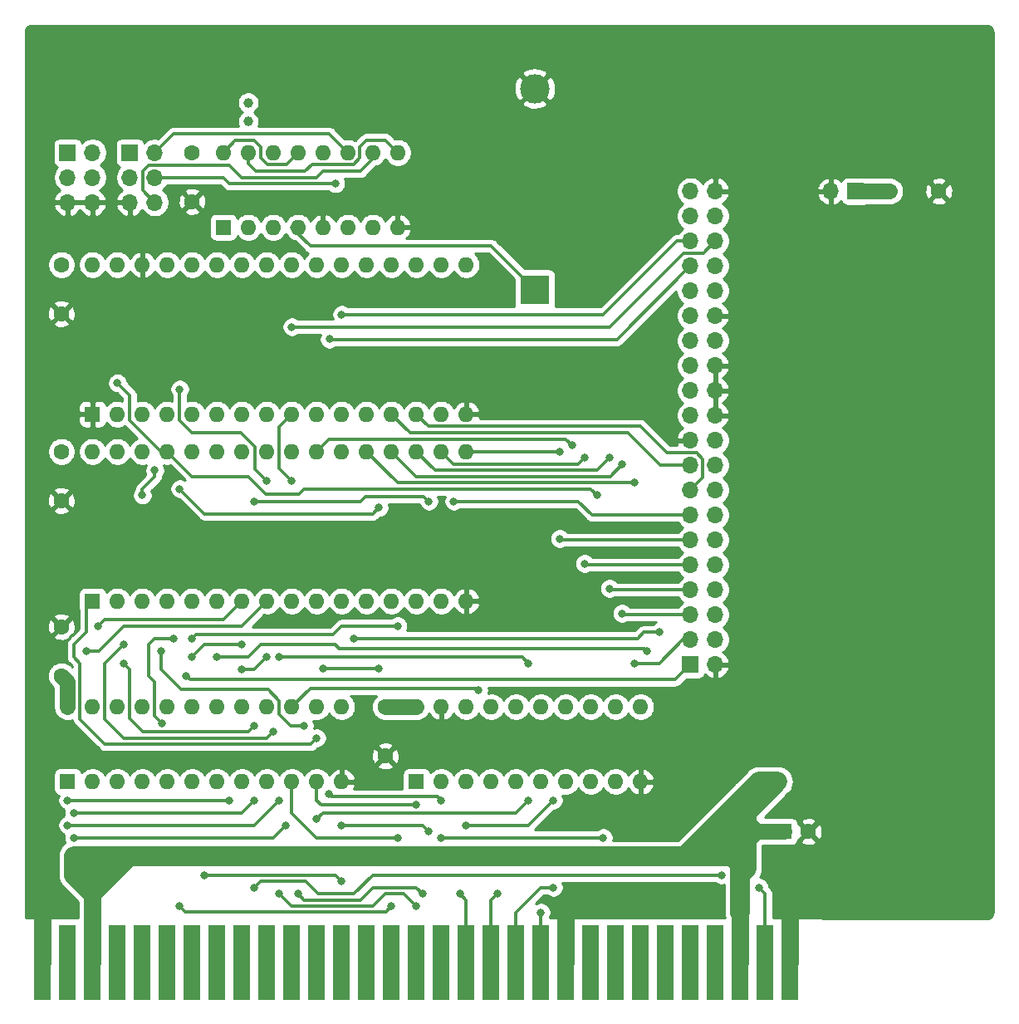
<source format=gbl>
%TF.GenerationSoftware,KiCad,Pcbnew,(5.1.9)-1*%
%TF.CreationDate,2021-08-26T14:40:19+08:00*%
%TF.ProjectId,CF-Combo-Super-Lite,43462d43-6f6d-4626-9f2d-53757065722d,rev?*%
%TF.SameCoordinates,Original*%
%TF.FileFunction,Copper,L2,Bot*%
%TF.FilePolarity,Positive*%
%FSLAX46Y46*%
G04 Gerber Fmt 4.6, Leading zero omitted, Abs format (unit mm)*
G04 Created by KiCad (PCBNEW (5.1.9)-1) date 2021-08-26 14:40:19*
%MOMM*%
%LPD*%
G01*
G04 APERTURE LIST*
%TA.AperFunction,ComponentPad*%
%ADD10C,1.600000*%
%TD*%
%TA.AperFunction,ComponentPad*%
%ADD11O,1.700000X1.700000*%
%TD*%
%TA.AperFunction,ComponentPad*%
%ADD12R,1.700000X1.700000*%
%TD*%
%TA.AperFunction,ComponentPad*%
%ADD13O,1.600000X1.600000*%
%TD*%
%TA.AperFunction,ComponentPad*%
%ADD14R,1.600000X1.600000*%
%TD*%
%TA.AperFunction,ComponentPad*%
%ADD15C,3.000000*%
%TD*%
%TA.AperFunction,ComponentPad*%
%ADD16R,3.000000X3.000000*%
%TD*%
%TA.AperFunction,ComponentPad*%
%ADD17C,1.000000*%
%TD*%
%TA.AperFunction,ComponentPad*%
%ADD18C,6.500000*%
%TD*%
%TA.AperFunction,ConnectorPad*%
%ADD19R,1.780000X7.620000*%
%TD*%
%TA.AperFunction,ViaPad*%
%ADD20C,0.800000*%
%TD*%
%TA.AperFunction,ViaPad*%
%ADD21C,1.000000*%
%TD*%
%TA.AperFunction,Conductor*%
%ADD22C,0.300000*%
%TD*%
%TA.AperFunction,Conductor*%
%ADD23C,1.750000*%
%TD*%
%TA.AperFunction,Conductor*%
%ADD24C,0.500000*%
%TD*%
%TA.AperFunction,Conductor*%
%ADD25C,2.000000*%
%TD*%
%TA.AperFunction,Conductor*%
%ADD26C,1.600000*%
%TD*%
%TA.AperFunction,Conductor*%
%ADD27C,0.254000*%
%TD*%
%TA.AperFunction,Conductor*%
%ADD28C,0.100000*%
%TD*%
G04 APERTURE END LIST*
D10*
%TO.P,C6,1*%
%TO.N,VCC*%
X185420000Y-59817000D03*
%TO.P,C6,2*%
%TO.N,GND*%
X190420000Y-59817000D03*
%TD*%
D11*
%TO.P,J2,2*%
%TO.N,GND*%
X179411000Y-59817000D03*
D12*
%TO.P,J2,1*%
%TO.N,VCC*%
X181951000Y-59817000D03*
%TD*%
D10*
%TO.P,C2,2*%
%TO.N,GND*%
X100965000Y-104220000D03*
%TO.P,C2,1*%
%TO.N,VCC*%
X100965000Y-109220000D03*
%TD*%
D13*
%TO.P,U1,32*%
%TO.N,VCC*%
X104140000Y-67310000D03*
%TO.P,U1,16*%
%TO.N,GND*%
X142240000Y-82550000D03*
%TO.P,U1,31*%
%TO.N,~MEMW*%
X106680000Y-67310000D03*
%TO.P,U1,15*%
%TO.N,D2_BUF*%
X139700000Y-82550000D03*
%TO.P,U1,30*%
%TO.N,GND*%
X109220000Y-67310000D03*
%TO.P,U1,14*%
%TO.N,D1_BUF*%
X137160000Y-82550000D03*
%TO.P,U1,29*%
%TO.N,A14*%
X111760000Y-67310000D03*
%TO.P,U1,13*%
%TO.N,D0_BUF*%
X134620000Y-82550000D03*
%TO.P,U1,28*%
%TO.N,A13*%
X114300000Y-67310000D03*
%TO.P,U1,12*%
%TO.N,A00*%
X132080000Y-82550000D03*
%TO.P,U1,27*%
%TO.N,A08*%
X116840000Y-67310000D03*
%TO.P,U1,11*%
%TO.N,A01*%
X129540000Y-82550000D03*
%TO.P,U1,26*%
%TO.N,A09*%
X119380000Y-67310000D03*
%TO.P,U1,10*%
%TO.N,A02*%
X127000000Y-82550000D03*
%TO.P,U1,25*%
%TO.N,A11*%
X121920000Y-67310000D03*
%TO.P,U1,9*%
%TO.N,A03*%
X124460000Y-82550000D03*
%TO.P,U1,24*%
%TO.N,~MEMR~_DELAYED*%
X124460000Y-67310000D03*
%TO.P,U1,8*%
%TO.N,A04*%
X121920000Y-82550000D03*
%TO.P,U1,23*%
%TO.N,A10*%
X127000000Y-67310000D03*
%TO.P,U1,7*%
%TO.N,A05*%
X119380000Y-82550000D03*
%TO.P,U1,22*%
%TO.N,~CE~_BIOS*%
X129540000Y-67310000D03*
%TO.P,U1,6*%
%TO.N,A06*%
X116840000Y-82550000D03*
%TO.P,U1,21*%
%TO.N,D7_BUF*%
X132080000Y-67310000D03*
%TO.P,U1,5*%
%TO.N,A07*%
X114300000Y-82550000D03*
%TO.P,U1,20*%
%TO.N,D6_BUF*%
X134620000Y-67310000D03*
%TO.P,U1,4*%
%TO.N,A12*%
X111760000Y-82550000D03*
%TO.P,U1,19*%
%TO.N,D5_BUF*%
X137160000Y-67310000D03*
%TO.P,U1,3*%
%TO.N,ATA_ADDR_JUMPER*%
X109220000Y-82550000D03*
%TO.P,U1,18*%
%TO.N,D4_BUF*%
X139700000Y-67310000D03*
%TO.P,U1,2*%
%TO.N,V20_JUMPER*%
X106680000Y-82550000D03*
%TO.P,U1,17*%
%TO.N,D3_BUF*%
X142240000Y-67310000D03*
D14*
%TO.P,U1,1*%
%TO.N,GND*%
X104140000Y-82550000D03*
%TD*%
D11*
%TO.P,J5,6*%
%TO.N,~CE~_BIOS_THRU*%
X110490000Y-60960000D03*
%TO.P,J5,5*%
%TO.N,GND*%
X107950000Y-60960000D03*
%TO.P,J5,4*%
%TO.N,~CE~_BIOS*%
X110490000Y-58420000D03*
%TO.P,J5,3*%
%TO.N,V20_JUMPER*%
X107950000Y-58420000D03*
%TO.P,J5,2*%
%TO.N,~CE~_BIOS_DECODE*%
X110490000Y-55880000D03*
D12*
%TO.P,J5,1*%
%TO.N,VCC*%
X107950000Y-55880000D03*
%TD*%
D11*
%TO.P,J4,6*%
%TO.N,GND*%
X104140000Y-60960000D03*
%TO.P,J4,5*%
X101600000Y-60960000D03*
%TO.P,J4,4*%
%TO.N,ATA_ADDR_JUMPER*%
X104140000Y-58420000D03*
%TO.P,J4,3*%
%TO.N,ROM_ADDR_JUMPER*%
X101600000Y-58420000D03*
%TO.P,J4,2*%
%TO.N,VCC*%
X104140000Y-55880000D03*
D12*
%TO.P,J4,1*%
X101600000Y-55880000D03*
%TD*%
D13*
%TO.P,U5,32*%
%TO.N,VCC*%
X104140000Y-86360000D03*
%TO.P,U5,16*%
%TO.N,GND*%
X142240000Y-101600000D03*
%TO.P,U5,31*%
%TO.N,A15*%
X106680000Y-86360000D03*
%TO.P,U5,15*%
%TO.N,D2_BUF*%
X139700000Y-101600000D03*
%TO.P,U5,30*%
%TO.N,A17*%
X109220000Y-86360000D03*
%TO.P,U5,14*%
%TO.N,D1_BUF*%
X137160000Y-101600000D03*
%TO.P,U5,29*%
%TO.N,~MEMW*%
X111760000Y-86360000D03*
%TO.P,U5,13*%
%TO.N,D0_BUF*%
X134620000Y-101600000D03*
%TO.P,U5,28*%
%TO.N,A13*%
X114300000Y-86360000D03*
%TO.P,U5,12*%
%TO.N,A00*%
X132080000Y-101600000D03*
%TO.P,U5,27*%
%TO.N,A08*%
X116840000Y-86360000D03*
%TO.P,U5,11*%
%TO.N,A01*%
X129540000Y-101600000D03*
%TO.P,U5,26*%
%TO.N,A09*%
X119380000Y-86360000D03*
%TO.P,U5,10*%
%TO.N,A02*%
X127000000Y-101600000D03*
%TO.P,U5,25*%
%TO.N,A11*%
X121920000Y-86360000D03*
%TO.P,U5,9*%
%TO.N,A03*%
X124460000Y-101600000D03*
%TO.P,U5,24*%
%TO.N,~MEMR~_DELAYED*%
X124460000Y-86360000D03*
%TO.P,U5,8*%
%TO.N,A04*%
X121920000Y-101600000D03*
%TO.P,U5,23*%
%TO.N,A10*%
X127000000Y-86360000D03*
%TO.P,U5,7*%
%TO.N,A05*%
X119380000Y-101600000D03*
%TO.P,U5,22*%
%TO.N,A19*%
X129540000Y-86360000D03*
%TO.P,U5,6*%
%TO.N,A06*%
X116840000Y-101600000D03*
%TO.P,U5,21*%
%TO.N,D7_BUF*%
X132080000Y-86360000D03*
%TO.P,U5,5*%
%TO.N,A07*%
X114300000Y-101600000D03*
%TO.P,U5,20*%
%TO.N,D6_BUF*%
X134620000Y-86360000D03*
%TO.P,U5,4*%
%TO.N,A12*%
X111760000Y-101600000D03*
%TO.P,U5,19*%
%TO.N,D5_BUF*%
X137160000Y-86360000D03*
%TO.P,U5,3*%
%TO.N,A14*%
X109220000Y-101600000D03*
%TO.P,U5,18*%
%TO.N,D4_BUF*%
X139700000Y-86360000D03*
%TO.P,U5,2*%
%TO.N,A16*%
X106680000Y-101600000D03*
%TO.P,U5,17*%
%TO.N,D3_BUF*%
X142240000Y-86360000D03*
D14*
%TO.P,U5,1*%
%TO.N,A18*%
X104140000Y-101600000D03*
%TD*%
D11*
%TO.P,J1,40*%
%TO.N,GND*%
X167640000Y-59817000D03*
%TO.P,J1,39*%
%TO.N,Net-(J1-Pad39)*%
X165100000Y-59817000D03*
%TO.P,J1,38*%
%TO.N,VCC*%
X167640000Y-62357000D03*
%TO.P,J1,37*%
%TO.N,~CS1~_ATA*%
X165100000Y-62357000D03*
%TO.P,J1,36*%
%TO.N,A03*%
X167640000Y-64897000D03*
%TO.P,J1,35*%
%TO.N,A01*%
X165100000Y-64897000D03*
%TO.P,J1,34*%
%TO.N,Net-(J1-Pad34)*%
X167640000Y-67437000D03*
%TO.P,J1,33*%
%TO.N,A02*%
X165100000Y-67437000D03*
%TO.P,J1,32*%
%TO.N,Net-(J1-Pad32)*%
X167640000Y-69977000D03*
%TO.P,J1,31*%
%TO.N,Net-(J1-Pad31)*%
X165100000Y-69977000D03*
%TO.P,J1,30*%
%TO.N,GND*%
X167640000Y-72517000D03*
%TO.P,J1,29*%
%TO.N,VCC*%
X165100000Y-72517000D03*
%TO.P,J1,28*%
%TO.N,Net-(J1-Pad28)*%
X167640000Y-75057000D03*
%TO.P,J1,27*%
%TO.N,Net-(J1-Pad27)*%
X165100000Y-75057000D03*
%TO.P,J1,26*%
%TO.N,GND*%
X167640000Y-77597000D03*
%TO.P,J1,25*%
%TO.N,~IOR~_DELAYED*%
X165100000Y-77597000D03*
%TO.P,J1,24*%
%TO.N,GND*%
X167640000Y-80137000D03*
%TO.P,J1,23*%
%TO.N,~IOW*%
X165100000Y-80137000D03*
%TO.P,J1,22*%
%TO.N,GND*%
X167640000Y-82677000D03*
%TO.P,J1,21*%
%TO.N,Net-(J1-Pad21)*%
X165100000Y-82677000D03*
%TO.P,J1,20*%
%TO.N,Net-(J1-Pad20)*%
X167640000Y-85217000D03*
%TO.P,J1,19*%
%TO.N,GND*%
X165100000Y-85217000D03*
%TO.P,J1,18*%
%TO.N,Net-(J1-Pad18)*%
X167640000Y-87757000D03*
%TO.P,J1,17*%
%TO.N,D0_BUF*%
X165100000Y-87757000D03*
%TO.P,J1,16*%
%TO.N,Net-(J1-Pad16)*%
X167640000Y-90297000D03*
%TO.P,J1,15*%
%TO.N,D1_BUF*%
X165100000Y-90297000D03*
%TO.P,J1,14*%
%TO.N,Net-(J1-Pad14)*%
X167640000Y-92837000D03*
%TO.P,J1,13*%
%TO.N,D2_BUF*%
X165100000Y-92837000D03*
%TO.P,J1,12*%
%TO.N,Net-(J1-Pad12)*%
X167640000Y-95377000D03*
%TO.P,J1,11*%
%TO.N,D3_BUF*%
X165100000Y-95377000D03*
%TO.P,J1,10*%
%TO.N,Net-(J1-Pad10)*%
X167640000Y-97917000D03*
%TO.P,J1,9*%
%TO.N,D4_BUF*%
X165100000Y-97917000D03*
%TO.P,J1,8*%
%TO.N,Net-(J1-Pad8)*%
X167640000Y-100457000D03*
%TO.P,J1,7*%
%TO.N,D5_BUF*%
X165100000Y-100457000D03*
%TO.P,J1,6*%
%TO.N,Net-(J1-Pad6)*%
X167640000Y-102997000D03*
%TO.P,J1,5*%
%TO.N,D6_BUF*%
X165100000Y-102997000D03*
%TO.P,J1,4*%
%TO.N,Net-(J1-Pad4)*%
X167640000Y-105537000D03*
%TO.P,J1,3*%
%TO.N,D7_BUF*%
X165100000Y-105537000D03*
%TO.P,J1,2*%
%TO.N,GND*%
X167640000Y-108077000D03*
D12*
%TO.P,J1,1*%
%TO.N,~RESET*%
X165100000Y-108077000D03*
%TD*%
D13*
%TO.P,U3,24*%
%TO.N,VCC*%
X101600000Y-112395000D03*
%TO.P,U3,12*%
%TO.N,GND*%
X129540000Y-120015000D03*
%TO.P,U3,23*%
%TO.N,ROM_ADDR_JUMPER*%
X104140000Y-112395000D03*
%TO.P,U3,11*%
%TO.N,A18*%
X127000000Y-120015000D03*
%TO.P,U3,22*%
%TO.N,ATA_ADDR_JUMPER*%
X106680000Y-112395000D03*
%TO.P,U3,10*%
%TO.N,A17*%
X124460000Y-120015000D03*
%TO.P,U3,21*%
%TO.N,~IOR*%
X109220000Y-112395000D03*
%TO.P,U3,9*%
%TO.N,A16*%
X121920000Y-120015000D03*
%TO.P,U3,20*%
%TO.N,~RESET*%
X111760000Y-112395000D03*
%TO.P,U3,8*%
%TO.N,A15*%
X119380000Y-120015000D03*
%TO.P,U3,19*%
%TO.N,~CS1~_ATA*%
X114300000Y-112395000D03*
%TO.P,U3,7*%
%TO.N,RESET*%
X116840000Y-120015000D03*
%TO.P,U3,18*%
%TO.N,~CE~_BIOS_DECODE*%
X116840000Y-112395000D03*
%TO.P,U3,6*%
%TO.N,A09*%
X114300000Y-120015000D03*
%TO.P,U3,17*%
%TO.N,~MEMR*%
X119380000Y-112395000D03*
%TO.P,U3,5*%
%TO.N,A08*%
X111760000Y-120015000D03*
%TO.P,U3,16*%
%TO.N,~MEMR~_DELAYED*%
X121920000Y-112395000D03*
%TO.P,U3,4*%
%TO.N,A07*%
X109220000Y-120015000D03*
%TO.P,U3,15*%
%TO.N,~IOR_OR_MEMR*%
X124460000Y-112395000D03*
%TO.P,U3,3*%
%TO.N,A06*%
X106680000Y-120015000D03*
%TO.P,U3,14*%
%TO.N,~IOR~_DELAYED*%
X127000000Y-112395000D03*
%TO.P,U3,2*%
%TO.N,A05*%
X104140000Y-120015000D03*
%TO.P,U3,13*%
%TO.N,A19*%
X129540000Y-112395000D03*
D14*
%TO.P,U3,1*%
%TO.N,A04*%
X101600000Y-120015000D03*
%TD*%
D13*
%TO.P,U4,16*%
%TO.N,VCC*%
X117475000Y-55880000D03*
%TO.P,U4,8*%
%TO.N,GND*%
X135255000Y-63500000D03*
%TO.P,U4,15*%
%TO.N,Net-(U4-Pad15)*%
X120015000Y-55880000D03*
%TO.P,U4,7*%
%TO.N,D0_BUF*%
X132715000Y-63500000D03*
%TO.P,U4,14*%
%TO.N,GND*%
X122555000Y-55880000D03*
%TO.P,U4,6*%
%TO.N,A00*%
X130175000Y-63500000D03*
%TO.P,U4,13*%
%TO.N,VCC*%
X125095000Y-55880000D03*
%TO.P,U4,5*%
%TO.N,GND*%
X127635000Y-63500000D03*
%TO.P,U4,12*%
%TO.N,~MEMR~_DELAYED*%
X127635000Y-55880000D03*
%TO.P,U4,4*%
%TO.N,Net-(BAT1-Pad1)*%
X125095000Y-63500000D03*
%TO.P,U4,11*%
%TO.N,~CE~_BIOS_DECODE*%
X130175000Y-55880000D03*
%TO.P,U4,3*%
%TO.N,A02*%
X122555000Y-63500000D03*
%TO.P,U4,10*%
%TO.N,~CE~_BIOS_THRU*%
X132715000Y-55880000D03*
%TO.P,U4,2*%
%TO.N,/XTAL2*%
X120015000Y-63500000D03*
%TO.P,U4,9*%
%TO.N,Net-(U4-Pad15)*%
X135255000Y-55880000D03*
D14*
%TO.P,U4,1*%
%TO.N,/XTAL1*%
X117475000Y-63500000D03*
%TD*%
D15*
%TO.P,BAT1,2*%
%TO.N,GND*%
X149225000Y-49360000D03*
D16*
%TO.P,BAT1,1*%
%TO.N,Net-(BAT1-Pad1)*%
X149225000Y-69850000D03*
%TD*%
D10*
%TO.P,C5,2*%
%TO.N,GND*%
X100965000Y-91360000D03*
%TO.P,C5,1*%
%TO.N,VCC*%
X100965000Y-86360000D03*
%TD*%
%TO.P,C4,2*%
%TO.N,GND*%
X114300000Y-60880000D03*
%TO.P,C4,1*%
%TO.N,VCC*%
X114300000Y-55880000D03*
%TD*%
D17*
%TO.P,Y1,2*%
%TO.N,/XTAL2*%
X120015000Y-50805000D03*
%TO.P,Y1,1*%
%TO.N,/XTAL1*%
X120015000Y-52705000D03*
%TD*%
D18*
%TO.P,H4,1*%
%TO.N,GND*%
X192913000Y-116713000D03*
%TD*%
D10*
%TO.P,C7,2*%
%TO.N,GND*%
X177125000Y-125095000D03*
D14*
%TO.P,C7,1*%
%TO.N,VCC*%
X174625000Y-125095000D03*
%TD*%
D10*
%TO.P,C3,2*%
%TO.N,GND*%
X133985000Y-117395000D03*
%TO.P,C3,1*%
%TO.N,VCC*%
X133985000Y-112395000D03*
%TD*%
%TO.P,C1,2*%
%TO.N,GND*%
X100965000Y-72310000D03*
%TO.P,C1,1*%
%TO.N,VCC*%
X100965000Y-67310000D03*
%TD*%
D13*
%TO.P,U2,20*%
%TO.N,VCC*%
X137160000Y-112395000D03*
%TO.P,U2,10*%
%TO.N,GND*%
X160020000Y-120015000D03*
%TO.P,U2,19*%
X139700000Y-112395000D03*
%TO.P,U2,9*%
%TO.N,D7*%
X157480000Y-120015000D03*
%TO.P,U2,18*%
%TO.N,D0_BUF*%
X142240000Y-112395000D03*
%TO.P,U2,8*%
%TO.N,D6*%
X154940000Y-120015000D03*
%TO.P,U2,17*%
%TO.N,D1_BUF*%
X144780000Y-112395000D03*
%TO.P,U2,7*%
%TO.N,D5*%
X152400000Y-120015000D03*
%TO.P,U2,16*%
%TO.N,D2_BUF*%
X147320000Y-112395000D03*
%TO.P,U2,6*%
%TO.N,D4*%
X149860000Y-120015000D03*
%TO.P,U2,15*%
%TO.N,D3_BUF*%
X149860000Y-112395000D03*
%TO.P,U2,5*%
%TO.N,D3*%
X147320000Y-120015000D03*
%TO.P,U2,14*%
%TO.N,D4_BUF*%
X152400000Y-112395000D03*
%TO.P,U2,4*%
%TO.N,D2*%
X144780000Y-120015000D03*
%TO.P,U2,13*%
%TO.N,D5_BUF*%
X154940000Y-112395000D03*
%TO.P,U2,3*%
%TO.N,D1*%
X142240000Y-120015000D03*
%TO.P,U2,12*%
%TO.N,D6_BUF*%
X157480000Y-112395000D03*
%TO.P,U2,2*%
%TO.N,D0*%
X139700000Y-120015000D03*
%TO.P,U2,11*%
%TO.N,D7_BUF*%
X160020000Y-112395000D03*
D14*
%TO.P,U2,1*%
%TO.N,~IOR_OR_MEMR*%
X137160000Y-120015000D03*
%TD*%
D18*
%TO.P,H3,1*%
%TO.N,GND*%
X166370000Y-116713000D03*
%TD*%
%TO.P,H1,1*%
%TO.N,GND*%
X166370000Y-51181000D03*
%TD*%
%TO.P,H2,1*%
%TO.N,GND*%
X192913000Y-51181000D03*
%TD*%
D19*
%TO.P,J3,31*%
%TO.N,GND*%
X99060000Y-138430000D03*
%TO.P,J3,30*%
%TO.N,Net-(J3-Pad30)*%
X101600000Y-138430000D03*
%TO.P,J3,29*%
%TO.N,VCC*%
X104140000Y-138430000D03*
%TO.P,J3,28*%
%TO.N,Net-(J3-Pad28)*%
X106680000Y-138430000D03*
%TO.P,J3,27*%
%TO.N,Net-(J3-Pad27)*%
X109220000Y-138430000D03*
%TO.P,J3,26*%
%TO.N,Net-(J3-Pad26)*%
X111760000Y-138430000D03*
%TO.P,J3,25*%
%TO.N,Net-(J3-Pad25)*%
X114300000Y-138430000D03*
%TO.P,J3,24*%
%TO.N,Net-(J3-Pad24)*%
X116840000Y-138430000D03*
%TO.P,J3,23*%
%TO.N,Net-(J3-Pad23)*%
X119380000Y-138430000D03*
%TO.P,J3,22*%
%TO.N,Net-(J3-Pad22)*%
X121920000Y-138430000D03*
%TO.P,J3,21*%
%TO.N,Net-(J3-Pad21)*%
X124460000Y-138430000D03*
%TO.P,J3,20*%
%TO.N,Net-(J3-Pad20)*%
X127000000Y-138430000D03*
%TO.P,J3,19*%
%TO.N,Net-(J3-Pad19)*%
X129540000Y-138430000D03*
%TO.P,J3,18*%
%TO.N,Net-(J3-Pad18)*%
X132080000Y-138430000D03*
%TO.P,J3,17*%
%TO.N,Net-(J3-Pad17)*%
X134620000Y-138430000D03*
%TO.P,J3,16*%
%TO.N,Net-(J3-Pad16)*%
X137160000Y-138430000D03*
%TO.P,J3,15*%
%TO.N,Net-(J3-Pad15)*%
X139700000Y-138430000D03*
%TO.P,J3,14*%
%TO.N,~IOR*%
X142240000Y-138430000D03*
%TO.P,J3,13*%
%TO.N,~IOW*%
X144780000Y-138430000D03*
%TO.P,J3,12*%
%TO.N,~MEMR*%
X147320000Y-138430000D03*
%TO.P,J3,11*%
%TO.N,~MEMW*%
X149860000Y-138430000D03*
%TO.P,J3,10*%
%TO.N,GND*%
X152400000Y-138430000D03*
%TO.P,J3,9*%
%TO.N,Net-(J3-Pad9)*%
X154940000Y-138430000D03*
%TO.P,J3,8*%
%TO.N,Net-(J3-Pad8)*%
X157480000Y-138430000D03*
%TO.P,J3,7*%
%TO.N,Net-(J3-Pad7)*%
X160020000Y-138430000D03*
%TO.P,J3,6*%
%TO.N,Net-(J3-Pad6)*%
X162560000Y-138430000D03*
%TO.P,J3,5*%
%TO.N,Net-(J3-Pad5)*%
X165100000Y-138430000D03*
%TO.P,J3,4*%
%TO.N,Net-(J3-Pad4)*%
X167640000Y-138430000D03*
%TO.P,J3,3*%
%TO.N,VCC*%
X170180000Y-138430000D03*
%TO.P,J3,2*%
%TO.N,RESET*%
X172720000Y-138430000D03*
%TO.P,J3,1*%
%TO.N,GND*%
X175260000Y-138430000D03*
%TD*%
D20*
%TO.N,A00*%
X123825000Y-124460000D03*
X102235000Y-125730000D03*
%TO.N,A01*%
X123190000Y-121920006D03*
X101600000Y-124460000D03*
X129540000Y-72390000D03*
%TO.N,A02*%
X120650000Y-121920000D03*
X128285322Y-74914678D03*
X102235000Y-123190000D03*
%TO.N,A03*%
X101600000Y-121920000D03*
X118110000Y-121920000D03*
X124460000Y-89359990D03*
X124460000Y-73660000D03*
%TO.N,A04*%
X103505000Y-106680000D03*
%TO.N,A05*%
X104711491Y-104203509D03*
%TO.N,A06*%
X119380000Y-106045000D03*
X114300000Y-107315000D03*
%TO.N,A10*%
X148590000Y-121920000D03*
X127000000Y-123825000D03*
X153035000Y-85725000D03*
%TO.N,A11*%
X138430000Y-125095000D03*
X129540000Y-124460000D03*
X138430000Y-91440000D03*
X120650000Y-91440000D03*
%TO.N,A12*%
X129540000Y-130175000D03*
X111252000Y-114046000D03*
X115570000Y-129540000D03*
X112395008Y-105410000D03*
%TO.N,A13*%
X133350000Y-92075000D03*
X113030000Y-90170000D03*
%TO.N,A15*%
X137160000Y-132715000D03*
X123190000Y-131445000D03*
X120650000Y-114300000D03*
X107315000Y-107950000D03*
%TO.N,A16*%
X125095000Y-131445000D03*
X137795000Y-131445000D03*
X122555000Y-114935000D03*
X107315000Y-106045006D03*
%TO.N,A17*%
X135255000Y-125730000D03*
X125730000Y-114300000D03*
X111125000Y-106680000D03*
%TO.N,A18*%
X127000000Y-115570000D03*
X137160000Y-122380000D03*
%TO.N,A19*%
X139700000Y-121920000D03*
X128270000Y-121285000D03*
X133350000Y-108484990D03*
X127635000Y-108484990D03*
D21*
%TO.N,GND*%
X175260000Y-130810000D03*
X144780000Y-81915000D03*
X160655000Y-123190000D03*
X156845000Y-123190000D03*
X158750000Y-123190000D03*
X98425000Y-48895000D03*
X98425000Y-46990000D03*
X98425000Y-46990000D03*
X98425000Y-45085000D03*
X99695000Y-45085000D03*
X99695000Y-46990000D03*
X99695000Y-48895000D03*
X167005000Y-132080000D03*
X165735002Y-130810000D03*
X142240000Y-97790000D03*
X142240000Y-94615000D03*
X144780000Y-67945000D03*
X144780000Y-63500000D03*
X144780000Y-69850000D03*
X144780000Y-61595000D03*
X162560000Y-125095000D03*
X160655000Y-125095000D03*
X158750000Y-125095000D03*
X129540000Y-117475000D03*
X129540000Y-114935000D03*
X145415000Y-94615000D03*
X145415000Y-97790000D03*
X145415000Y-101600000D03*
X148590000Y-94615000D03*
X148590000Y-97790000D03*
X148590000Y-101600000D03*
X144780000Y-76835000D03*
X144780000Y-79375000D03*
X158115000Y-81915000D03*
X158115000Y-79375000D03*
X158115000Y-76835000D03*
X149225000Y-76835000D03*
X149225000Y-79375000D03*
X149225000Y-81915000D03*
X153670000Y-76835000D03*
X153670000Y-79375000D03*
X153670000Y-81915000D03*
X154305000Y-69850000D03*
X156210000Y-67945000D03*
X158115000Y-66040000D03*
X160020000Y-64135000D03*
X161925000Y-62230000D03*
X141605000Y-63500000D03*
X139065000Y-63500000D03*
X170815000Y-59690000D03*
X170815000Y-74930000D03*
X170815000Y-67310000D03*
X170815000Y-69850000D03*
X170815000Y-72390000D03*
X170815000Y-77470000D03*
X170815000Y-80010000D03*
X170815000Y-82550000D03*
X177165000Y-130810000D03*
X177165000Y-132715000D03*
X179070000Y-132715000D03*
X179070000Y-130810000D03*
X175260000Y-128905000D03*
X177165000Y-128905000D03*
X179070000Y-128905000D03*
%TO.N,VCC*%
X102235000Y-127635000D03*
X102235000Y-129540000D03*
D20*
X130810000Y-127635000D03*
D21*
X173990000Y-120015000D03*
X172085000Y-120015000D03*
D20*
X129540000Y-127635000D03*
X132080000Y-127635000D03*
%TO.N,~IOR*%
X141605000Y-131445000D03*
X114300000Y-105410000D03*
X135255000Y-104140000D03*
%TO.N,~IOW*%
X145415000Y-131445000D03*
X156210000Y-125730000D03*
X139699991Y-125729991D03*
%TO.N,~MEMR*%
X151130000Y-130810000D03*
X148590000Y-107950000D03*
X123190000Y-107315000D03*
%TO.N,~MEMW*%
X149860000Y-133350000D03*
X151130000Y-121920000D03*
X142240000Y-124460000D03*
X155575000Y-90805000D03*
X106680000Y-79375000D03*
%TO.N,RESET*%
X172085000Y-130810000D03*
X168275000Y-129540000D03*
X120650000Y-130810006D03*
%TO.N,~CS1~_ATA*%
X160654986Y-106680000D03*
X116840000Y-107315000D03*
%TO.N,D2_BUF*%
X140969992Y-91440000D03*
%TO.N,D3_BUF*%
X151765000Y-86360000D03*
X151765000Y-95250000D03*
%TO.N,D4_BUF*%
X154305000Y-97790000D03*
X154305000Y-86995000D03*
%TO.N,D5_BUF*%
X156845000Y-100330000D03*
X156845000Y-86995000D03*
%TO.N,D6_BUF*%
X158115000Y-102870000D03*
X158115000Y-87692230D03*
%TO.N,D7_BUF*%
X159385000Y-107950000D03*
X159385000Y-89534990D03*
%TO.N,~RESET*%
X113664994Y-109220000D03*
%TO.N,~CE~_BIOS*%
X128905000Y-59055010D03*
%TO.N,A14*%
X134620000Y-132715000D03*
X113030000Y-132715000D03*
X110490000Y-88265000D03*
X109220000Y-90805000D03*
%TO.N,~IOR_OR_MEMR*%
X143510000Y-110665010D03*
%TO.N,~CE~_BIOS_DECODE*%
X121920000Y-89359990D03*
X121920000Y-107315000D03*
X119380000Y-108585000D03*
X113030000Y-80010000D03*
%TO.N,~IOR~_DELAYED*%
X161925000Y-104775008D03*
X130810000Y-105410000D03*
%TD*%
D22*
%TO.N,A00*%
X123825000Y-124460000D02*
X122555000Y-125730000D01*
X122555000Y-125730000D02*
X102235000Y-125730000D01*
%TO.N,A01*%
X102235014Y-124459986D02*
X120650020Y-124459986D01*
X120650020Y-124459986D02*
X123190000Y-121920006D01*
X101600000Y-124460000D02*
X102235014Y-124459986D01*
X163703000Y-64897000D02*
X156210000Y-72390000D01*
X165100000Y-64897000D02*
X163703000Y-64897000D01*
X156210000Y-72390000D02*
X129540000Y-72390000D01*
%TO.N,A02*%
X157607000Y-74930000D02*
X128285379Y-74945379D01*
X165100000Y-67437000D02*
X157607000Y-74930000D01*
X120650000Y-121920000D02*
X119380000Y-123190000D01*
X119380000Y-123190000D02*
X102235000Y-123190000D01*
%TO.N,A03*%
X123190000Y-83820000D02*
X123190000Y-88089990D01*
X123190000Y-88089990D02*
X124460000Y-89359990D01*
X124460000Y-82550000D02*
X123190000Y-83820000D01*
X103505000Y-121920000D02*
X118110000Y-121920000D01*
X101600000Y-121920000D02*
X103505000Y-121920000D01*
X156845000Y-73660000D02*
X124460000Y-73660000D01*
X164347999Y-66157001D02*
X156845000Y-73660000D01*
X166379999Y-66157001D02*
X164347999Y-66157001D01*
X167640000Y-64897000D02*
X166379999Y-66157001D01*
%TO.N,A04*%
X104775000Y-106680000D02*
X103505000Y-106680000D01*
X107315000Y-104140000D02*
X104775000Y-106680000D01*
X119380000Y-104140000D02*
X107315000Y-104140000D01*
X121920000Y-101600000D02*
X119380000Y-104140000D01*
%TO.N,A05*%
X117475000Y-103505000D02*
X105410000Y-103505000D01*
X119380000Y-101600000D02*
X117475000Y-103505000D01*
X105410000Y-103505000D02*
X104711491Y-104203509D01*
%TO.N,A06*%
X115570000Y-106045000D02*
X114300000Y-107315000D01*
X116205000Y-106045000D02*
X115570000Y-106045000D01*
X119380000Y-106045000D02*
X116205000Y-106045000D01*
%TO.N,A10*%
X147320000Y-123190000D02*
X148590000Y-121920000D01*
X127635000Y-123190000D02*
X147320000Y-123190000D01*
X127000000Y-123825000D02*
X127635000Y-123190000D01*
X128270000Y-85090000D02*
X127000000Y-86360000D01*
X152400000Y-85090000D02*
X128270000Y-85090000D01*
X153035000Y-85725000D02*
X152400000Y-85090000D01*
%TO.N,A11*%
X138430000Y-125095000D02*
X137795000Y-124460000D01*
X137795000Y-124460000D02*
X129540000Y-124460000D01*
X131445000Y-91440000D02*
X120650000Y-91440000D01*
X131953000Y-90932000D02*
X131445000Y-91440000D01*
X137922000Y-90932000D02*
X131953000Y-90932000D01*
X138430000Y-91440000D02*
X137922000Y-90932000D01*
%TO.N,A12*%
X128905000Y-129540000D02*
X115570000Y-129540000D01*
X129540000Y-130175000D02*
X128905000Y-129540000D01*
X110490000Y-105410000D02*
X112395008Y-105410000D01*
X109855000Y-106045000D02*
X110490000Y-105410000D01*
X109855000Y-109220000D02*
X109855000Y-106045000D01*
X110490000Y-113284000D02*
X110490000Y-109855000D01*
X110490000Y-109855000D02*
X109855000Y-109220000D01*
X111252000Y-114046000D02*
X110490000Y-113284000D01*
%TO.N,A13*%
X115570000Y-92710000D02*
X113030000Y-90170000D01*
X133350000Y-92075000D02*
X132715000Y-92710000D01*
X132715000Y-92710000D02*
X115570000Y-92710000D01*
%TO.N,A15*%
X135890000Y-131445000D02*
X137160000Y-132715000D01*
X133985000Y-131445000D02*
X135890000Y-131445000D01*
X132715000Y-132715000D02*
X133985000Y-131445000D01*
X124460000Y-132715000D02*
X132715000Y-132715000D01*
X123190000Y-131445000D02*
X124460000Y-132715000D01*
X107950000Y-108585000D02*
X107315000Y-107950000D01*
X120650000Y-114300000D02*
X120014989Y-114935011D01*
X120014989Y-114935011D02*
X109291207Y-114935011D01*
X109291207Y-114935011D02*
X107950000Y-113593804D01*
X107950000Y-113593804D02*
X107950000Y-108585000D01*
%TO.N,A16*%
X137160000Y-130810000D02*
X132715000Y-130810000D01*
X137795000Y-131445000D02*
X137160000Y-130810000D01*
X125095000Y-131445000D02*
X125730000Y-132080000D01*
X125730000Y-132080000D02*
X131445000Y-132080000D01*
X131445000Y-132080000D02*
X132715000Y-130810000D01*
X122555000Y-114935000D02*
X121920000Y-115570000D01*
X121920000Y-115570000D02*
X107315000Y-115570000D01*
X107315000Y-115570000D02*
X105410000Y-113665000D01*
X105410000Y-113665000D02*
X105410000Y-107950006D01*
X105410000Y-107950006D02*
X107315000Y-106045006D01*
%TO.N,A17*%
X127000000Y-125730000D02*
X135255000Y-125730000D01*
X124460000Y-123190000D02*
X127000000Y-125730000D01*
X124460000Y-120015000D02*
X124460000Y-123190000D01*
X111125000Y-108585000D02*
X111125000Y-106680000D01*
X113150013Y-110610013D02*
X111125000Y-108585000D01*
X122040013Y-110610013D02*
X113150013Y-110610013D01*
X123190000Y-113122343D02*
X123190000Y-111760000D01*
X123190000Y-111760000D02*
X122040013Y-110610013D01*
X124367657Y-114300000D02*
X123190000Y-113122343D01*
X125730000Y-114300000D02*
X124367657Y-114300000D01*
%TO.N,A18*%
X127000000Y-121920000D02*
X127000000Y-120015000D01*
X127460000Y-122380000D02*
X127000000Y-121920000D01*
X137160000Y-122380000D02*
X127460000Y-122380000D01*
X126365000Y-116205000D02*
X127000000Y-115570000D01*
X105410000Y-116205000D02*
X126365000Y-116205000D01*
X102870000Y-107950000D02*
X102870000Y-113665000D01*
X102235000Y-107315000D02*
X102870000Y-107950000D01*
X102235000Y-106045000D02*
X102235000Y-107315000D01*
X102870000Y-113665000D02*
X105410000Y-116205000D01*
X103505000Y-104775000D02*
X102235000Y-106045000D01*
X103505000Y-102235000D02*
X103505000Y-104775000D01*
X104140000Y-101600000D02*
X103505000Y-102235000D01*
%TO.N,A19*%
X139700000Y-121920000D02*
X139300001Y-121520001D01*
X139300001Y-121520001D02*
X132479999Y-121520001D01*
X132479999Y-121520001D02*
X131045001Y-121520001D01*
X128505001Y-121520001D02*
X128270000Y-121285000D01*
X131045001Y-121520001D02*
X128505001Y-121520001D01*
X133350000Y-108484990D02*
X127635000Y-108484990D01*
D23*
%TO.N,GND*%
X175260000Y-132715000D02*
X175260000Y-130810000D01*
X175260000Y-138430000D02*
X175260000Y-132715000D01*
X99060000Y-138430000D02*
X99060000Y-126365000D01*
D24*
X152400000Y-132715000D02*
X154305000Y-130810000D01*
X166370000Y-122555000D02*
X166370000Y-116713000D01*
X165735000Y-123190000D02*
X166370000Y-122555000D01*
X160655000Y-123190000D02*
X165735000Y-123190000D01*
X160655000Y-123190000D02*
X156845000Y-123190000D01*
X98425000Y-125730000D02*
X99060000Y-126365000D01*
D22*
X98425000Y-48895000D02*
X98425000Y-46990000D01*
X98425000Y-46990000D02*
X98425000Y-45085000D01*
X98425000Y-45085000D02*
X99695000Y-45085000D01*
X98425000Y-46990000D02*
X99695000Y-46990000D01*
X98425000Y-48895000D02*
X99695000Y-48895000D01*
D24*
X98425000Y-48895000D02*
X98425000Y-125730000D01*
X154305000Y-130810000D02*
X165735002Y-130810000D01*
X166235001Y-131309999D02*
X165735002Y-130810000D01*
X167005000Y-132080000D02*
X166235001Y-131309999D01*
D23*
X152400000Y-138430000D02*
X152400000Y-133350000D01*
D24*
X160655000Y-123190000D02*
X162560000Y-125095000D01*
X162560000Y-125095000D02*
X158750000Y-125095000D01*
X170815000Y-59690000D02*
X170815000Y-64770000D01*
X170815000Y-64770000D02*
X170815000Y-67310000D01*
X170815000Y-67310000D02*
X170815000Y-69850000D01*
X170815000Y-69850000D02*
X170815000Y-72390000D01*
X170815000Y-72390000D02*
X170815000Y-77470000D01*
X170815000Y-77470000D02*
X170815000Y-80010000D01*
X170815000Y-80010000D02*
X170815000Y-82550000D01*
X175260000Y-130810000D02*
X177165000Y-130810000D01*
X175260000Y-132715000D02*
X177165000Y-132715000D01*
X177165000Y-132715000D02*
X179070000Y-132715000D01*
X177165000Y-130810000D02*
X179070000Y-130810000D01*
X175260000Y-130810000D02*
X175260000Y-128905000D01*
X175260000Y-128905000D02*
X177165000Y-128905000D01*
X177165000Y-128905000D02*
X179070000Y-128905000D01*
D23*
%TO.N,VCC*%
X170180000Y-138430000D02*
X170180000Y-133350000D01*
D25*
X102235000Y-127635000D02*
X102235000Y-129540000D01*
D24*
X168275000Y-127000000D02*
X167005000Y-127000000D01*
D25*
X102870000Y-127635000D02*
X102870000Y-127635000D01*
X102870000Y-128905000D02*
X102870000Y-128905000D01*
X172085000Y-120015000D02*
X173990000Y-120015000D01*
D24*
X170180000Y-128905000D02*
X168275000Y-127000000D01*
X170180000Y-130175000D02*
X170180000Y-128905000D01*
X170180000Y-130175000D02*
X170180000Y-129540000D01*
D25*
X102235000Y-129540000D02*
X104140000Y-131445000D01*
X107950000Y-127635000D02*
X104140000Y-131445000D01*
X105410000Y-128270000D02*
X105410000Y-128270000D01*
X104140000Y-127635000D02*
X104140000Y-131445000D01*
D23*
X104140000Y-136525000D02*
X104140000Y-131445000D01*
X104140000Y-138430000D02*
X104140000Y-136525000D01*
D26*
X101600000Y-109855000D02*
X100965000Y-109220000D01*
X101600000Y-112395000D02*
X101600000Y-109855000D01*
X133985000Y-112395000D02*
X137160000Y-112395000D01*
D22*
X170815000Y-125095000D02*
X170468637Y-124748637D01*
D25*
X170815000Y-121285000D02*
X172085000Y-120015000D01*
X173990000Y-120015000D02*
X170815000Y-123190000D01*
X170815000Y-123190000D02*
X170815000Y-121285000D01*
X170815000Y-125095000D02*
X170815000Y-123190000D01*
D26*
X174625000Y-125095000D02*
X172720000Y-125095000D01*
X172720000Y-125095000D02*
X170815000Y-125095000D01*
D25*
X170815000Y-126365000D02*
X170815000Y-125095000D01*
X170815000Y-127635000D02*
X170815000Y-126365000D01*
D26*
X170815000Y-126111000D02*
X170815000Y-126365000D01*
X171831000Y-125095000D02*
X170815000Y-126111000D01*
X172720000Y-125095000D02*
X171831000Y-125095000D01*
X170815000Y-124079000D02*
X170815000Y-123190000D01*
X171831000Y-125095000D02*
X170815000Y-124079000D01*
D25*
X170815000Y-128905000D02*
X170815000Y-127635000D01*
X170180000Y-129540000D02*
X170815000Y-128905000D01*
X170180000Y-133350000D02*
X170180000Y-128270000D01*
D24*
X170180000Y-129540000D02*
X168275000Y-127635000D01*
X168275000Y-127635000D02*
X167640000Y-127000000D01*
D25*
X169545000Y-127635000D02*
X170815000Y-126365000D01*
X168275000Y-127635000D02*
X169545000Y-127635000D01*
X170815000Y-125095000D02*
X168275000Y-127635000D01*
X170815000Y-124079000D02*
X170815000Y-125095000D01*
X170815000Y-121285000D02*
X164465000Y-127635000D01*
X102235000Y-127635000D02*
X164465000Y-127635000D01*
X170815000Y-124079000D02*
X169926000Y-124079000D01*
X168275000Y-125730000D02*
X168275000Y-127635000D01*
X169926000Y-124079000D02*
X168275000Y-125730000D01*
X168275000Y-126365000D02*
X167005000Y-127635000D01*
X168275000Y-125730000D02*
X168275000Y-126365000D01*
X167005000Y-127635000D02*
X170815000Y-127635000D01*
X164465000Y-127635000D02*
X167005000Y-127635000D01*
D22*
X123884999Y-57090001D02*
X121974199Y-57090001D01*
X125095000Y-55880000D02*
X123884999Y-57090001D01*
X120595801Y-54669999D02*
X121285000Y-55359198D01*
X118685001Y-54669999D02*
X120595801Y-54669999D01*
X117475000Y-55880000D02*
X118685001Y-54669999D01*
X121285000Y-56400802D02*
X121974199Y-57090001D01*
X121285000Y-55359198D02*
X121285000Y-56400802D01*
D26*
X181951000Y-59817000D02*
X185420000Y-59817000D01*
D22*
%TO.N,~IOR*%
X142240000Y-132080000D02*
X141605000Y-131445000D01*
X142240000Y-138430000D02*
X142240000Y-132080000D01*
X129540000Y-104140000D02*
X135255000Y-104140000D01*
X128669999Y-105010001D02*
X129540000Y-104140000D01*
X114699999Y-105010001D02*
X128669999Y-105010001D01*
X114300000Y-105410000D02*
X114699999Y-105010001D01*
%TO.N,~IOW*%
X144780000Y-132080000D02*
X145415000Y-131445000D01*
X144780000Y-138430000D02*
X144780000Y-132080000D01*
X156210000Y-125730000D02*
X139700000Y-125730000D01*
X139700000Y-125730000D02*
X139699991Y-125729991D01*
%TO.N,~MEMR*%
X147320000Y-133350000D02*
X147320000Y-138430000D01*
X151130000Y-130810000D02*
X149860000Y-130810000D01*
X149860000Y-130810000D02*
X147320000Y-133350000D01*
X148590000Y-107950000D02*
X147955000Y-107315000D01*
X147955000Y-107315000D02*
X123190000Y-107315000D01*
%TO.N,~MEMW*%
X149860000Y-138430000D02*
X149860000Y-133350000D01*
X148590000Y-124460000D02*
X142240000Y-124460000D01*
X151130000Y-121920000D02*
X148590000Y-124460000D01*
X114300000Y-88900000D02*
X111760000Y-86360000D01*
X120015000Y-88900000D02*
X114300000Y-88900000D01*
X121793000Y-90678000D02*
X120015000Y-88900000D01*
X125222000Y-90678000D02*
X121793000Y-90678000D01*
X154940000Y-90170000D02*
X125730000Y-90170000D01*
X125730000Y-90170000D02*
X125222000Y-90678000D01*
X155575000Y-90805000D02*
X154940000Y-90170000D01*
X111125000Y-86360000D02*
X111760000Y-86360000D01*
X107950000Y-83185000D02*
X111125000Y-86360000D01*
X107950000Y-80645000D02*
X107950000Y-83185000D01*
X106680000Y-79375000D02*
X107950000Y-80645000D01*
%TO.N,RESET*%
X172720000Y-131445000D02*
X172720000Y-138430000D01*
X172085000Y-130810000D02*
X172720000Y-131445000D01*
X121285006Y-130175000D02*
X120650000Y-130810006D01*
X125894986Y-130175000D02*
X121285006Y-130175000D01*
X127164986Y-131445000D02*
X125894986Y-130175000D01*
X130810000Y-131445000D02*
X127164986Y-131445000D01*
X132715000Y-129540000D02*
X130810000Y-131445000D01*
X168275000Y-129540000D02*
X132715000Y-129540000D01*
%TO.N,~CS1~_ATA*%
X120015000Y-107315000D02*
X116840000Y-107315000D01*
X128905000Y-106045000D02*
X121285000Y-106045000D01*
X121285000Y-106045000D02*
X120015000Y-107315000D01*
X129286000Y-106426000D02*
X128905000Y-106045000D01*
X160400986Y-106426000D02*
X129286000Y-106426000D01*
X160654986Y-106680000D02*
X160400986Y-106426000D01*
%TO.N,D0_BUF*%
X162052000Y-87757000D02*
X165100000Y-87757000D01*
X158750000Y-84455000D02*
X162052000Y-87757000D01*
X136525000Y-84455000D02*
X158750000Y-84455000D01*
X134620000Y-82550000D02*
X136525000Y-84455000D01*
%TO.N,D1_BUF*%
X166360001Y-89036999D02*
X165100000Y-90297000D01*
X165704801Y-86496999D02*
X166360001Y-87152199D01*
X166360001Y-87152199D02*
X166360001Y-89036999D01*
X162696999Y-86496999D02*
X165704801Y-86496999D01*
X138370001Y-83760001D02*
X159960001Y-83760001D01*
X159960001Y-83760001D02*
X162696999Y-86496999D01*
X137160000Y-82550000D02*
X138370001Y-83760001D01*
%TO.N,D2_BUF*%
X153670000Y-91440000D02*
X140969992Y-91440000D01*
X155067000Y-92837000D02*
X153670000Y-91440000D01*
X165100000Y-92837000D02*
X155067000Y-92837000D01*
%TO.N,D3_BUF*%
X142240000Y-86360000D02*
X151765000Y-86360000D01*
X153162000Y-95377000D02*
X165100000Y-95377000D01*
X151892000Y-95377000D02*
X153162000Y-95377000D01*
X151765000Y-95250000D02*
X151892000Y-95377000D01*
%TO.N,D4_BUF*%
X154432000Y-97917000D02*
X154305000Y-97790000D01*
X165100000Y-97917000D02*
X154432000Y-97917000D01*
X139700000Y-86360000D02*
X140970000Y-87630000D01*
X153035000Y-87630000D02*
X153670000Y-87630000D01*
X140970000Y-87630000D02*
X153035000Y-87630000D01*
X153670000Y-87630000D02*
X154305000Y-86995000D01*
%TO.N,D5_BUF*%
X156972000Y-100457000D02*
X156845000Y-100330000D01*
X165100000Y-100457000D02*
X156972000Y-100457000D01*
X155575000Y-88265000D02*
X156845000Y-86995000D01*
X139065000Y-88265000D02*
X155575000Y-88265000D01*
X137160000Y-86360000D02*
X139065000Y-88265000D01*
%TO.N,D6_BUF*%
X158242000Y-102997000D02*
X158115000Y-102870000D01*
X165100000Y-102997000D02*
X158242000Y-102997000D01*
X134620000Y-86360000D02*
X137160000Y-88900000D01*
X137160000Y-88900000D02*
X156907230Y-88900000D01*
X156907230Y-88900000D02*
X158115000Y-87692230D01*
%TO.N,D7_BUF*%
X155253960Y-89534990D02*
X159385000Y-89534990D01*
X135254990Y-89534990D02*
X155253960Y-89534990D01*
X132080000Y-86360000D02*
X135254990Y-89534990D01*
X161925000Y-107950000D02*
X159385000Y-107950000D01*
X164338000Y-105537000D02*
X161925000Y-107950000D01*
X165100000Y-105537000D02*
X164338000Y-105537000D01*
%TO.N,~RESET*%
X165100000Y-108077000D02*
X163557001Y-109619999D01*
X163557001Y-109619999D02*
X114064993Y-109619999D01*
X114064993Y-109619999D02*
X113664994Y-109220000D01*
%TO.N,~CE~_BIOS*%
X128904990Y-59055000D02*
X128905000Y-59055010D01*
X117475000Y-58420000D02*
X118110000Y-59055000D01*
X110490000Y-58420000D02*
X117475000Y-58420000D01*
X118110000Y-59055000D02*
X128904990Y-59055000D01*
%TO.N,A14*%
X134620000Y-132715000D02*
X134059990Y-133275010D01*
X113590010Y-133275010D02*
X113030000Y-132715000D01*
X113739990Y-133275010D02*
X113590010Y-133275010D01*
X134059990Y-133275010D02*
X113739990Y-133275010D01*
X109220000Y-90170000D02*
X109220000Y-90805000D01*
X110490000Y-88900000D02*
X109220000Y-90170000D01*
X110490000Y-88265000D02*
X110490000Y-88900000D01*
%TO.N,~IOR_OR_MEMR*%
X143334990Y-110490000D02*
X143510000Y-110665010D01*
X126365000Y-110490000D02*
X143334990Y-110490000D01*
X124460000Y-112395000D02*
X126365000Y-110490000D01*
%TO.N,Net-(BAT1-Pad1)*%
X144780000Y-65405000D02*
X149225000Y-69850000D01*
X126365000Y-65405000D02*
X135255000Y-65405000D01*
X124460000Y-63500000D02*
X126365000Y-65405000D01*
X135255000Y-65405000D02*
X144780000Y-65405000D01*
%TO.N,Net-(U4-Pad15)*%
X120015000Y-57011370D02*
X120015000Y-55880000D01*
X120788630Y-57785000D02*
X120015000Y-57011370D01*
X126501474Y-57092901D02*
X125809375Y-57785000D01*
X130755801Y-57090001D02*
X130120801Y-57090001D01*
X125809375Y-57785000D02*
X120788630Y-57785000D01*
X131385001Y-56460801D02*
X130755801Y-57090001D01*
X130120801Y-57090001D02*
X130117901Y-57092901D01*
X131385001Y-55299199D02*
X131385001Y-56460801D01*
X132074200Y-54610000D02*
X131385001Y-55299199D01*
X133985000Y-54610000D02*
X132074200Y-54610000D01*
X130117901Y-57092901D02*
X126501474Y-57092901D01*
X135255000Y-55880000D02*
X133985000Y-54610000D01*
%TO.N,~CE~_BIOS_DECODE*%
X112395000Y-53975000D02*
X110490000Y-55880000D01*
X128270000Y-53975000D02*
X112395000Y-53975000D01*
X130175000Y-55880000D02*
X128270000Y-53975000D01*
X121920000Y-107315000D02*
X120650000Y-108585000D01*
X120650000Y-108585000D02*
X119380000Y-108585000D01*
X120709999Y-88149989D02*
X120709999Y-85899197D01*
X121920000Y-89359990D02*
X120709999Y-88149989D01*
X120709999Y-85899197D02*
X119265802Y-84455000D01*
X119265802Y-84455000D02*
X114300000Y-84455000D01*
X114300000Y-84455000D02*
X113030000Y-83185000D01*
X113030000Y-83185000D02*
X113030000Y-80010000D01*
%TO.N,~CE~_BIOS_THRU*%
X132715000Y-56515000D02*
X132715000Y-55880000D01*
X127635000Y-57785000D02*
X131445000Y-57785000D01*
X127000000Y-58420000D02*
X127635000Y-57785000D01*
X118110000Y-57150000D02*
X119380000Y-58420000D01*
X109885199Y-57159999D02*
X110480001Y-57159999D01*
X110480001Y-57159999D02*
X110490000Y-57150000D01*
X109229999Y-57815199D02*
X109885199Y-57159999D01*
X131445000Y-57785000D02*
X132715000Y-56515000D01*
X119380000Y-58420000D02*
X127000000Y-58420000D01*
X109229999Y-59699999D02*
X109229999Y-57815199D01*
X110490000Y-57150000D02*
X118110000Y-57150000D01*
X110490000Y-60960000D02*
X109229999Y-59699999D01*
%TO.N,~IOR~_DELAYED*%
X130810000Y-105410000D02*
X159702504Y-105410000D01*
X160337496Y-104775008D02*
X161925000Y-104775008D01*
X159702504Y-105410000D02*
X160337496Y-104775008D01*
%TD*%
D27*
%TO.N,GND*%
X195443869Y-42965722D02*
X195557246Y-42999953D01*
X195661819Y-43055555D01*
X195753596Y-43130407D01*
X195829091Y-43221664D01*
X195885419Y-43325844D01*
X195920440Y-43438976D01*
X195936000Y-43587022D01*
X195936000Y-48836266D01*
X195649428Y-48624177D01*
X193092605Y-51181000D01*
X195649428Y-53737823D01*
X195936000Y-53525734D01*
X195936001Y-114368267D01*
X195649428Y-114156177D01*
X193092605Y-116713000D01*
X195649428Y-119269823D01*
X195936001Y-119057733D01*
X195936001Y-133317711D01*
X195921278Y-133467869D01*
X195887047Y-133581246D01*
X195831446Y-133685817D01*
X195756594Y-133777595D01*
X195665335Y-133853091D01*
X195561160Y-133909419D01*
X195448024Y-133944440D01*
X195299979Y-133960000D01*
X178559492Y-133960000D01*
X178552333Y-133936399D01*
X178540597Y-133914443D01*
X178524803Y-133895197D01*
X178505557Y-133879403D01*
X178483601Y-133867667D01*
X178459776Y-133860440D01*
X178435000Y-133858000D01*
X173505000Y-133858000D01*
X173505000Y-131483556D01*
X173508797Y-131445000D01*
X173505000Y-131406440D01*
X173505000Y-131406439D01*
X173495143Y-131306359D01*
X173493642Y-131291113D01*
X173448754Y-131143140D01*
X173432037Y-131111865D01*
X173375862Y-131006767D01*
X173277764Y-130887236D01*
X173247811Y-130862654D01*
X173120000Y-130734843D01*
X173120000Y-130708061D01*
X173080226Y-130508102D01*
X173002205Y-130319744D01*
X172888937Y-130150226D01*
X172744774Y-130006063D01*
X172575256Y-129892795D01*
X172386898Y-129814774D01*
X172202254Y-129778046D01*
X172332852Y-129533715D01*
X172373002Y-129401359D01*
X172426343Y-129225517D01*
X172457911Y-128905000D01*
X172450000Y-128824678D01*
X172450000Y-127715321D01*
X172457911Y-127635000D01*
X172450000Y-127554678D01*
X172450000Y-126530000D01*
X173793808Y-126530000D01*
X173825000Y-126533072D01*
X175425000Y-126533072D01*
X175549482Y-126520812D01*
X175669180Y-126484502D01*
X175779494Y-126425537D01*
X175876185Y-126346185D01*
X175955537Y-126249494D01*
X176014502Y-126139180D01*
X176030117Y-126087702D01*
X176311903Y-126087702D01*
X176383486Y-126331671D01*
X176638996Y-126452571D01*
X176913184Y-126521300D01*
X177195512Y-126535217D01*
X177475130Y-126493787D01*
X177741292Y-126398603D01*
X177866514Y-126331671D01*
X177938097Y-126087702D01*
X177125000Y-125274605D01*
X176311903Y-126087702D01*
X176030117Y-126087702D01*
X176050812Y-126019482D01*
X176063072Y-125895000D01*
X176063072Y-125887785D01*
X176132298Y-125908097D01*
X176945395Y-125095000D01*
X177304605Y-125095000D01*
X178117702Y-125908097D01*
X178361671Y-125836514D01*
X178482571Y-125581004D01*
X178551300Y-125306816D01*
X178565217Y-125024488D01*
X178523787Y-124744870D01*
X178428603Y-124478708D01*
X178361671Y-124353486D01*
X178117702Y-124281903D01*
X177304605Y-125095000D01*
X176945395Y-125095000D01*
X176132298Y-124281903D01*
X176063072Y-124302215D01*
X176063072Y-124295000D01*
X176050812Y-124170518D01*
X176030118Y-124102298D01*
X176311903Y-124102298D01*
X177125000Y-124915395D01*
X177938097Y-124102298D01*
X177866514Y-123858329D01*
X177611004Y-123737429D01*
X177336816Y-123668700D01*
X177054488Y-123654783D01*
X176774870Y-123696213D01*
X176508708Y-123791397D01*
X176383486Y-123858329D01*
X176311903Y-124102298D01*
X176030118Y-124102298D01*
X176014502Y-124050820D01*
X175955537Y-123940506D01*
X175876185Y-123843815D01*
X175779494Y-123764463D01*
X175669180Y-123705498D01*
X175549482Y-123669188D01*
X175425000Y-123656928D01*
X173825000Y-123656928D01*
X173793808Y-123660000D01*
X172657238Y-123660000D01*
X175089319Y-121227920D01*
X175151714Y-121176714D01*
X175356031Y-120927752D01*
X175507852Y-120643715D01*
X175601343Y-120335516D01*
X175632911Y-120015000D01*
X175601343Y-119694484D01*
X175527007Y-119449428D01*
X190356177Y-119449428D01*
X190722365Y-119944216D01*
X191394837Y-120309501D01*
X192125650Y-120536575D01*
X192886721Y-120616710D01*
X193648803Y-120546828D01*
X194382608Y-120329614D01*
X195059936Y-119973416D01*
X195103635Y-119944216D01*
X195469823Y-119449428D01*
X192913000Y-116892605D01*
X190356177Y-119449428D01*
X175527007Y-119449428D01*
X175507852Y-119386285D01*
X175356031Y-119102248D01*
X175151714Y-118853286D01*
X174902752Y-118648969D01*
X174618715Y-118497148D01*
X174310516Y-118403657D01*
X174070322Y-118380000D01*
X174070319Y-118380000D01*
X173989999Y-118372089D01*
X173909680Y-118380000D01*
X172165319Y-118380000D01*
X172084999Y-118372089D01*
X172004680Y-118380000D01*
X172004678Y-118380000D01*
X171764484Y-118403657D01*
X171456285Y-118497148D01*
X171172248Y-118648969D01*
X170923286Y-118853286D01*
X170872079Y-118915682D01*
X169715682Y-120072080D01*
X169653287Y-120123286D01*
X169602085Y-120185676D01*
X163787762Y-126000000D01*
X157211571Y-126000000D01*
X157245000Y-125831939D01*
X157245000Y-125628061D01*
X157205226Y-125428102D01*
X157127205Y-125239744D01*
X157013937Y-125070226D01*
X156869774Y-124926063D01*
X156700256Y-124812795D01*
X156511898Y-124734774D01*
X156311939Y-124695000D01*
X156108061Y-124695000D01*
X155908102Y-124734774D01*
X155719744Y-124812795D01*
X155550226Y-124926063D01*
X155531289Y-124945000D01*
X149215157Y-124945000D01*
X151205158Y-122955000D01*
X151231939Y-122955000D01*
X151431898Y-122915226D01*
X151620256Y-122837205D01*
X151789774Y-122723937D01*
X151933937Y-122579774D01*
X152047205Y-122410256D01*
X152125226Y-122221898D01*
X152165000Y-122021939D01*
X152165000Y-121818061D01*
X152125226Y-121618102D01*
X152047205Y-121429744D01*
X152030401Y-121404595D01*
X152258665Y-121450000D01*
X152541335Y-121450000D01*
X152818574Y-121394853D01*
X153079727Y-121286680D01*
X153314759Y-121129637D01*
X153514637Y-120929759D01*
X153670000Y-120697241D01*
X153825363Y-120929759D01*
X154025241Y-121129637D01*
X154260273Y-121286680D01*
X154521426Y-121394853D01*
X154798665Y-121450000D01*
X155081335Y-121450000D01*
X155358574Y-121394853D01*
X155619727Y-121286680D01*
X155854759Y-121129637D01*
X156054637Y-120929759D01*
X156210000Y-120697241D01*
X156365363Y-120929759D01*
X156565241Y-121129637D01*
X156800273Y-121286680D01*
X157061426Y-121394853D01*
X157338665Y-121450000D01*
X157621335Y-121450000D01*
X157898574Y-121394853D01*
X158159727Y-121286680D01*
X158394759Y-121129637D01*
X158594637Y-120929759D01*
X158751680Y-120694727D01*
X158756067Y-120684135D01*
X158867615Y-120870131D01*
X159056586Y-121078519D01*
X159282580Y-121246037D01*
X159536913Y-121366246D01*
X159670961Y-121406904D01*
X159893000Y-121284915D01*
X159893000Y-120142000D01*
X160147000Y-120142000D01*
X160147000Y-121284915D01*
X160369039Y-121406904D01*
X160503087Y-121366246D01*
X160757420Y-121246037D01*
X160983414Y-121078519D01*
X161172385Y-120870131D01*
X161317070Y-120628881D01*
X161411909Y-120364040D01*
X161290624Y-120142000D01*
X160147000Y-120142000D01*
X159893000Y-120142000D01*
X159873000Y-120142000D01*
X159873000Y-119888000D01*
X159893000Y-119888000D01*
X159893000Y-118745085D01*
X160147000Y-118745085D01*
X160147000Y-119888000D01*
X161290624Y-119888000D01*
X161411909Y-119665960D01*
X161334370Y-119449428D01*
X163813177Y-119449428D01*
X164179365Y-119944216D01*
X164851837Y-120309501D01*
X165582650Y-120536575D01*
X166343721Y-120616710D01*
X167105803Y-120546828D01*
X167839608Y-120329614D01*
X168516936Y-119973416D01*
X168560635Y-119944216D01*
X168926823Y-119449428D01*
X166370000Y-116892605D01*
X163813177Y-119449428D01*
X161334370Y-119449428D01*
X161317070Y-119401119D01*
X161172385Y-119159869D01*
X160983414Y-118951481D01*
X160757420Y-118783963D01*
X160503087Y-118663754D01*
X160369039Y-118623096D01*
X160147000Y-118745085D01*
X159893000Y-118745085D01*
X159670961Y-118623096D01*
X159536913Y-118663754D01*
X159282580Y-118783963D01*
X159056586Y-118951481D01*
X158867615Y-119159869D01*
X158756067Y-119345865D01*
X158751680Y-119335273D01*
X158594637Y-119100241D01*
X158394759Y-118900363D01*
X158159727Y-118743320D01*
X157898574Y-118635147D01*
X157621335Y-118580000D01*
X157338665Y-118580000D01*
X157061426Y-118635147D01*
X156800273Y-118743320D01*
X156565241Y-118900363D01*
X156365363Y-119100241D01*
X156210000Y-119332759D01*
X156054637Y-119100241D01*
X155854759Y-118900363D01*
X155619727Y-118743320D01*
X155358574Y-118635147D01*
X155081335Y-118580000D01*
X154798665Y-118580000D01*
X154521426Y-118635147D01*
X154260273Y-118743320D01*
X154025241Y-118900363D01*
X153825363Y-119100241D01*
X153670000Y-119332759D01*
X153514637Y-119100241D01*
X153314759Y-118900363D01*
X153079727Y-118743320D01*
X152818574Y-118635147D01*
X152541335Y-118580000D01*
X152258665Y-118580000D01*
X151981426Y-118635147D01*
X151720273Y-118743320D01*
X151485241Y-118900363D01*
X151285363Y-119100241D01*
X151130000Y-119332759D01*
X150974637Y-119100241D01*
X150774759Y-118900363D01*
X150539727Y-118743320D01*
X150278574Y-118635147D01*
X150001335Y-118580000D01*
X149718665Y-118580000D01*
X149441426Y-118635147D01*
X149180273Y-118743320D01*
X148945241Y-118900363D01*
X148745363Y-119100241D01*
X148590000Y-119332759D01*
X148434637Y-119100241D01*
X148234759Y-118900363D01*
X147999727Y-118743320D01*
X147738574Y-118635147D01*
X147461335Y-118580000D01*
X147178665Y-118580000D01*
X146901426Y-118635147D01*
X146640273Y-118743320D01*
X146405241Y-118900363D01*
X146205363Y-119100241D01*
X146050000Y-119332759D01*
X145894637Y-119100241D01*
X145694759Y-118900363D01*
X145459727Y-118743320D01*
X145198574Y-118635147D01*
X144921335Y-118580000D01*
X144638665Y-118580000D01*
X144361426Y-118635147D01*
X144100273Y-118743320D01*
X143865241Y-118900363D01*
X143665363Y-119100241D01*
X143510000Y-119332759D01*
X143354637Y-119100241D01*
X143154759Y-118900363D01*
X142919727Y-118743320D01*
X142658574Y-118635147D01*
X142381335Y-118580000D01*
X142098665Y-118580000D01*
X141821426Y-118635147D01*
X141560273Y-118743320D01*
X141325241Y-118900363D01*
X141125363Y-119100241D01*
X140970000Y-119332759D01*
X140814637Y-119100241D01*
X140614759Y-118900363D01*
X140379727Y-118743320D01*
X140118574Y-118635147D01*
X139841335Y-118580000D01*
X139558665Y-118580000D01*
X139281426Y-118635147D01*
X139020273Y-118743320D01*
X138785241Y-118900363D01*
X138586643Y-119098961D01*
X138585812Y-119090518D01*
X138549502Y-118970820D01*
X138490537Y-118860506D01*
X138411185Y-118763815D01*
X138314494Y-118684463D01*
X138204180Y-118625498D01*
X138084482Y-118589188D01*
X137960000Y-118576928D01*
X136360000Y-118576928D01*
X136235518Y-118589188D01*
X136115820Y-118625498D01*
X136005506Y-118684463D01*
X135908815Y-118763815D01*
X135829463Y-118860506D01*
X135770498Y-118970820D01*
X135734188Y-119090518D01*
X135721928Y-119215000D01*
X135721928Y-120735001D01*
X130773427Y-120735001D01*
X130837070Y-120628881D01*
X130931909Y-120364040D01*
X130810624Y-120142000D01*
X129667000Y-120142000D01*
X129667000Y-120162000D01*
X129413000Y-120162000D01*
X129413000Y-120142000D01*
X129393000Y-120142000D01*
X129393000Y-119888000D01*
X129413000Y-119888000D01*
X129413000Y-118745085D01*
X129667000Y-118745085D01*
X129667000Y-119888000D01*
X130810624Y-119888000D01*
X130931909Y-119665960D01*
X130837070Y-119401119D01*
X130692385Y-119159869D01*
X130503414Y-118951481D01*
X130277420Y-118783963D01*
X130023087Y-118663754D01*
X129889039Y-118623096D01*
X129667000Y-118745085D01*
X129413000Y-118745085D01*
X129190961Y-118623096D01*
X129056913Y-118663754D01*
X128802580Y-118783963D01*
X128576586Y-118951481D01*
X128387615Y-119159869D01*
X128276067Y-119345865D01*
X128271680Y-119335273D01*
X128114637Y-119100241D01*
X127914759Y-118900363D01*
X127679727Y-118743320D01*
X127418574Y-118635147D01*
X127141335Y-118580000D01*
X126858665Y-118580000D01*
X126581426Y-118635147D01*
X126320273Y-118743320D01*
X126085241Y-118900363D01*
X125885363Y-119100241D01*
X125730000Y-119332759D01*
X125574637Y-119100241D01*
X125374759Y-118900363D01*
X125139727Y-118743320D01*
X124878574Y-118635147D01*
X124601335Y-118580000D01*
X124318665Y-118580000D01*
X124041426Y-118635147D01*
X123780273Y-118743320D01*
X123545241Y-118900363D01*
X123345363Y-119100241D01*
X123190000Y-119332759D01*
X123034637Y-119100241D01*
X122834759Y-118900363D01*
X122599727Y-118743320D01*
X122338574Y-118635147D01*
X122061335Y-118580000D01*
X121778665Y-118580000D01*
X121501426Y-118635147D01*
X121240273Y-118743320D01*
X121005241Y-118900363D01*
X120805363Y-119100241D01*
X120650000Y-119332759D01*
X120494637Y-119100241D01*
X120294759Y-118900363D01*
X120059727Y-118743320D01*
X119798574Y-118635147D01*
X119521335Y-118580000D01*
X119238665Y-118580000D01*
X118961426Y-118635147D01*
X118700273Y-118743320D01*
X118465241Y-118900363D01*
X118265363Y-119100241D01*
X118110000Y-119332759D01*
X117954637Y-119100241D01*
X117754759Y-118900363D01*
X117519727Y-118743320D01*
X117258574Y-118635147D01*
X116981335Y-118580000D01*
X116698665Y-118580000D01*
X116421426Y-118635147D01*
X116160273Y-118743320D01*
X115925241Y-118900363D01*
X115725363Y-119100241D01*
X115570000Y-119332759D01*
X115414637Y-119100241D01*
X115214759Y-118900363D01*
X114979727Y-118743320D01*
X114718574Y-118635147D01*
X114441335Y-118580000D01*
X114158665Y-118580000D01*
X113881426Y-118635147D01*
X113620273Y-118743320D01*
X113385241Y-118900363D01*
X113185363Y-119100241D01*
X113030000Y-119332759D01*
X112874637Y-119100241D01*
X112674759Y-118900363D01*
X112439727Y-118743320D01*
X112178574Y-118635147D01*
X111901335Y-118580000D01*
X111618665Y-118580000D01*
X111341426Y-118635147D01*
X111080273Y-118743320D01*
X110845241Y-118900363D01*
X110645363Y-119100241D01*
X110490000Y-119332759D01*
X110334637Y-119100241D01*
X110134759Y-118900363D01*
X109899727Y-118743320D01*
X109638574Y-118635147D01*
X109361335Y-118580000D01*
X109078665Y-118580000D01*
X108801426Y-118635147D01*
X108540273Y-118743320D01*
X108305241Y-118900363D01*
X108105363Y-119100241D01*
X107950000Y-119332759D01*
X107794637Y-119100241D01*
X107594759Y-118900363D01*
X107359727Y-118743320D01*
X107098574Y-118635147D01*
X106821335Y-118580000D01*
X106538665Y-118580000D01*
X106261426Y-118635147D01*
X106000273Y-118743320D01*
X105765241Y-118900363D01*
X105565363Y-119100241D01*
X105410000Y-119332759D01*
X105254637Y-119100241D01*
X105054759Y-118900363D01*
X104819727Y-118743320D01*
X104558574Y-118635147D01*
X104281335Y-118580000D01*
X103998665Y-118580000D01*
X103721426Y-118635147D01*
X103460273Y-118743320D01*
X103225241Y-118900363D01*
X103026643Y-119098961D01*
X103025812Y-119090518D01*
X102989502Y-118970820D01*
X102930537Y-118860506D01*
X102851185Y-118763815D01*
X102754494Y-118684463D01*
X102644180Y-118625498D01*
X102524482Y-118589188D01*
X102400000Y-118576928D01*
X100800000Y-118576928D01*
X100675518Y-118589188D01*
X100555820Y-118625498D01*
X100445506Y-118684463D01*
X100348815Y-118763815D01*
X100269463Y-118860506D01*
X100210498Y-118970820D01*
X100174188Y-119090518D01*
X100161928Y-119215000D01*
X100161928Y-120815000D01*
X100174188Y-120939482D01*
X100210498Y-121059180D01*
X100269463Y-121169494D01*
X100348815Y-121266185D01*
X100445506Y-121345537D01*
X100555820Y-121404502D01*
X100675518Y-121440812D01*
X100678105Y-121441067D01*
X100604774Y-121618102D01*
X100565000Y-121818061D01*
X100565000Y-122021939D01*
X100604774Y-122221898D01*
X100682795Y-122410256D01*
X100796063Y-122579774D01*
X100940226Y-122723937D01*
X101109744Y-122837205D01*
X101239229Y-122890840D01*
X101200000Y-123088061D01*
X101200000Y-123291939D01*
X101239229Y-123489160D01*
X101109744Y-123542795D01*
X100940226Y-123656063D01*
X100796063Y-123800226D01*
X100682795Y-123969744D01*
X100604774Y-124158102D01*
X100565000Y-124358061D01*
X100565000Y-124561939D01*
X100604774Y-124761898D01*
X100682795Y-124950256D01*
X100796063Y-125119774D01*
X100940226Y-125263937D01*
X101109744Y-125377205D01*
X101239229Y-125430840D01*
X101200000Y-125628061D01*
X101200000Y-125831939D01*
X101239774Y-126031898D01*
X101317795Y-126220256D01*
X101342950Y-126257903D01*
X101322248Y-126268969D01*
X101073286Y-126473286D01*
X100868969Y-126722248D01*
X100717148Y-127006285D01*
X100623657Y-127314484D01*
X100592089Y-127635000D01*
X100600000Y-127715321D01*
X100600001Y-129459671D01*
X100592089Y-129540000D01*
X100623658Y-129860516D01*
X100717148Y-130168714D01*
X100825683Y-130371768D01*
X100868970Y-130452752D01*
X101073287Y-130701714D01*
X101135682Y-130752920D01*
X102630001Y-132247240D01*
X102630001Y-133858000D01*
X97307000Y-133858000D01*
X97307000Y-118387702D01*
X133171903Y-118387702D01*
X133243486Y-118631671D01*
X133498996Y-118752571D01*
X133773184Y-118821300D01*
X134055512Y-118835217D01*
X134335130Y-118793787D01*
X134601292Y-118698603D01*
X134726514Y-118631671D01*
X134798097Y-118387702D01*
X133985000Y-117574605D01*
X133171903Y-118387702D01*
X97307000Y-118387702D01*
X97307000Y-117465512D01*
X132544783Y-117465512D01*
X132586213Y-117745130D01*
X132681397Y-118011292D01*
X132748329Y-118136514D01*
X132992298Y-118208097D01*
X133805395Y-117395000D01*
X134164605Y-117395000D01*
X134977702Y-118208097D01*
X135221671Y-118136514D01*
X135342571Y-117881004D01*
X135411300Y-117606816D01*
X135425217Y-117324488D01*
X135383787Y-117044870D01*
X135288603Y-116778708D01*
X135239436Y-116686721D01*
X162466290Y-116686721D01*
X162536172Y-117448803D01*
X162753386Y-118182608D01*
X163109584Y-118859936D01*
X163138784Y-118903635D01*
X163633572Y-119269823D01*
X166190395Y-116713000D01*
X166549605Y-116713000D01*
X169106428Y-119269823D01*
X169601216Y-118903635D01*
X169966501Y-118231163D01*
X170193575Y-117500350D01*
X170273710Y-116739279D01*
X170268891Y-116686721D01*
X189009290Y-116686721D01*
X189079172Y-117448803D01*
X189296386Y-118182608D01*
X189652584Y-118859936D01*
X189681784Y-118903635D01*
X190176572Y-119269823D01*
X192733395Y-116713000D01*
X190176572Y-114156177D01*
X189681784Y-114522365D01*
X189316499Y-115194837D01*
X189089425Y-115925650D01*
X189009290Y-116686721D01*
X170268891Y-116686721D01*
X170203828Y-115977197D01*
X169986614Y-115243392D01*
X169630416Y-114566064D01*
X169601216Y-114522365D01*
X169106428Y-114156177D01*
X166549605Y-116713000D01*
X166190395Y-116713000D01*
X163633572Y-114156177D01*
X163138784Y-114522365D01*
X162773499Y-115194837D01*
X162546425Y-115925650D01*
X162466290Y-116686721D01*
X135239436Y-116686721D01*
X135221671Y-116653486D01*
X134977702Y-116581903D01*
X134164605Y-117395000D01*
X133805395Y-117395000D01*
X132992298Y-116581903D01*
X132748329Y-116653486D01*
X132627429Y-116908996D01*
X132558700Y-117183184D01*
X132544783Y-117465512D01*
X97307000Y-117465512D01*
X97307000Y-109220000D01*
X99523057Y-109220000D01*
X99530000Y-109290492D01*
X99530000Y-109361335D01*
X99543821Y-109430818D01*
X99550764Y-109501308D01*
X99571326Y-109569094D01*
X99585147Y-109638574D01*
X99612254Y-109704017D01*
X99632818Y-109771807D01*
X99666212Y-109834282D01*
X99693320Y-109899727D01*
X99732679Y-109958631D01*
X99766069Y-110021100D01*
X99811002Y-110075851D01*
X99850363Y-110134759D01*
X100050241Y-110334637D01*
X100050244Y-110334639D01*
X100165001Y-110449396D01*
X100165000Y-112253665D01*
X100165000Y-112536335D01*
X100178821Y-112605818D01*
X100185764Y-112676308D01*
X100206326Y-112744094D01*
X100220147Y-112813574D01*
X100247254Y-112879017D01*
X100267818Y-112946807D01*
X100301213Y-113009284D01*
X100328320Y-113074727D01*
X100367675Y-113133626D01*
X100401068Y-113196100D01*
X100446007Y-113250858D01*
X100485363Y-113309759D01*
X100535455Y-113359851D01*
X100580392Y-113414607D01*
X100635150Y-113459546D01*
X100685241Y-113509637D01*
X100744138Y-113548991D01*
X100798899Y-113593932D01*
X100861378Y-113627328D01*
X100920273Y-113666680D01*
X100985712Y-113693786D01*
X101048192Y-113727182D01*
X101115986Y-113747747D01*
X101181426Y-113774853D01*
X101250903Y-113788673D01*
X101318691Y-113809236D01*
X101389183Y-113816179D01*
X101458665Y-113830000D01*
X101529508Y-113830000D01*
X101600000Y-113836943D01*
X101670492Y-113830000D01*
X101741335Y-113830000D01*
X101810818Y-113816179D01*
X101881308Y-113809236D01*
X101949094Y-113788674D01*
X102018574Y-113774853D01*
X102084017Y-113747746D01*
X102089198Y-113746174D01*
X102096359Y-113818886D01*
X102141246Y-113966859D01*
X102168472Y-114017795D01*
X102214139Y-114103233D01*
X102229226Y-114121616D01*
X102287655Y-114192812D01*
X102287659Y-114192816D01*
X102312237Y-114222764D01*
X102342185Y-114247342D01*
X104827658Y-116732816D01*
X104852236Y-116762764D01*
X104882184Y-116787342D01*
X104882187Y-116787345D01*
X104911559Y-116811450D01*
X104971767Y-116860862D01*
X105108140Y-116933754D01*
X105221672Y-116968194D01*
X105256112Y-116978641D01*
X105270490Y-116980057D01*
X105371439Y-116990000D01*
X105371446Y-116990000D01*
X105409999Y-116993797D01*
X105448552Y-116990000D01*
X126326447Y-116990000D01*
X126365000Y-116993797D01*
X126403553Y-116990000D01*
X126403561Y-116990000D01*
X126518887Y-116978641D01*
X126666860Y-116933754D01*
X126803233Y-116860862D01*
X126922764Y-116762764D01*
X126947347Y-116732810D01*
X127075157Y-116605000D01*
X127101939Y-116605000D01*
X127301898Y-116565226D01*
X127490256Y-116487205D01*
X127617328Y-116402298D01*
X133171903Y-116402298D01*
X133985000Y-117215395D01*
X134798097Y-116402298D01*
X134726514Y-116158329D01*
X134471004Y-116037429D01*
X134196816Y-115968700D01*
X133914488Y-115954783D01*
X133634870Y-115996213D01*
X133368708Y-116091397D01*
X133243486Y-116158329D01*
X133171903Y-116402298D01*
X127617328Y-116402298D01*
X127659774Y-116373937D01*
X127803937Y-116229774D01*
X127917205Y-116060256D01*
X127995226Y-115871898D01*
X128035000Y-115671939D01*
X128035000Y-115468061D01*
X127995226Y-115268102D01*
X127917205Y-115079744D01*
X127803937Y-114910226D01*
X127659774Y-114766063D01*
X127490256Y-114652795D01*
X127301898Y-114574774D01*
X127101939Y-114535000D01*
X126898061Y-114535000D01*
X126731961Y-114568039D01*
X126765000Y-114401939D01*
X126765000Y-114198061D01*
X126725226Y-113998102D01*
X126716308Y-113976572D01*
X163813177Y-113976572D01*
X166370000Y-116533395D01*
X168926823Y-113976572D01*
X190356177Y-113976572D01*
X192913000Y-116533395D01*
X195469823Y-113976572D01*
X195103635Y-113481784D01*
X194431163Y-113116499D01*
X193700350Y-112889425D01*
X192939279Y-112809290D01*
X192177197Y-112879172D01*
X191443392Y-113096386D01*
X190766064Y-113452584D01*
X190722365Y-113481784D01*
X190356177Y-113976572D01*
X168926823Y-113976572D01*
X168560635Y-113481784D01*
X167888163Y-113116499D01*
X167157350Y-112889425D01*
X166396279Y-112809290D01*
X165634197Y-112879172D01*
X164900392Y-113096386D01*
X164223064Y-113452584D01*
X164179365Y-113481784D01*
X163813177Y-113976572D01*
X126716308Y-113976572D01*
X126647205Y-113809744D01*
X126630401Y-113784595D01*
X126858665Y-113830000D01*
X127141335Y-113830000D01*
X127418574Y-113774853D01*
X127679727Y-113666680D01*
X127914759Y-113509637D01*
X128114637Y-113309759D01*
X128270000Y-113077241D01*
X128425363Y-113309759D01*
X128625241Y-113509637D01*
X128860273Y-113666680D01*
X129121426Y-113774853D01*
X129398665Y-113830000D01*
X129681335Y-113830000D01*
X129958574Y-113774853D01*
X130219727Y-113666680D01*
X130454759Y-113509637D01*
X130654637Y-113309759D01*
X130811680Y-113074727D01*
X130919853Y-112813574D01*
X130975000Y-112536335D01*
X130975000Y-112253665D01*
X130919853Y-111976426D01*
X130811680Y-111715273D01*
X130654637Y-111480241D01*
X130454759Y-111280363D01*
X130446733Y-111275000D01*
X133078267Y-111275000D01*
X133070241Y-111280363D01*
X133020154Y-111330450D01*
X132965392Y-111375392D01*
X132920450Y-111430154D01*
X132870363Y-111480241D01*
X132831010Y-111539137D01*
X132786068Y-111593899D01*
X132752672Y-111656378D01*
X132713320Y-111715273D01*
X132686214Y-111780712D01*
X132652818Y-111843192D01*
X132632253Y-111910986D01*
X132605147Y-111976426D01*
X132591327Y-112045903D01*
X132570764Y-112113691D01*
X132563821Y-112184183D01*
X132550000Y-112253665D01*
X132550000Y-112324508D01*
X132543057Y-112395000D01*
X132550000Y-112465491D01*
X132550000Y-112536335D01*
X132563821Y-112605817D01*
X132570764Y-112676309D01*
X132591327Y-112744097D01*
X132605147Y-112813574D01*
X132632253Y-112879014D01*
X132652818Y-112946808D01*
X132686214Y-113009288D01*
X132713320Y-113074727D01*
X132752672Y-113133622D01*
X132786068Y-113196101D01*
X132831010Y-113250863D01*
X132870363Y-113309759D01*
X132920450Y-113359846D01*
X132965392Y-113414608D01*
X133020154Y-113459550D01*
X133070241Y-113509637D01*
X133129137Y-113548990D01*
X133183899Y-113593932D01*
X133246378Y-113627328D01*
X133305273Y-113666680D01*
X133370712Y-113693786D01*
X133433192Y-113727182D01*
X133500986Y-113747747D01*
X133566426Y-113774853D01*
X133635903Y-113788673D01*
X133703691Y-113809236D01*
X133774183Y-113816179D01*
X133843665Y-113830000D01*
X137301335Y-113830000D01*
X137370817Y-113816179D01*
X137441309Y-113809236D01*
X137509097Y-113788673D01*
X137578574Y-113774853D01*
X137644014Y-113747747D01*
X137711808Y-113727182D01*
X137774288Y-113693786D01*
X137839727Y-113666680D01*
X137898622Y-113627328D01*
X137961101Y-113593932D01*
X138015863Y-113548990D01*
X138074759Y-113509637D01*
X138124846Y-113459550D01*
X138179608Y-113414608D01*
X138224550Y-113359846D01*
X138274637Y-113309759D01*
X138313990Y-113250863D01*
X138358932Y-113196101D01*
X138392328Y-113133622D01*
X138431680Y-113074727D01*
X138436067Y-113064135D01*
X138547615Y-113250131D01*
X138736586Y-113458519D01*
X138962580Y-113626037D01*
X139216913Y-113746246D01*
X139350961Y-113786904D01*
X139573000Y-113664915D01*
X139573000Y-112522000D01*
X139553000Y-112522000D01*
X139553000Y-112268000D01*
X139573000Y-112268000D01*
X139573000Y-112248000D01*
X139827000Y-112248000D01*
X139827000Y-112268000D01*
X139847000Y-112268000D01*
X139847000Y-112522000D01*
X139827000Y-112522000D01*
X139827000Y-113664915D01*
X140049039Y-113786904D01*
X140183087Y-113746246D01*
X140437420Y-113626037D01*
X140663414Y-113458519D01*
X140852385Y-113250131D01*
X140963933Y-113064135D01*
X140968320Y-113074727D01*
X141125363Y-113309759D01*
X141325241Y-113509637D01*
X141560273Y-113666680D01*
X141821426Y-113774853D01*
X142098665Y-113830000D01*
X142381335Y-113830000D01*
X142658574Y-113774853D01*
X142919727Y-113666680D01*
X143154759Y-113509637D01*
X143354637Y-113309759D01*
X143510000Y-113077241D01*
X143665363Y-113309759D01*
X143865241Y-113509637D01*
X144100273Y-113666680D01*
X144361426Y-113774853D01*
X144638665Y-113830000D01*
X144921335Y-113830000D01*
X145198574Y-113774853D01*
X145459727Y-113666680D01*
X145694759Y-113509637D01*
X145894637Y-113309759D01*
X146050000Y-113077241D01*
X146205363Y-113309759D01*
X146405241Y-113509637D01*
X146640273Y-113666680D01*
X146901426Y-113774853D01*
X147178665Y-113830000D01*
X147461335Y-113830000D01*
X147738574Y-113774853D01*
X147999727Y-113666680D01*
X148234759Y-113509637D01*
X148434637Y-113309759D01*
X148590000Y-113077241D01*
X148745363Y-113309759D01*
X148945241Y-113509637D01*
X149180273Y-113666680D01*
X149441426Y-113774853D01*
X149718665Y-113830000D01*
X150001335Y-113830000D01*
X150278574Y-113774853D01*
X150539727Y-113666680D01*
X150774759Y-113509637D01*
X150974637Y-113309759D01*
X151130000Y-113077241D01*
X151285363Y-113309759D01*
X151485241Y-113509637D01*
X151720273Y-113666680D01*
X151981426Y-113774853D01*
X152258665Y-113830000D01*
X152541335Y-113830000D01*
X152818574Y-113774853D01*
X153079727Y-113666680D01*
X153314759Y-113509637D01*
X153514637Y-113309759D01*
X153670000Y-113077241D01*
X153825363Y-113309759D01*
X154025241Y-113509637D01*
X154260273Y-113666680D01*
X154521426Y-113774853D01*
X154798665Y-113830000D01*
X155081335Y-113830000D01*
X155358574Y-113774853D01*
X155619727Y-113666680D01*
X155854759Y-113509637D01*
X156054637Y-113309759D01*
X156210000Y-113077241D01*
X156365363Y-113309759D01*
X156565241Y-113509637D01*
X156800273Y-113666680D01*
X157061426Y-113774853D01*
X157338665Y-113830000D01*
X157621335Y-113830000D01*
X157898574Y-113774853D01*
X158159727Y-113666680D01*
X158394759Y-113509637D01*
X158594637Y-113309759D01*
X158750000Y-113077241D01*
X158905363Y-113309759D01*
X159105241Y-113509637D01*
X159340273Y-113666680D01*
X159601426Y-113774853D01*
X159878665Y-113830000D01*
X160161335Y-113830000D01*
X160438574Y-113774853D01*
X160699727Y-113666680D01*
X160934759Y-113509637D01*
X161134637Y-113309759D01*
X161291680Y-113074727D01*
X161399853Y-112813574D01*
X161455000Y-112536335D01*
X161455000Y-112253665D01*
X161399853Y-111976426D01*
X161291680Y-111715273D01*
X161134637Y-111480241D01*
X160934759Y-111280363D01*
X160699727Y-111123320D01*
X160438574Y-111015147D01*
X160161335Y-110960000D01*
X159878665Y-110960000D01*
X159601426Y-111015147D01*
X159340273Y-111123320D01*
X159105241Y-111280363D01*
X158905363Y-111480241D01*
X158750000Y-111712759D01*
X158594637Y-111480241D01*
X158394759Y-111280363D01*
X158159727Y-111123320D01*
X157898574Y-111015147D01*
X157621335Y-110960000D01*
X157338665Y-110960000D01*
X157061426Y-111015147D01*
X156800273Y-111123320D01*
X156565241Y-111280363D01*
X156365363Y-111480241D01*
X156210000Y-111712759D01*
X156054637Y-111480241D01*
X155854759Y-111280363D01*
X155619727Y-111123320D01*
X155358574Y-111015147D01*
X155081335Y-110960000D01*
X154798665Y-110960000D01*
X154521426Y-111015147D01*
X154260273Y-111123320D01*
X154025241Y-111280363D01*
X153825363Y-111480241D01*
X153670000Y-111712759D01*
X153514637Y-111480241D01*
X153314759Y-111280363D01*
X153079727Y-111123320D01*
X152818574Y-111015147D01*
X152541335Y-110960000D01*
X152258665Y-110960000D01*
X151981426Y-111015147D01*
X151720273Y-111123320D01*
X151485241Y-111280363D01*
X151285363Y-111480241D01*
X151130000Y-111712759D01*
X150974637Y-111480241D01*
X150774759Y-111280363D01*
X150539727Y-111123320D01*
X150278574Y-111015147D01*
X150001335Y-110960000D01*
X149718665Y-110960000D01*
X149441426Y-111015147D01*
X149180273Y-111123320D01*
X148945241Y-111280363D01*
X148745363Y-111480241D01*
X148590000Y-111712759D01*
X148434637Y-111480241D01*
X148234759Y-111280363D01*
X147999727Y-111123320D01*
X147738574Y-111015147D01*
X147461335Y-110960000D01*
X147178665Y-110960000D01*
X146901426Y-111015147D01*
X146640273Y-111123320D01*
X146405241Y-111280363D01*
X146205363Y-111480241D01*
X146050000Y-111712759D01*
X145894637Y-111480241D01*
X145694759Y-111280363D01*
X145459727Y-111123320D01*
X145198574Y-111015147D01*
X144921335Y-110960000D01*
X144638665Y-110960000D01*
X144496363Y-110988306D01*
X144505226Y-110966908D01*
X144545000Y-110766949D01*
X144545000Y-110563071D01*
X144513558Y-110404999D01*
X163518448Y-110404999D01*
X163557001Y-110408796D01*
X163595554Y-110404999D01*
X163595562Y-110404999D01*
X163710888Y-110393640D01*
X163858861Y-110348753D01*
X163995234Y-110275861D01*
X164114765Y-110177763D01*
X164139348Y-110147809D01*
X164722085Y-109565072D01*
X165950000Y-109565072D01*
X166074482Y-109552812D01*
X166194180Y-109516502D01*
X166304494Y-109457537D01*
X166401185Y-109378185D01*
X166480537Y-109281494D01*
X166539502Y-109171180D01*
X166562498Y-109095374D01*
X166758645Y-109272178D01*
X167008748Y-109421157D01*
X167283109Y-109518481D01*
X167513000Y-109397814D01*
X167513000Y-108204000D01*
X167767000Y-108204000D01*
X167767000Y-109397814D01*
X167996891Y-109518481D01*
X168271252Y-109421157D01*
X168521355Y-109272178D01*
X168737588Y-109077269D01*
X168911641Y-108843920D01*
X169036825Y-108581099D01*
X169081476Y-108433890D01*
X168960155Y-108204000D01*
X167767000Y-108204000D01*
X167513000Y-108204000D01*
X167493000Y-108204000D01*
X167493000Y-107950000D01*
X167513000Y-107950000D01*
X167513000Y-107930000D01*
X167767000Y-107930000D01*
X167767000Y-107950000D01*
X168960155Y-107950000D01*
X169081476Y-107720110D01*
X169036825Y-107572901D01*
X168911641Y-107310080D01*
X168737588Y-107076731D01*
X168521355Y-106881822D01*
X168404466Y-106812195D01*
X168586632Y-106690475D01*
X168793475Y-106483632D01*
X168955990Y-106240411D01*
X169067932Y-105970158D01*
X169125000Y-105683260D01*
X169125000Y-105390740D01*
X169067932Y-105103842D01*
X168955990Y-104833589D01*
X168793475Y-104590368D01*
X168586632Y-104383525D01*
X168412240Y-104267000D01*
X168586632Y-104150475D01*
X168793475Y-103943632D01*
X168955990Y-103700411D01*
X169067932Y-103430158D01*
X169125000Y-103143260D01*
X169125000Y-102850740D01*
X169067932Y-102563842D01*
X168955990Y-102293589D01*
X168793475Y-102050368D01*
X168586632Y-101843525D01*
X168412240Y-101727000D01*
X168586632Y-101610475D01*
X168793475Y-101403632D01*
X168955990Y-101160411D01*
X169067932Y-100890158D01*
X169125000Y-100603260D01*
X169125000Y-100310740D01*
X169067932Y-100023842D01*
X168955990Y-99753589D01*
X168793475Y-99510368D01*
X168586632Y-99303525D01*
X168412240Y-99187000D01*
X168586632Y-99070475D01*
X168793475Y-98863632D01*
X168955990Y-98620411D01*
X169067932Y-98350158D01*
X169125000Y-98063260D01*
X169125000Y-97770740D01*
X169067932Y-97483842D01*
X168955990Y-97213589D01*
X168793475Y-96970368D01*
X168586632Y-96763525D01*
X168412240Y-96647000D01*
X168586632Y-96530475D01*
X168793475Y-96323632D01*
X168955990Y-96080411D01*
X169067932Y-95810158D01*
X169125000Y-95523260D01*
X169125000Y-95230740D01*
X169067932Y-94943842D01*
X168955990Y-94673589D01*
X168793475Y-94430368D01*
X168586632Y-94223525D01*
X168412240Y-94107000D01*
X168586632Y-93990475D01*
X168793475Y-93783632D01*
X168955990Y-93540411D01*
X169067932Y-93270158D01*
X169125000Y-92983260D01*
X169125000Y-92690740D01*
X169067932Y-92403842D01*
X168955990Y-92133589D01*
X168793475Y-91890368D01*
X168586632Y-91683525D01*
X168412240Y-91567000D01*
X168586632Y-91450475D01*
X168793475Y-91243632D01*
X168955990Y-91000411D01*
X169067932Y-90730158D01*
X169125000Y-90443260D01*
X169125000Y-90150740D01*
X169067932Y-89863842D01*
X168955990Y-89593589D01*
X168793475Y-89350368D01*
X168586632Y-89143525D01*
X168412240Y-89027000D01*
X168586632Y-88910475D01*
X168793475Y-88703632D01*
X168955990Y-88460411D01*
X169067932Y-88190158D01*
X169125000Y-87903260D01*
X169125000Y-87610740D01*
X169067932Y-87323842D01*
X168955990Y-87053589D01*
X168793475Y-86810368D01*
X168586632Y-86603525D01*
X168412240Y-86487000D01*
X168586632Y-86370475D01*
X168793475Y-86163632D01*
X168955990Y-85920411D01*
X169067932Y-85650158D01*
X169125000Y-85363260D01*
X169125000Y-85070740D01*
X169067932Y-84783842D01*
X168955990Y-84513589D01*
X168793475Y-84270368D01*
X168586632Y-84063525D01*
X168404466Y-83941805D01*
X168521355Y-83872178D01*
X168737588Y-83677269D01*
X168911641Y-83443920D01*
X169036825Y-83181099D01*
X169081476Y-83033890D01*
X168960155Y-82804000D01*
X167767000Y-82804000D01*
X167767000Y-82824000D01*
X167513000Y-82824000D01*
X167513000Y-82804000D01*
X167493000Y-82804000D01*
X167493000Y-82550000D01*
X167513000Y-82550000D01*
X167513000Y-80264000D01*
X167767000Y-80264000D01*
X167767000Y-82550000D01*
X168960155Y-82550000D01*
X169081476Y-82320110D01*
X169036825Y-82172901D01*
X168911641Y-81910080D01*
X168737588Y-81676731D01*
X168521355Y-81481822D01*
X168395745Y-81407000D01*
X168521355Y-81332178D01*
X168737588Y-81137269D01*
X168911641Y-80903920D01*
X169036825Y-80641099D01*
X169081476Y-80493890D01*
X168960155Y-80264000D01*
X167767000Y-80264000D01*
X167513000Y-80264000D01*
X167493000Y-80264000D01*
X167493000Y-80010000D01*
X167513000Y-80010000D01*
X167513000Y-77724000D01*
X167767000Y-77724000D01*
X167767000Y-80010000D01*
X168960155Y-80010000D01*
X169081476Y-79780110D01*
X169036825Y-79632901D01*
X168911641Y-79370080D01*
X168737588Y-79136731D01*
X168521355Y-78941822D01*
X168395745Y-78867000D01*
X168521355Y-78792178D01*
X168737588Y-78597269D01*
X168911641Y-78363920D01*
X169036825Y-78101099D01*
X169081476Y-77953890D01*
X168960155Y-77724000D01*
X167767000Y-77724000D01*
X167513000Y-77724000D01*
X167493000Y-77724000D01*
X167493000Y-77470000D01*
X167513000Y-77470000D01*
X167513000Y-77450000D01*
X167767000Y-77450000D01*
X167767000Y-77470000D01*
X168960155Y-77470000D01*
X169081476Y-77240110D01*
X169036825Y-77092901D01*
X168911641Y-76830080D01*
X168737588Y-76596731D01*
X168521355Y-76401822D01*
X168404466Y-76332195D01*
X168586632Y-76210475D01*
X168793475Y-76003632D01*
X168955990Y-75760411D01*
X169067932Y-75490158D01*
X169125000Y-75203260D01*
X169125000Y-74910740D01*
X169067932Y-74623842D01*
X168955990Y-74353589D01*
X168793475Y-74110368D01*
X168586632Y-73903525D01*
X168404466Y-73781805D01*
X168521355Y-73712178D01*
X168737588Y-73517269D01*
X168911641Y-73283920D01*
X169036825Y-73021099D01*
X169081476Y-72873890D01*
X168960155Y-72644000D01*
X167767000Y-72644000D01*
X167767000Y-72664000D01*
X167513000Y-72664000D01*
X167513000Y-72644000D01*
X167493000Y-72644000D01*
X167493000Y-72390000D01*
X167513000Y-72390000D01*
X167513000Y-72370000D01*
X167767000Y-72370000D01*
X167767000Y-72390000D01*
X168960155Y-72390000D01*
X169081476Y-72160110D01*
X169036825Y-72012901D01*
X168911641Y-71750080D01*
X168737588Y-71516731D01*
X168521355Y-71321822D01*
X168404466Y-71252195D01*
X168586632Y-71130475D01*
X168793475Y-70923632D01*
X168955990Y-70680411D01*
X169067932Y-70410158D01*
X169125000Y-70123260D01*
X169125000Y-69830740D01*
X169067932Y-69543842D01*
X168955990Y-69273589D01*
X168793475Y-69030368D01*
X168586632Y-68823525D01*
X168412240Y-68707000D01*
X168586632Y-68590475D01*
X168793475Y-68383632D01*
X168955990Y-68140411D01*
X169067932Y-67870158D01*
X169125000Y-67583260D01*
X169125000Y-67290740D01*
X169067932Y-67003842D01*
X168955990Y-66733589D01*
X168793475Y-66490368D01*
X168586632Y-66283525D01*
X168412240Y-66167000D01*
X168586632Y-66050475D01*
X168793475Y-65843632D01*
X168955990Y-65600411D01*
X169067932Y-65330158D01*
X169125000Y-65043260D01*
X169125000Y-64750740D01*
X169067932Y-64463842D01*
X168955990Y-64193589D01*
X168793475Y-63950368D01*
X168586632Y-63743525D01*
X168412240Y-63627000D01*
X168586632Y-63510475D01*
X168793475Y-63303632D01*
X168955990Y-63060411D01*
X169067932Y-62790158D01*
X169125000Y-62503260D01*
X169125000Y-62210740D01*
X169067932Y-61923842D01*
X168955990Y-61653589D01*
X168793475Y-61410368D01*
X168586632Y-61203525D01*
X168404466Y-61081805D01*
X168521355Y-61012178D01*
X168737588Y-60817269D01*
X168911641Y-60583920D01*
X169036825Y-60321099D01*
X169081475Y-60173891D01*
X177969519Y-60173891D01*
X178066843Y-60448252D01*
X178215822Y-60698355D01*
X178410731Y-60914588D01*
X178644080Y-61088641D01*
X178906901Y-61213825D01*
X179054110Y-61258476D01*
X179284000Y-61137155D01*
X179284000Y-59944000D01*
X178090186Y-59944000D01*
X177969519Y-60173891D01*
X169081475Y-60173891D01*
X169081476Y-60173890D01*
X168960155Y-59944000D01*
X167767000Y-59944000D01*
X167767000Y-59964000D01*
X167513000Y-59964000D01*
X167513000Y-59944000D01*
X167493000Y-59944000D01*
X167493000Y-59690000D01*
X167513000Y-59690000D01*
X167513000Y-58496186D01*
X167767000Y-58496186D01*
X167767000Y-59690000D01*
X168960155Y-59690000D01*
X169081476Y-59460110D01*
X169081476Y-59460109D01*
X177969519Y-59460109D01*
X178090186Y-59690000D01*
X179284000Y-59690000D01*
X179284000Y-58496845D01*
X179538000Y-58496845D01*
X179538000Y-59690000D01*
X179558000Y-59690000D01*
X179558000Y-59944000D01*
X179538000Y-59944000D01*
X179538000Y-61137155D01*
X179767890Y-61258476D01*
X179915099Y-61213825D01*
X180177920Y-61088641D01*
X180411269Y-60914588D01*
X180487034Y-60830534D01*
X180511498Y-60911180D01*
X180570463Y-61021494D01*
X180649815Y-61118185D01*
X180746506Y-61197537D01*
X180856820Y-61256502D01*
X180976518Y-61292812D01*
X181101000Y-61305072D01*
X182801000Y-61305072D01*
X182925482Y-61292812D01*
X183045180Y-61256502D01*
X183053603Y-61252000D01*
X185561335Y-61252000D01*
X185630817Y-61238179D01*
X185701309Y-61231236D01*
X185769097Y-61210673D01*
X185838574Y-61196853D01*
X185904014Y-61169747D01*
X185971808Y-61149182D01*
X186034288Y-61115786D01*
X186099727Y-61088680D01*
X186158622Y-61049328D01*
X186221101Y-61015932D01*
X186275863Y-60970990D01*
X186334759Y-60931637D01*
X186384846Y-60881550D01*
X186439608Y-60836608D01*
X186461689Y-60809702D01*
X189606903Y-60809702D01*
X189678486Y-61053671D01*
X189933996Y-61174571D01*
X190208184Y-61243300D01*
X190490512Y-61257217D01*
X190770130Y-61215787D01*
X191036292Y-61120603D01*
X191161514Y-61053671D01*
X191233097Y-60809702D01*
X190420000Y-59996605D01*
X189606903Y-60809702D01*
X186461689Y-60809702D01*
X186484550Y-60781846D01*
X186534637Y-60731759D01*
X186573990Y-60672863D01*
X186618932Y-60618101D01*
X186652328Y-60555622D01*
X186691680Y-60496727D01*
X186718786Y-60431288D01*
X186752182Y-60368808D01*
X186772747Y-60301014D01*
X186799853Y-60235574D01*
X186813673Y-60166097D01*
X186834236Y-60098309D01*
X186841179Y-60027817D01*
X186855000Y-59958335D01*
X186855000Y-59887512D01*
X188979783Y-59887512D01*
X189021213Y-60167130D01*
X189116397Y-60433292D01*
X189183329Y-60558514D01*
X189427298Y-60630097D01*
X190240395Y-59817000D01*
X190599605Y-59817000D01*
X191412702Y-60630097D01*
X191656671Y-60558514D01*
X191777571Y-60303004D01*
X191846300Y-60028816D01*
X191860217Y-59746488D01*
X191818787Y-59466870D01*
X191723603Y-59200708D01*
X191656671Y-59075486D01*
X191412702Y-59003903D01*
X190599605Y-59817000D01*
X190240395Y-59817000D01*
X189427298Y-59003903D01*
X189183329Y-59075486D01*
X189062429Y-59330996D01*
X188993700Y-59605184D01*
X188979783Y-59887512D01*
X186855000Y-59887512D01*
X186855000Y-59887492D01*
X186861943Y-59817000D01*
X186855000Y-59746508D01*
X186855000Y-59675665D01*
X186841179Y-59606183D01*
X186834236Y-59535691D01*
X186813673Y-59467903D01*
X186799853Y-59398426D01*
X186772747Y-59332986D01*
X186752182Y-59265192D01*
X186718786Y-59202712D01*
X186691680Y-59137273D01*
X186652328Y-59078378D01*
X186618932Y-59015899D01*
X186573990Y-58961137D01*
X186534637Y-58902241D01*
X186484550Y-58852154D01*
X186461690Y-58824298D01*
X189606903Y-58824298D01*
X190420000Y-59637395D01*
X191233097Y-58824298D01*
X191161514Y-58580329D01*
X190906004Y-58459429D01*
X190631816Y-58390700D01*
X190349488Y-58376783D01*
X190069870Y-58418213D01*
X189803708Y-58513397D01*
X189678486Y-58580329D01*
X189606903Y-58824298D01*
X186461690Y-58824298D01*
X186439608Y-58797392D01*
X186384846Y-58752450D01*
X186334759Y-58702363D01*
X186275863Y-58663010D01*
X186221101Y-58618068D01*
X186158622Y-58584672D01*
X186099727Y-58545320D01*
X186034288Y-58518214D01*
X185971808Y-58484818D01*
X185904014Y-58464253D01*
X185838574Y-58437147D01*
X185769097Y-58423327D01*
X185701309Y-58402764D01*
X185630817Y-58395821D01*
X185561335Y-58382000D01*
X183053603Y-58382000D01*
X183045180Y-58377498D01*
X182925482Y-58341188D01*
X182801000Y-58328928D01*
X181101000Y-58328928D01*
X180976518Y-58341188D01*
X180856820Y-58377498D01*
X180746506Y-58436463D01*
X180649815Y-58515815D01*
X180570463Y-58612506D01*
X180511498Y-58722820D01*
X180487034Y-58803466D01*
X180411269Y-58719412D01*
X180177920Y-58545359D01*
X179915099Y-58420175D01*
X179767890Y-58375524D01*
X179538000Y-58496845D01*
X179284000Y-58496845D01*
X179054110Y-58375524D01*
X178906901Y-58420175D01*
X178644080Y-58545359D01*
X178410731Y-58719412D01*
X178215822Y-58935645D01*
X178066843Y-59185748D01*
X177969519Y-59460109D01*
X169081476Y-59460109D01*
X169036825Y-59312901D01*
X168911641Y-59050080D01*
X168737588Y-58816731D01*
X168521355Y-58621822D01*
X168271252Y-58472843D01*
X167996891Y-58375519D01*
X167767000Y-58496186D01*
X167513000Y-58496186D01*
X167283109Y-58375519D01*
X167008748Y-58472843D01*
X166758645Y-58621822D01*
X166542412Y-58816731D01*
X166371100Y-59046406D01*
X166253475Y-58870368D01*
X166046632Y-58663525D01*
X165803411Y-58501010D01*
X165533158Y-58389068D01*
X165246260Y-58332000D01*
X164953740Y-58332000D01*
X164666842Y-58389068D01*
X164396589Y-58501010D01*
X164153368Y-58663525D01*
X163946525Y-58870368D01*
X163784010Y-59113589D01*
X163672068Y-59383842D01*
X163615000Y-59670740D01*
X163615000Y-59963260D01*
X163672068Y-60250158D01*
X163784010Y-60520411D01*
X163946525Y-60763632D01*
X164153368Y-60970475D01*
X164327760Y-61087000D01*
X164153368Y-61203525D01*
X163946525Y-61410368D01*
X163784010Y-61653589D01*
X163672068Y-61923842D01*
X163615000Y-62210740D01*
X163615000Y-62503260D01*
X163672068Y-62790158D01*
X163784010Y-63060411D01*
X163946525Y-63303632D01*
X164153368Y-63510475D01*
X164327760Y-63627000D01*
X164153368Y-63743525D01*
X163946525Y-63950368D01*
X163838526Y-64112000D01*
X163741552Y-64112000D01*
X163702999Y-64108203D01*
X163664446Y-64112000D01*
X163664439Y-64112000D01*
X163563490Y-64121943D01*
X163549112Y-64123359D01*
X163514672Y-64133806D01*
X163401140Y-64168246D01*
X163264767Y-64241138D01*
X163204559Y-64290550D01*
X163175187Y-64314655D01*
X163175184Y-64314658D01*
X163145236Y-64339236D01*
X163120658Y-64369184D01*
X155884843Y-71605000D01*
X151308718Y-71605000D01*
X151314502Y-71594180D01*
X151350812Y-71474482D01*
X151363072Y-71350000D01*
X151363072Y-68350000D01*
X151350812Y-68225518D01*
X151314502Y-68105820D01*
X151255537Y-67995506D01*
X151176185Y-67898815D01*
X151079494Y-67819463D01*
X150969180Y-67760498D01*
X150849482Y-67724188D01*
X150725000Y-67711928D01*
X148197086Y-67711928D01*
X145362345Y-64877188D01*
X145337764Y-64847236D01*
X145218233Y-64749138D01*
X145081860Y-64676246D01*
X144933887Y-64631359D01*
X144818561Y-64620000D01*
X144818553Y-64620000D01*
X144780000Y-64616203D01*
X144741447Y-64620000D01*
X136142217Y-64620000D01*
X136218414Y-64563519D01*
X136407385Y-64355131D01*
X136552070Y-64113881D01*
X136646909Y-63849040D01*
X136525624Y-63627000D01*
X135382000Y-63627000D01*
X135382000Y-63647000D01*
X135128000Y-63647000D01*
X135128000Y-63627000D01*
X135108000Y-63627000D01*
X135108000Y-63373000D01*
X135128000Y-63373000D01*
X135128000Y-62230085D01*
X135382000Y-62230085D01*
X135382000Y-63373000D01*
X136525624Y-63373000D01*
X136646909Y-63150960D01*
X136552070Y-62886119D01*
X136407385Y-62644869D01*
X136218414Y-62436481D01*
X135992420Y-62268963D01*
X135738087Y-62148754D01*
X135604039Y-62108096D01*
X135382000Y-62230085D01*
X135128000Y-62230085D01*
X134905961Y-62108096D01*
X134771913Y-62148754D01*
X134517580Y-62268963D01*
X134291586Y-62436481D01*
X134102615Y-62644869D01*
X133991067Y-62830865D01*
X133986680Y-62820273D01*
X133829637Y-62585241D01*
X133629759Y-62385363D01*
X133394727Y-62228320D01*
X133133574Y-62120147D01*
X132856335Y-62065000D01*
X132573665Y-62065000D01*
X132296426Y-62120147D01*
X132035273Y-62228320D01*
X131800241Y-62385363D01*
X131600363Y-62585241D01*
X131445000Y-62817759D01*
X131289637Y-62585241D01*
X131089759Y-62385363D01*
X130854727Y-62228320D01*
X130593574Y-62120147D01*
X130316335Y-62065000D01*
X130033665Y-62065000D01*
X129756426Y-62120147D01*
X129495273Y-62228320D01*
X129260241Y-62385363D01*
X129060363Y-62585241D01*
X128903320Y-62820273D01*
X128898933Y-62830865D01*
X128787385Y-62644869D01*
X128598414Y-62436481D01*
X128372420Y-62268963D01*
X128118087Y-62148754D01*
X127984039Y-62108096D01*
X127762000Y-62230085D01*
X127762000Y-63373000D01*
X127782000Y-63373000D01*
X127782000Y-63627000D01*
X127762000Y-63627000D01*
X127762000Y-63647000D01*
X127508000Y-63647000D01*
X127508000Y-63627000D01*
X127488000Y-63627000D01*
X127488000Y-63373000D01*
X127508000Y-63373000D01*
X127508000Y-62230085D01*
X127285961Y-62108096D01*
X127151913Y-62148754D01*
X126897580Y-62268963D01*
X126671586Y-62436481D01*
X126482615Y-62644869D01*
X126371067Y-62830865D01*
X126366680Y-62820273D01*
X126209637Y-62585241D01*
X126009759Y-62385363D01*
X125774727Y-62228320D01*
X125513574Y-62120147D01*
X125236335Y-62065000D01*
X124953665Y-62065000D01*
X124676426Y-62120147D01*
X124415273Y-62228320D01*
X124180241Y-62385363D01*
X123980363Y-62585241D01*
X123825000Y-62817759D01*
X123669637Y-62585241D01*
X123469759Y-62385363D01*
X123234727Y-62228320D01*
X122973574Y-62120147D01*
X122696335Y-62065000D01*
X122413665Y-62065000D01*
X122136426Y-62120147D01*
X121875273Y-62228320D01*
X121640241Y-62385363D01*
X121440363Y-62585241D01*
X121285000Y-62817759D01*
X121129637Y-62585241D01*
X120929759Y-62385363D01*
X120694727Y-62228320D01*
X120433574Y-62120147D01*
X120156335Y-62065000D01*
X119873665Y-62065000D01*
X119596426Y-62120147D01*
X119335273Y-62228320D01*
X119100241Y-62385363D01*
X118901643Y-62583961D01*
X118900812Y-62575518D01*
X118864502Y-62455820D01*
X118805537Y-62345506D01*
X118726185Y-62248815D01*
X118629494Y-62169463D01*
X118519180Y-62110498D01*
X118399482Y-62074188D01*
X118275000Y-62061928D01*
X116675000Y-62061928D01*
X116550518Y-62074188D01*
X116430820Y-62110498D01*
X116320506Y-62169463D01*
X116223815Y-62248815D01*
X116144463Y-62345506D01*
X116085498Y-62455820D01*
X116049188Y-62575518D01*
X116036928Y-62700000D01*
X116036928Y-64300000D01*
X116049188Y-64424482D01*
X116085498Y-64544180D01*
X116144463Y-64654494D01*
X116223815Y-64751185D01*
X116320506Y-64830537D01*
X116430820Y-64889502D01*
X116550518Y-64925812D01*
X116675000Y-64938072D01*
X118275000Y-64938072D01*
X118399482Y-64925812D01*
X118519180Y-64889502D01*
X118629494Y-64830537D01*
X118726185Y-64751185D01*
X118805537Y-64654494D01*
X118864502Y-64544180D01*
X118900812Y-64424482D01*
X118901643Y-64416039D01*
X119100241Y-64614637D01*
X119335273Y-64771680D01*
X119596426Y-64879853D01*
X119873665Y-64935000D01*
X120156335Y-64935000D01*
X120433574Y-64879853D01*
X120694727Y-64771680D01*
X120929759Y-64614637D01*
X121129637Y-64414759D01*
X121285000Y-64182241D01*
X121440363Y-64414759D01*
X121640241Y-64614637D01*
X121875273Y-64771680D01*
X122136426Y-64879853D01*
X122413665Y-64935000D01*
X122696335Y-64935000D01*
X122973574Y-64879853D01*
X123234727Y-64771680D01*
X123469759Y-64614637D01*
X123669637Y-64414759D01*
X123825000Y-64182241D01*
X123980363Y-64414759D01*
X124180241Y-64614637D01*
X124415273Y-64771680D01*
X124676426Y-64879853D01*
X124742923Y-64893080D01*
X125782653Y-65932810D01*
X125807236Y-65962764D01*
X125926767Y-66060862D01*
X126063140Y-66133754D01*
X126141755Y-66157602D01*
X126085241Y-66195363D01*
X125885363Y-66395241D01*
X125730000Y-66627759D01*
X125574637Y-66395241D01*
X125374759Y-66195363D01*
X125139727Y-66038320D01*
X124878574Y-65930147D01*
X124601335Y-65875000D01*
X124318665Y-65875000D01*
X124041426Y-65930147D01*
X123780273Y-66038320D01*
X123545241Y-66195363D01*
X123345363Y-66395241D01*
X123190000Y-66627759D01*
X123034637Y-66395241D01*
X122834759Y-66195363D01*
X122599727Y-66038320D01*
X122338574Y-65930147D01*
X122061335Y-65875000D01*
X121778665Y-65875000D01*
X121501426Y-65930147D01*
X121240273Y-66038320D01*
X121005241Y-66195363D01*
X120805363Y-66395241D01*
X120650000Y-66627759D01*
X120494637Y-66395241D01*
X120294759Y-66195363D01*
X120059727Y-66038320D01*
X119798574Y-65930147D01*
X119521335Y-65875000D01*
X119238665Y-65875000D01*
X118961426Y-65930147D01*
X118700273Y-66038320D01*
X118465241Y-66195363D01*
X118265363Y-66395241D01*
X118110000Y-66627759D01*
X117954637Y-66395241D01*
X117754759Y-66195363D01*
X117519727Y-66038320D01*
X117258574Y-65930147D01*
X116981335Y-65875000D01*
X116698665Y-65875000D01*
X116421426Y-65930147D01*
X116160273Y-66038320D01*
X115925241Y-66195363D01*
X115725363Y-66395241D01*
X115570000Y-66627759D01*
X115414637Y-66395241D01*
X115214759Y-66195363D01*
X114979727Y-66038320D01*
X114718574Y-65930147D01*
X114441335Y-65875000D01*
X114158665Y-65875000D01*
X113881426Y-65930147D01*
X113620273Y-66038320D01*
X113385241Y-66195363D01*
X113185363Y-66395241D01*
X113030000Y-66627759D01*
X112874637Y-66395241D01*
X112674759Y-66195363D01*
X112439727Y-66038320D01*
X112178574Y-65930147D01*
X111901335Y-65875000D01*
X111618665Y-65875000D01*
X111341426Y-65930147D01*
X111080273Y-66038320D01*
X110845241Y-66195363D01*
X110645363Y-66395241D01*
X110488320Y-66630273D01*
X110483933Y-66640865D01*
X110372385Y-66454869D01*
X110183414Y-66246481D01*
X109957420Y-66078963D01*
X109703087Y-65958754D01*
X109569039Y-65918096D01*
X109347000Y-66040085D01*
X109347000Y-67183000D01*
X109367000Y-67183000D01*
X109367000Y-67437000D01*
X109347000Y-67437000D01*
X109347000Y-68579915D01*
X109569039Y-68701904D01*
X109703087Y-68661246D01*
X109957420Y-68541037D01*
X110183414Y-68373519D01*
X110372385Y-68165131D01*
X110483933Y-67979135D01*
X110488320Y-67989727D01*
X110645363Y-68224759D01*
X110845241Y-68424637D01*
X111080273Y-68581680D01*
X111341426Y-68689853D01*
X111618665Y-68745000D01*
X111901335Y-68745000D01*
X112178574Y-68689853D01*
X112439727Y-68581680D01*
X112674759Y-68424637D01*
X112874637Y-68224759D01*
X113030000Y-67992241D01*
X113185363Y-68224759D01*
X113385241Y-68424637D01*
X113620273Y-68581680D01*
X113881426Y-68689853D01*
X114158665Y-68745000D01*
X114441335Y-68745000D01*
X114718574Y-68689853D01*
X114979727Y-68581680D01*
X115214759Y-68424637D01*
X115414637Y-68224759D01*
X115570000Y-67992241D01*
X115725363Y-68224759D01*
X115925241Y-68424637D01*
X116160273Y-68581680D01*
X116421426Y-68689853D01*
X116698665Y-68745000D01*
X116981335Y-68745000D01*
X117258574Y-68689853D01*
X117519727Y-68581680D01*
X117754759Y-68424637D01*
X117954637Y-68224759D01*
X118110000Y-67992241D01*
X118265363Y-68224759D01*
X118465241Y-68424637D01*
X118700273Y-68581680D01*
X118961426Y-68689853D01*
X119238665Y-68745000D01*
X119521335Y-68745000D01*
X119798574Y-68689853D01*
X120059727Y-68581680D01*
X120294759Y-68424637D01*
X120494637Y-68224759D01*
X120650000Y-67992241D01*
X120805363Y-68224759D01*
X121005241Y-68424637D01*
X121240273Y-68581680D01*
X121501426Y-68689853D01*
X121778665Y-68745000D01*
X122061335Y-68745000D01*
X122338574Y-68689853D01*
X122599727Y-68581680D01*
X122834759Y-68424637D01*
X123034637Y-68224759D01*
X123190000Y-67992241D01*
X123345363Y-68224759D01*
X123545241Y-68424637D01*
X123780273Y-68581680D01*
X124041426Y-68689853D01*
X124318665Y-68745000D01*
X124601335Y-68745000D01*
X124878574Y-68689853D01*
X125139727Y-68581680D01*
X125374759Y-68424637D01*
X125574637Y-68224759D01*
X125730000Y-67992241D01*
X125885363Y-68224759D01*
X126085241Y-68424637D01*
X126320273Y-68581680D01*
X126581426Y-68689853D01*
X126858665Y-68745000D01*
X127141335Y-68745000D01*
X127418574Y-68689853D01*
X127679727Y-68581680D01*
X127914759Y-68424637D01*
X128114637Y-68224759D01*
X128270000Y-67992241D01*
X128425363Y-68224759D01*
X128625241Y-68424637D01*
X128860273Y-68581680D01*
X129121426Y-68689853D01*
X129398665Y-68745000D01*
X129681335Y-68745000D01*
X129958574Y-68689853D01*
X130219727Y-68581680D01*
X130454759Y-68424637D01*
X130654637Y-68224759D01*
X130810000Y-67992241D01*
X130965363Y-68224759D01*
X131165241Y-68424637D01*
X131400273Y-68581680D01*
X131661426Y-68689853D01*
X131938665Y-68745000D01*
X132221335Y-68745000D01*
X132498574Y-68689853D01*
X132759727Y-68581680D01*
X132994759Y-68424637D01*
X133194637Y-68224759D01*
X133350000Y-67992241D01*
X133505363Y-68224759D01*
X133705241Y-68424637D01*
X133940273Y-68581680D01*
X134201426Y-68689853D01*
X134478665Y-68745000D01*
X134761335Y-68745000D01*
X135038574Y-68689853D01*
X135299727Y-68581680D01*
X135534759Y-68424637D01*
X135734637Y-68224759D01*
X135890000Y-67992241D01*
X136045363Y-68224759D01*
X136245241Y-68424637D01*
X136480273Y-68581680D01*
X136741426Y-68689853D01*
X137018665Y-68745000D01*
X137301335Y-68745000D01*
X137578574Y-68689853D01*
X137839727Y-68581680D01*
X138074759Y-68424637D01*
X138274637Y-68224759D01*
X138430000Y-67992241D01*
X138585363Y-68224759D01*
X138785241Y-68424637D01*
X139020273Y-68581680D01*
X139281426Y-68689853D01*
X139558665Y-68745000D01*
X139841335Y-68745000D01*
X140118574Y-68689853D01*
X140379727Y-68581680D01*
X140614759Y-68424637D01*
X140814637Y-68224759D01*
X140970000Y-67992241D01*
X141125363Y-68224759D01*
X141325241Y-68424637D01*
X141560273Y-68581680D01*
X141821426Y-68689853D01*
X142098665Y-68745000D01*
X142381335Y-68745000D01*
X142658574Y-68689853D01*
X142919727Y-68581680D01*
X143154759Y-68424637D01*
X143354637Y-68224759D01*
X143511680Y-67989727D01*
X143619853Y-67728574D01*
X143675000Y-67451335D01*
X143675000Y-67168665D01*
X143619853Y-66891426D01*
X143511680Y-66630273D01*
X143354637Y-66395241D01*
X143154759Y-66195363D01*
X143146733Y-66190000D01*
X144454843Y-66190000D01*
X147086928Y-68822086D01*
X147086928Y-71350000D01*
X147099188Y-71474482D01*
X147135498Y-71594180D01*
X147141282Y-71605000D01*
X130218711Y-71605000D01*
X130199774Y-71586063D01*
X130030256Y-71472795D01*
X129841898Y-71394774D01*
X129641939Y-71355000D01*
X129438061Y-71355000D01*
X129238102Y-71394774D01*
X129049744Y-71472795D01*
X128880226Y-71586063D01*
X128736063Y-71730226D01*
X128622795Y-71899744D01*
X128544774Y-72088102D01*
X128505000Y-72288061D01*
X128505000Y-72491939D01*
X128544774Y-72691898D01*
X128620618Y-72875000D01*
X125138711Y-72875000D01*
X125119774Y-72856063D01*
X124950256Y-72742795D01*
X124761898Y-72664774D01*
X124561939Y-72625000D01*
X124358061Y-72625000D01*
X124158102Y-72664774D01*
X123969744Y-72742795D01*
X123800226Y-72856063D01*
X123656063Y-73000226D01*
X123542795Y-73169744D01*
X123464774Y-73358102D01*
X123425000Y-73558061D01*
X123425000Y-73761939D01*
X123464774Y-73961898D01*
X123542795Y-74150256D01*
X123656063Y-74319774D01*
X123800226Y-74463937D01*
X123969744Y-74577205D01*
X124158102Y-74655226D01*
X124358061Y-74695000D01*
X124561939Y-74695000D01*
X124761898Y-74655226D01*
X124950256Y-74577205D01*
X125119774Y-74463937D01*
X125138711Y-74445000D01*
X127359593Y-74445000D01*
X127290096Y-74612780D01*
X127250322Y-74812739D01*
X127250322Y-75016617D01*
X127290096Y-75216576D01*
X127368117Y-75404934D01*
X127481385Y-75574452D01*
X127625548Y-75718615D01*
X127795066Y-75831883D01*
X127983424Y-75909904D01*
X128183383Y-75949678D01*
X128387261Y-75949678D01*
X128587220Y-75909904D01*
X128775578Y-75831883D01*
X128927994Y-75730042D01*
X157568646Y-75715020D01*
X157607000Y-75718797D01*
X157645765Y-75714979D01*
X157645972Y-75714979D01*
X157684144Y-75711199D01*
X157760886Y-75703641D01*
X157761086Y-75703580D01*
X157761292Y-75703560D01*
X157834692Y-75681252D01*
X157908859Y-75658754D01*
X157909044Y-75658655D01*
X157909242Y-75658595D01*
X157977852Y-75621876D01*
X158045232Y-75585861D01*
X158045389Y-75585732D01*
X158045576Y-75585632D01*
X158105195Y-75536651D01*
X158134812Y-75512345D01*
X158134960Y-75512197D01*
X158165056Y-75487471D01*
X158189487Y-75457670D01*
X163615000Y-70032158D01*
X163615000Y-70123260D01*
X163672068Y-70410158D01*
X163784010Y-70680411D01*
X163946525Y-70923632D01*
X164153368Y-71130475D01*
X164327760Y-71247000D01*
X164153368Y-71363525D01*
X163946525Y-71570368D01*
X163784010Y-71813589D01*
X163672068Y-72083842D01*
X163615000Y-72370740D01*
X163615000Y-72663260D01*
X163672068Y-72950158D01*
X163784010Y-73220411D01*
X163946525Y-73463632D01*
X164153368Y-73670475D01*
X164327760Y-73787000D01*
X164153368Y-73903525D01*
X163946525Y-74110368D01*
X163784010Y-74353589D01*
X163672068Y-74623842D01*
X163615000Y-74910740D01*
X163615000Y-75203260D01*
X163672068Y-75490158D01*
X163784010Y-75760411D01*
X163946525Y-76003632D01*
X164153368Y-76210475D01*
X164327760Y-76327000D01*
X164153368Y-76443525D01*
X163946525Y-76650368D01*
X163784010Y-76893589D01*
X163672068Y-77163842D01*
X163615000Y-77450740D01*
X163615000Y-77743260D01*
X163672068Y-78030158D01*
X163784010Y-78300411D01*
X163946525Y-78543632D01*
X164153368Y-78750475D01*
X164327760Y-78867000D01*
X164153368Y-78983525D01*
X163946525Y-79190368D01*
X163784010Y-79433589D01*
X163672068Y-79703842D01*
X163615000Y-79990740D01*
X163615000Y-80283260D01*
X163672068Y-80570158D01*
X163784010Y-80840411D01*
X163946525Y-81083632D01*
X164153368Y-81290475D01*
X164327760Y-81407000D01*
X164153368Y-81523525D01*
X163946525Y-81730368D01*
X163784010Y-81973589D01*
X163672068Y-82243842D01*
X163615000Y-82530740D01*
X163615000Y-82823260D01*
X163672068Y-83110158D01*
X163784010Y-83380411D01*
X163946525Y-83623632D01*
X164153368Y-83830475D01*
X164335534Y-83952195D01*
X164218645Y-84021822D01*
X164002412Y-84216731D01*
X163828359Y-84450080D01*
X163703175Y-84712901D01*
X163658524Y-84860110D01*
X163779845Y-85090000D01*
X164973000Y-85090000D01*
X164973000Y-85070000D01*
X165227000Y-85070000D01*
X165227000Y-85090000D01*
X165247000Y-85090000D01*
X165247000Y-85344000D01*
X165227000Y-85344000D01*
X165227000Y-85364000D01*
X164973000Y-85364000D01*
X164973000Y-85344000D01*
X163779845Y-85344000D01*
X163658524Y-85573890D01*
X163700415Y-85711999D01*
X163022156Y-85711999D01*
X160542346Y-83232189D01*
X160517765Y-83202237D01*
X160398234Y-83104139D01*
X160261861Y-83031247D01*
X160113888Y-82986360D01*
X159998562Y-82975001D01*
X159998554Y-82975001D01*
X159960001Y-82971204D01*
X159921448Y-82975001D01*
X143604708Y-82975001D01*
X143631909Y-82899040D01*
X143510624Y-82677000D01*
X142367000Y-82677000D01*
X142367000Y-82697000D01*
X142113000Y-82697000D01*
X142113000Y-82677000D01*
X142093000Y-82677000D01*
X142093000Y-82423000D01*
X142113000Y-82423000D01*
X142113000Y-81280085D01*
X142367000Y-81280085D01*
X142367000Y-82423000D01*
X143510624Y-82423000D01*
X143631909Y-82200960D01*
X143537070Y-81936119D01*
X143392385Y-81694869D01*
X143203414Y-81486481D01*
X142977420Y-81318963D01*
X142723087Y-81198754D01*
X142589039Y-81158096D01*
X142367000Y-81280085D01*
X142113000Y-81280085D01*
X141890961Y-81158096D01*
X141756913Y-81198754D01*
X141502580Y-81318963D01*
X141276586Y-81486481D01*
X141087615Y-81694869D01*
X140976067Y-81880865D01*
X140971680Y-81870273D01*
X140814637Y-81635241D01*
X140614759Y-81435363D01*
X140379727Y-81278320D01*
X140118574Y-81170147D01*
X139841335Y-81115000D01*
X139558665Y-81115000D01*
X139281426Y-81170147D01*
X139020273Y-81278320D01*
X138785241Y-81435363D01*
X138585363Y-81635241D01*
X138430000Y-81867759D01*
X138274637Y-81635241D01*
X138074759Y-81435363D01*
X137839727Y-81278320D01*
X137578574Y-81170147D01*
X137301335Y-81115000D01*
X137018665Y-81115000D01*
X136741426Y-81170147D01*
X136480273Y-81278320D01*
X136245241Y-81435363D01*
X136045363Y-81635241D01*
X135890000Y-81867759D01*
X135734637Y-81635241D01*
X135534759Y-81435363D01*
X135299727Y-81278320D01*
X135038574Y-81170147D01*
X134761335Y-81115000D01*
X134478665Y-81115000D01*
X134201426Y-81170147D01*
X133940273Y-81278320D01*
X133705241Y-81435363D01*
X133505363Y-81635241D01*
X133350000Y-81867759D01*
X133194637Y-81635241D01*
X132994759Y-81435363D01*
X132759727Y-81278320D01*
X132498574Y-81170147D01*
X132221335Y-81115000D01*
X131938665Y-81115000D01*
X131661426Y-81170147D01*
X131400273Y-81278320D01*
X131165241Y-81435363D01*
X130965363Y-81635241D01*
X130810000Y-81867759D01*
X130654637Y-81635241D01*
X130454759Y-81435363D01*
X130219727Y-81278320D01*
X129958574Y-81170147D01*
X129681335Y-81115000D01*
X129398665Y-81115000D01*
X129121426Y-81170147D01*
X128860273Y-81278320D01*
X128625241Y-81435363D01*
X128425363Y-81635241D01*
X128270000Y-81867759D01*
X128114637Y-81635241D01*
X127914759Y-81435363D01*
X127679727Y-81278320D01*
X127418574Y-81170147D01*
X127141335Y-81115000D01*
X126858665Y-81115000D01*
X126581426Y-81170147D01*
X126320273Y-81278320D01*
X126085241Y-81435363D01*
X125885363Y-81635241D01*
X125730000Y-81867759D01*
X125574637Y-81635241D01*
X125374759Y-81435363D01*
X125139727Y-81278320D01*
X124878574Y-81170147D01*
X124601335Y-81115000D01*
X124318665Y-81115000D01*
X124041426Y-81170147D01*
X123780273Y-81278320D01*
X123545241Y-81435363D01*
X123345363Y-81635241D01*
X123190000Y-81867759D01*
X123034637Y-81635241D01*
X122834759Y-81435363D01*
X122599727Y-81278320D01*
X122338574Y-81170147D01*
X122061335Y-81115000D01*
X121778665Y-81115000D01*
X121501426Y-81170147D01*
X121240273Y-81278320D01*
X121005241Y-81435363D01*
X120805363Y-81635241D01*
X120650000Y-81867759D01*
X120494637Y-81635241D01*
X120294759Y-81435363D01*
X120059727Y-81278320D01*
X119798574Y-81170147D01*
X119521335Y-81115000D01*
X119238665Y-81115000D01*
X118961426Y-81170147D01*
X118700273Y-81278320D01*
X118465241Y-81435363D01*
X118265363Y-81635241D01*
X118110000Y-81867759D01*
X117954637Y-81635241D01*
X117754759Y-81435363D01*
X117519727Y-81278320D01*
X117258574Y-81170147D01*
X116981335Y-81115000D01*
X116698665Y-81115000D01*
X116421426Y-81170147D01*
X116160273Y-81278320D01*
X115925241Y-81435363D01*
X115725363Y-81635241D01*
X115570000Y-81867759D01*
X115414637Y-81635241D01*
X115214759Y-81435363D01*
X114979727Y-81278320D01*
X114718574Y-81170147D01*
X114441335Y-81115000D01*
X114158665Y-81115000D01*
X113881426Y-81170147D01*
X113815000Y-81197662D01*
X113815000Y-80688711D01*
X113833937Y-80669774D01*
X113947205Y-80500256D01*
X114025226Y-80311898D01*
X114065000Y-80111939D01*
X114065000Y-79908061D01*
X114025226Y-79708102D01*
X113947205Y-79519744D01*
X113833937Y-79350226D01*
X113689774Y-79206063D01*
X113520256Y-79092795D01*
X113331898Y-79014774D01*
X113131939Y-78975000D01*
X112928061Y-78975000D01*
X112728102Y-79014774D01*
X112539744Y-79092795D01*
X112370226Y-79206063D01*
X112226063Y-79350226D01*
X112112795Y-79519744D01*
X112034774Y-79708102D01*
X111995000Y-79908061D01*
X111995000Y-80111939D01*
X112034774Y-80311898D01*
X112112795Y-80500256D01*
X112226063Y-80669774D01*
X112245001Y-80688712D01*
X112245001Y-81197662D01*
X112178574Y-81170147D01*
X111901335Y-81115000D01*
X111618665Y-81115000D01*
X111341426Y-81170147D01*
X111080273Y-81278320D01*
X110845241Y-81435363D01*
X110645363Y-81635241D01*
X110490000Y-81867759D01*
X110334637Y-81635241D01*
X110134759Y-81435363D01*
X109899727Y-81278320D01*
X109638574Y-81170147D01*
X109361335Y-81115000D01*
X109078665Y-81115000D01*
X108801426Y-81170147D01*
X108735000Y-81197662D01*
X108735000Y-80683552D01*
X108738797Y-80644999D01*
X108735000Y-80606446D01*
X108735000Y-80606439D01*
X108723641Y-80491113D01*
X108678754Y-80343140D01*
X108605862Y-80206767D01*
X108507764Y-80087236D01*
X108477817Y-80062659D01*
X107715000Y-79299843D01*
X107715000Y-79273061D01*
X107675226Y-79073102D01*
X107597205Y-78884744D01*
X107483937Y-78715226D01*
X107339774Y-78571063D01*
X107170256Y-78457795D01*
X106981898Y-78379774D01*
X106781939Y-78340000D01*
X106578061Y-78340000D01*
X106378102Y-78379774D01*
X106189744Y-78457795D01*
X106020226Y-78571063D01*
X105876063Y-78715226D01*
X105762795Y-78884744D01*
X105684774Y-79073102D01*
X105645000Y-79273061D01*
X105645000Y-79476939D01*
X105684774Y-79676898D01*
X105762795Y-79865256D01*
X105876063Y-80034774D01*
X106020226Y-80178937D01*
X106189744Y-80292205D01*
X106378102Y-80370226D01*
X106578061Y-80410000D01*
X106604843Y-80410000D01*
X107165000Y-80970158D01*
X107165000Y-81197662D01*
X107098574Y-81170147D01*
X106821335Y-81115000D01*
X106538665Y-81115000D01*
X106261426Y-81170147D01*
X106000273Y-81278320D01*
X105765241Y-81435363D01*
X105566643Y-81633961D01*
X105565812Y-81625518D01*
X105529502Y-81505820D01*
X105470537Y-81395506D01*
X105391185Y-81298815D01*
X105294494Y-81219463D01*
X105184180Y-81160498D01*
X105064482Y-81124188D01*
X104940000Y-81111928D01*
X104425750Y-81115000D01*
X104267000Y-81273750D01*
X104267000Y-82423000D01*
X104287000Y-82423000D01*
X104287000Y-82677000D01*
X104267000Y-82677000D01*
X104267000Y-83826250D01*
X104425750Y-83985000D01*
X104940000Y-83988072D01*
X105064482Y-83975812D01*
X105184180Y-83939502D01*
X105294494Y-83880537D01*
X105391185Y-83801185D01*
X105470537Y-83704494D01*
X105529502Y-83594180D01*
X105565812Y-83474482D01*
X105566643Y-83466039D01*
X105765241Y-83664637D01*
X106000273Y-83821680D01*
X106261426Y-83929853D01*
X106538665Y-83985000D01*
X106821335Y-83985000D01*
X107098574Y-83929853D01*
X107359727Y-83821680D01*
X107429741Y-83774898D01*
X108683738Y-85028895D01*
X108540273Y-85088320D01*
X108305241Y-85245363D01*
X108105363Y-85445241D01*
X107950000Y-85677759D01*
X107794637Y-85445241D01*
X107594759Y-85245363D01*
X107359727Y-85088320D01*
X107098574Y-84980147D01*
X106821335Y-84925000D01*
X106538665Y-84925000D01*
X106261426Y-84980147D01*
X106000273Y-85088320D01*
X105765241Y-85245363D01*
X105565363Y-85445241D01*
X105410000Y-85677759D01*
X105254637Y-85445241D01*
X105054759Y-85245363D01*
X104819727Y-85088320D01*
X104558574Y-84980147D01*
X104281335Y-84925000D01*
X103998665Y-84925000D01*
X103721426Y-84980147D01*
X103460273Y-85088320D01*
X103225241Y-85245363D01*
X103025363Y-85445241D01*
X102868320Y-85680273D01*
X102760147Y-85941426D01*
X102705000Y-86218665D01*
X102705000Y-86501335D01*
X102760147Y-86778574D01*
X102868320Y-87039727D01*
X103025363Y-87274759D01*
X103225241Y-87474637D01*
X103460273Y-87631680D01*
X103721426Y-87739853D01*
X103998665Y-87795000D01*
X104281335Y-87795000D01*
X104558574Y-87739853D01*
X104819727Y-87631680D01*
X105054759Y-87474637D01*
X105254637Y-87274759D01*
X105410000Y-87042241D01*
X105565363Y-87274759D01*
X105765241Y-87474637D01*
X106000273Y-87631680D01*
X106261426Y-87739853D01*
X106538665Y-87795000D01*
X106821335Y-87795000D01*
X107098574Y-87739853D01*
X107359727Y-87631680D01*
X107594759Y-87474637D01*
X107794637Y-87274759D01*
X107950000Y-87042241D01*
X108105363Y-87274759D01*
X108305241Y-87474637D01*
X108540273Y-87631680D01*
X108801426Y-87739853D01*
X109078665Y-87795000D01*
X109361335Y-87795000D01*
X109589599Y-87749595D01*
X109572795Y-87774744D01*
X109494774Y-87963102D01*
X109455000Y-88163061D01*
X109455000Y-88366939D01*
X109494774Y-88566898D01*
X109558675Y-88721167D01*
X108692190Y-89587653D01*
X108662236Y-89612236D01*
X108564138Y-89731768D01*
X108491246Y-89868141D01*
X108446359Y-90016114D01*
X108435563Y-90125726D01*
X108416063Y-90145226D01*
X108302795Y-90314744D01*
X108224774Y-90503102D01*
X108185000Y-90703061D01*
X108185000Y-90906939D01*
X108224774Y-91106898D01*
X108302795Y-91295256D01*
X108416063Y-91464774D01*
X108560226Y-91608937D01*
X108729744Y-91722205D01*
X108918102Y-91800226D01*
X109118061Y-91840000D01*
X109321939Y-91840000D01*
X109521898Y-91800226D01*
X109710256Y-91722205D01*
X109879774Y-91608937D01*
X110023937Y-91464774D01*
X110137205Y-91295256D01*
X110215226Y-91106898D01*
X110255000Y-90906939D01*
X110255000Y-90703061D01*
X110215226Y-90503102D01*
X110151325Y-90348832D01*
X111017815Y-89482342D01*
X111047764Y-89457764D01*
X111072346Y-89427812D01*
X111096450Y-89398441D01*
X111145862Y-89338233D01*
X111218754Y-89201860D01*
X111262354Y-89058130D01*
X111263641Y-89053888D01*
X111265304Y-89036999D01*
X111274437Y-88944274D01*
X111293937Y-88924774D01*
X111407205Y-88755256D01*
X111485226Y-88566898D01*
X111525000Y-88366939D01*
X111525000Y-88163061D01*
X111485226Y-87963102D01*
X111407205Y-87774744D01*
X111390401Y-87749595D01*
X111618665Y-87795000D01*
X111901335Y-87795000D01*
X112054396Y-87764554D01*
X113587705Y-89297863D01*
X113520256Y-89252795D01*
X113331898Y-89174774D01*
X113131939Y-89135000D01*
X112928061Y-89135000D01*
X112728102Y-89174774D01*
X112539744Y-89252795D01*
X112370226Y-89366063D01*
X112226063Y-89510226D01*
X112112795Y-89679744D01*
X112034774Y-89868102D01*
X111995000Y-90068061D01*
X111995000Y-90271939D01*
X112034774Y-90471898D01*
X112112795Y-90660256D01*
X112226063Y-90829774D01*
X112370226Y-90973937D01*
X112539744Y-91087205D01*
X112728102Y-91165226D01*
X112928061Y-91205000D01*
X112954843Y-91205000D01*
X114987658Y-93237816D01*
X115012236Y-93267764D01*
X115042184Y-93292342D01*
X115042187Y-93292345D01*
X115071559Y-93316450D01*
X115131767Y-93365862D01*
X115268140Y-93438754D01*
X115381672Y-93473194D01*
X115416112Y-93483641D01*
X115430490Y-93485057D01*
X115531439Y-93495000D01*
X115531446Y-93495000D01*
X115569999Y-93498797D01*
X115608552Y-93495000D01*
X132676447Y-93495000D01*
X132715000Y-93498797D01*
X132753553Y-93495000D01*
X132753561Y-93495000D01*
X132868887Y-93483641D01*
X133016860Y-93438754D01*
X133153233Y-93365862D01*
X133272764Y-93267764D01*
X133297347Y-93237810D01*
X133425157Y-93110000D01*
X133451939Y-93110000D01*
X133651898Y-93070226D01*
X133840256Y-92992205D01*
X134009774Y-92878937D01*
X134153937Y-92734774D01*
X134267205Y-92565256D01*
X134345226Y-92376898D01*
X134385000Y-92176939D01*
X134385000Y-91973061D01*
X134345226Y-91773102D01*
X134321988Y-91717000D01*
X137429822Y-91717000D01*
X137434774Y-91741898D01*
X137512795Y-91930256D01*
X137626063Y-92099774D01*
X137770226Y-92243937D01*
X137939744Y-92357205D01*
X138128102Y-92435226D01*
X138328061Y-92475000D01*
X138531939Y-92475000D01*
X138731898Y-92435226D01*
X138920256Y-92357205D01*
X139089774Y-92243937D01*
X139233937Y-92099774D01*
X139347205Y-91930256D01*
X139425226Y-91741898D01*
X139465000Y-91541939D01*
X139465000Y-91338061D01*
X139425226Y-91138102D01*
X139349382Y-90955000D01*
X140050610Y-90955000D01*
X139974766Y-91138102D01*
X139934992Y-91338061D01*
X139934992Y-91541939D01*
X139974766Y-91741898D01*
X140052787Y-91930256D01*
X140166055Y-92099774D01*
X140310218Y-92243937D01*
X140479736Y-92357205D01*
X140668094Y-92435226D01*
X140868053Y-92475000D01*
X141071931Y-92475000D01*
X141271890Y-92435226D01*
X141460248Y-92357205D01*
X141629766Y-92243937D01*
X141648703Y-92225000D01*
X153344843Y-92225000D01*
X154484658Y-93364816D01*
X154509236Y-93394764D01*
X154539184Y-93419342D01*
X154539187Y-93419345D01*
X154562836Y-93438753D01*
X154628767Y-93492862D01*
X154765140Y-93565754D01*
X154878672Y-93600194D01*
X154913112Y-93610641D01*
X154927490Y-93612057D01*
X155028439Y-93622000D01*
X155028446Y-93622000D01*
X155066999Y-93625797D01*
X155105552Y-93622000D01*
X163838526Y-93622000D01*
X163946525Y-93783632D01*
X164153368Y-93990475D01*
X164327760Y-94107000D01*
X164153368Y-94223525D01*
X163946525Y-94430368D01*
X163838526Y-94592000D01*
X152570122Y-94592000D01*
X152568937Y-94590226D01*
X152424774Y-94446063D01*
X152255256Y-94332795D01*
X152066898Y-94254774D01*
X151866939Y-94215000D01*
X151663061Y-94215000D01*
X151463102Y-94254774D01*
X151274744Y-94332795D01*
X151105226Y-94446063D01*
X150961063Y-94590226D01*
X150847795Y-94759744D01*
X150769774Y-94948102D01*
X150730000Y-95148061D01*
X150730000Y-95351939D01*
X150769774Y-95551898D01*
X150847795Y-95740256D01*
X150961063Y-95909774D01*
X151105226Y-96053937D01*
X151274744Y-96167205D01*
X151463102Y-96245226D01*
X151663061Y-96285000D01*
X151866939Y-96285000D01*
X152066898Y-96245226D01*
X152255256Y-96167205D01*
X152263046Y-96162000D01*
X163838526Y-96162000D01*
X163946525Y-96323632D01*
X164153368Y-96530475D01*
X164327760Y-96647000D01*
X164153368Y-96763525D01*
X163946525Y-96970368D01*
X163838526Y-97132000D01*
X155110122Y-97132000D01*
X155108937Y-97130226D01*
X154964774Y-96986063D01*
X154795256Y-96872795D01*
X154606898Y-96794774D01*
X154406939Y-96755000D01*
X154203061Y-96755000D01*
X154003102Y-96794774D01*
X153814744Y-96872795D01*
X153645226Y-96986063D01*
X153501063Y-97130226D01*
X153387795Y-97299744D01*
X153309774Y-97488102D01*
X153270000Y-97688061D01*
X153270000Y-97891939D01*
X153309774Y-98091898D01*
X153387795Y-98280256D01*
X153501063Y-98449774D01*
X153645226Y-98593937D01*
X153814744Y-98707205D01*
X154003102Y-98785226D01*
X154203061Y-98825000D01*
X154406939Y-98825000D01*
X154606898Y-98785226D01*
X154795256Y-98707205D01*
X154803046Y-98702000D01*
X163838526Y-98702000D01*
X163946525Y-98863632D01*
X164153368Y-99070475D01*
X164327760Y-99187000D01*
X164153368Y-99303525D01*
X163946525Y-99510368D01*
X163838526Y-99672000D01*
X157650122Y-99672000D01*
X157648937Y-99670226D01*
X157504774Y-99526063D01*
X157335256Y-99412795D01*
X157146898Y-99334774D01*
X156946939Y-99295000D01*
X156743061Y-99295000D01*
X156543102Y-99334774D01*
X156354744Y-99412795D01*
X156185226Y-99526063D01*
X156041063Y-99670226D01*
X155927795Y-99839744D01*
X155849774Y-100028102D01*
X155810000Y-100228061D01*
X155810000Y-100431939D01*
X155849774Y-100631898D01*
X155927795Y-100820256D01*
X156041063Y-100989774D01*
X156185226Y-101133937D01*
X156354744Y-101247205D01*
X156543102Y-101325226D01*
X156743061Y-101365000D01*
X156946939Y-101365000D01*
X157146898Y-101325226D01*
X157335256Y-101247205D01*
X157343046Y-101242000D01*
X163838526Y-101242000D01*
X163946525Y-101403632D01*
X164153368Y-101610475D01*
X164327760Y-101727000D01*
X164153368Y-101843525D01*
X163946525Y-102050368D01*
X163838526Y-102212000D01*
X158920122Y-102212000D01*
X158918937Y-102210226D01*
X158774774Y-102066063D01*
X158605256Y-101952795D01*
X158416898Y-101874774D01*
X158216939Y-101835000D01*
X158013061Y-101835000D01*
X157813102Y-101874774D01*
X157624744Y-101952795D01*
X157455226Y-102066063D01*
X157311063Y-102210226D01*
X157197795Y-102379744D01*
X157119774Y-102568102D01*
X157080000Y-102768061D01*
X157080000Y-102971939D01*
X157119774Y-103171898D01*
X157197795Y-103360256D01*
X157311063Y-103529774D01*
X157455226Y-103673937D01*
X157624744Y-103787205D01*
X157813102Y-103865226D01*
X158013061Y-103905000D01*
X158216939Y-103905000D01*
X158416898Y-103865226D01*
X158605256Y-103787205D01*
X158613046Y-103782000D01*
X161617747Y-103782000D01*
X161434744Y-103857803D01*
X161265226Y-103971071D01*
X161246289Y-103990008D01*
X160376048Y-103990008D01*
X160337495Y-103986211D01*
X160298942Y-103990008D01*
X160298935Y-103990008D01*
X160197986Y-103999951D01*
X160183608Y-104001367D01*
X160161136Y-104008184D01*
X160035636Y-104046254D01*
X159899263Y-104119146D01*
X159848434Y-104160861D01*
X159809683Y-104192663D01*
X159809680Y-104192666D01*
X159779732Y-104217244D01*
X159755153Y-104247193D01*
X159377347Y-104625000D01*
X136174382Y-104625000D01*
X136250226Y-104441898D01*
X136290000Y-104241939D01*
X136290000Y-104038061D01*
X136250226Y-103838102D01*
X136172205Y-103649744D01*
X136058937Y-103480226D01*
X135914774Y-103336063D01*
X135745256Y-103222795D01*
X135556898Y-103144774D01*
X135356939Y-103105000D01*
X135153061Y-103105000D01*
X134953102Y-103144774D01*
X134764744Y-103222795D01*
X134595226Y-103336063D01*
X134576289Y-103355000D01*
X129578552Y-103355000D01*
X129539999Y-103351203D01*
X129501446Y-103355000D01*
X129501439Y-103355000D01*
X129400490Y-103364943D01*
X129386112Y-103366359D01*
X129351672Y-103376806D01*
X129238140Y-103411246D01*
X129101767Y-103484138D01*
X129046160Y-103529774D01*
X129012187Y-103557655D01*
X129012184Y-103557658D01*
X128982236Y-103582236D01*
X128957657Y-103612185D01*
X128344842Y-104225001D01*
X120405156Y-104225001D01*
X121625604Y-103004554D01*
X121778665Y-103035000D01*
X122061335Y-103035000D01*
X122338574Y-102979853D01*
X122599727Y-102871680D01*
X122834759Y-102714637D01*
X123034637Y-102514759D01*
X123190000Y-102282241D01*
X123345363Y-102514759D01*
X123545241Y-102714637D01*
X123780273Y-102871680D01*
X124041426Y-102979853D01*
X124318665Y-103035000D01*
X124601335Y-103035000D01*
X124878574Y-102979853D01*
X125139727Y-102871680D01*
X125374759Y-102714637D01*
X125574637Y-102514759D01*
X125730000Y-102282241D01*
X125885363Y-102514759D01*
X126085241Y-102714637D01*
X126320273Y-102871680D01*
X126581426Y-102979853D01*
X126858665Y-103035000D01*
X127141335Y-103035000D01*
X127418574Y-102979853D01*
X127679727Y-102871680D01*
X127914759Y-102714637D01*
X128114637Y-102514759D01*
X128270000Y-102282241D01*
X128425363Y-102514759D01*
X128625241Y-102714637D01*
X128860273Y-102871680D01*
X129121426Y-102979853D01*
X129398665Y-103035000D01*
X129681335Y-103035000D01*
X129958574Y-102979853D01*
X130219727Y-102871680D01*
X130454759Y-102714637D01*
X130654637Y-102514759D01*
X130810000Y-102282241D01*
X130965363Y-102514759D01*
X131165241Y-102714637D01*
X131400273Y-102871680D01*
X131661426Y-102979853D01*
X131938665Y-103035000D01*
X132221335Y-103035000D01*
X132498574Y-102979853D01*
X132759727Y-102871680D01*
X132994759Y-102714637D01*
X133194637Y-102514759D01*
X133350000Y-102282241D01*
X133505363Y-102514759D01*
X133705241Y-102714637D01*
X133940273Y-102871680D01*
X134201426Y-102979853D01*
X134478665Y-103035000D01*
X134761335Y-103035000D01*
X135038574Y-102979853D01*
X135299727Y-102871680D01*
X135534759Y-102714637D01*
X135734637Y-102514759D01*
X135890000Y-102282241D01*
X136045363Y-102514759D01*
X136245241Y-102714637D01*
X136480273Y-102871680D01*
X136741426Y-102979853D01*
X137018665Y-103035000D01*
X137301335Y-103035000D01*
X137578574Y-102979853D01*
X137839727Y-102871680D01*
X138074759Y-102714637D01*
X138274637Y-102514759D01*
X138430000Y-102282241D01*
X138585363Y-102514759D01*
X138785241Y-102714637D01*
X139020273Y-102871680D01*
X139281426Y-102979853D01*
X139558665Y-103035000D01*
X139841335Y-103035000D01*
X140118574Y-102979853D01*
X140379727Y-102871680D01*
X140614759Y-102714637D01*
X140814637Y-102514759D01*
X140971680Y-102279727D01*
X140976067Y-102269135D01*
X141087615Y-102455131D01*
X141276586Y-102663519D01*
X141502580Y-102831037D01*
X141756913Y-102951246D01*
X141890961Y-102991904D01*
X142113000Y-102869915D01*
X142113000Y-101727000D01*
X142367000Y-101727000D01*
X142367000Y-102869915D01*
X142589039Y-102991904D01*
X142723087Y-102951246D01*
X142977420Y-102831037D01*
X143203414Y-102663519D01*
X143392385Y-102455131D01*
X143537070Y-102213881D01*
X143631909Y-101949040D01*
X143510624Y-101727000D01*
X142367000Y-101727000D01*
X142113000Y-101727000D01*
X142093000Y-101727000D01*
X142093000Y-101473000D01*
X142113000Y-101473000D01*
X142113000Y-100330085D01*
X142367000Y-100330085D01*
X142367000Y-101473000D01*
X143510624Y-101473000D01*
X143631909Y-101250960D01*
X143537070Y-100986119D01*
X143392385Y-100744869D01*
X143203414Y-100536481D01*
X142977420Y-100368963D01*
X142723087Y-100248754D01*
X142589039Y-100208096D01*
X142367000Y-100330085D01*
X142113000Y-100330085D01*
X141890961Y-100208096D01*
X141756913Y-100248754D01*
X141502580Y-100368963D01*
X141276586Y-100536481D01*
X141087615Y-100744869D01*
X140976067Y-100930865D01*
X140971680Y-100920273D01*
X140814637Y-100685241D01*
X140614759Y-100485363D01*
X140379727Y-100328320D01*
X140118574Y-100220147D01*
X139841335Y-100165000D01*
X139558665Y-100165000D01*
X139281426Y-100220147D01*
X139020273Y-100328320D01*
X138785241Y-100485363D01*
X138585363Y-100685241D01*
X138430000Y-100917759D01*
X138274637Y-100685241D01*
X138074759Y-100485363D01*
X137839727Y-100328320D01*
X137578574Y-100220147D01*
X137301335Y-100165000D01*
X137018665Y-100165000D01*
X136741426Y-100220147D01*
X136480273Y-100328320D01*
X136245241Y-100485363D01*
X136045363Y-100685241D01*
X135890000Y-100917759D01*
X135734637Y-100685241D01*
X135534759Y-100485363D01*
X135299727Y-100328320D01*
X135038574Y-100220147D01*
X134761335Y-100165000D01*
X134478665Y-100165000D01*
X134201426Y-100220147D01*
X133940273Y-100328320D01*
X133705241Y-100485363D01*
X133505363Y-100685241D01*
X133350000Y-100917759D01*
X133194637Y-100685241D01*
X132994759Y-100485363D01*
X132759727Y-100328320D01*
X132498574Y-100220147D01*
X132221335Y-100165000D01*
X131938665Y-100165000D01*
X131661426Y-100220147D01*
X131400273Y-100328320D01*
X131165241Y-100485363D01*
X130965363Y-100685241D01*
X130810000Y-100917759D01*
X130654637Y-100685241D01*
X130454759Y-100485363D01*
X130219727Y-100328320D01*
X129958574Y-100220147D01*
X129681335Y-100165000D01*
X129398665Y-100165000D01*
X129121426Y-100220147D01*
X128860273Y-100328320D01*
X128625241Y-100485363D01*
X128425363Y-100685241D01*
X128270000Y-100917759D01*
X128114637Y-100685241D01*
X127914759Y-100485363D01*
X127679727Y-100328320D01*
X127418574Y-100220147D01*
X127141335Y-100165000D01*
X126858665Y-100165000D01*
X126581426Y-100220147D01*
X126320273Y-100328320D01*
X126085241Y-100485363D01*
X125885363Y-100685241D01*
X125730000Y-100917759D01*
X125574637Y-100685241D01*
X125374759Y-100485363D01*
X125139727Y-100328320D01*
X124878574Y-100220147D01*
X124601335Y-100165000D01*
X124318665Y-100165000D01*
X124041426Y-100220147D01*
X123780273Y-100328320D01*
X123545241Y-100485363D01*
X123345363Y-100685241D01*
X123190000Y-100917759D01*
X123034637Y-100685241D01*
X122834759Y-100485363D01*
X122599727Y-100328320D01*
X122338574Y-100220147D01*
X122061335Y-100165000D01*
X121778665Y-100165000D01*
X121501426Y-100220147D01*
X121240273Y-100328320D01*
X121005241Y-100485363D01*
X120805363Y-100685241D01*
X120650000Y-100917759D01*
X120494637Y-100685241D01*
X120294759Y-100485363D01*
X120059727Y-100328320D01*
X119798574Y-100220147D01*
X119521335Y-100165000D01*
X119238665Y-100165000D01*
X118961426Y-100220147D01*
X118700273Y-100328320D01*
X118465241Y-100485363D01*
X118265363Y-100685241D01*
X118110000Y-100917759D01*
X117954637Y-100685241D01*
X117754759Y-100485363D01*
X117519727Y-100328320D01*
X117258574Y-100220147D01*
X116981335Y-100165000D01*
X116698665Y-100165000D01*
X116421426Y-100220147D01*
X116160273Y-100328320D01*
X115925241Y-100485363D01*
X115725363Y-100685241D01*
X115570000Y-100917759D01*
X115414637Y-100685241D01*
X115214759Y-100485363D01*
X114979727Y-100328320D01*
X114718574Y-100220147D01*
X114441335Y-100165000D01*
X114158665Y-100165000D01*
X113881426Y-100220147D01*
X113620273Y-100328320D01*
X113385241Y-100485363D01*
X113185363Y-100685241D01*
X113030000Y-100917759D01*
X112874637Y-100685241D01*
X112674759Y-100485363D01*
X112439727Y-100328320D01*
X112178574Y-100220147D01*
X111901335Y-100165000D01*
X111618665Y-100165000D01*
X111341426Y-100220147D01*
X111080273Y-100328320D01*
X110845241Y-100485363D01*
X110645363Y-100685241D01*
X110490000Y-100917759D01*
X110334637Y-100685241D01*
X110134759Y-100485363D01*
X109899727Y-100328320D01*
X109638574Y-100220147D01*
X109361335Y-100165000D01*
X109078665Y-100165000D01*
X108801426Y-100220147D01*
X108540273Y-100328320D01*
X108305241Y-100485363D01*
X108105363Y-100685241D01*
X107950000Y-100917759D01*
X107794637Y-100685241D01*
X107594759Y-100485363D01*
X107359727Y-100328320D01*
X107098574Y-100220147D01*
X106821335Y-100165000D01*
X106538665Y-100165000D01*
X106261426Y-100220147D01*
X106000273Y-100328320D01*
X105765241Y-100485363D01*
X105566643Y-100683961D01*
X105565812Y-100675518D01*
X105529502Y-100555820D01*
X105470537Y-100445506D01*
X105391185Y-100348815D01*
X105294494Y-100269463D01*
X105184180Y-100210498D01*
X105064482Y-100174188D01*
X104940000Y-100161928D01*
X103340000Y-100161928D01*
X103215518Y-100174188D01*
X103095820Y-100210498D01*
X102985506Y-100269463D01*
X102888815Y-100348815D01*
X102809463Y-100445506D01*
X102750498Y-100555820D01*
X102714188Y-100675518D01*
X102701928Y-100800000D01*
X102701928Y-102400000D01*
X102714188Y-102524482D01*
X102720000Y-102543642D01*
X102720001Y-104449841D01*
X102047225Y-105122618D01*
X101957704Y-105033097D01*
X102201671Y-104961514D01*
X102322571Y-104706004D01*
X102391300Y-104431816D01*
X102405217Y-104149488D01*
X102363787Y-103869870D01*
X102268603Y-103603708D01*
X102201671Y-103478486D01*
X101957702Y-103406903D01*
X101144605Y-104220000D01*
X101158748Y-104234143D01*
X100979143Y-104413748D01*
X100965000Y-104399605D01*
X100151903Y-105212702D01*
X100223486Y-105456671D01*
X100478996Y-105577571D01*
X100753184Y-105646300D01*
X101035512Y-105660217D01*
X101315130Y-105618787D01*
X101581292Y-105523603D01*
X101706514Y-105456671D01*
X101778097Y-105212704D01*
X101867618Y-105302225D01*
X101707190Y-105462653D01*
X101677236Y-105487236D01*
X101579138Y-105606768D01*
X101506246Y-105743141D01*
X101461359Y-105891114D01*
X101450000Y-106006440D01*
X101450000Y-106006447D01*
X101446203Y-106045000D01*
X101450000Y-106083553D01*
X101450001Y-107276438D01*
X101446203Y-107315000D01*
X101461359Y-107468886D01*
X101506246Y-107616859D01*
X101522970Y-107648147D01*
X101579139Y-107753233D01*
X101581604Y-107756236D01*
X101652655Y-107842812D01*
X101652656Y-107842813D01*
X101677237Y-107872764D01*
X101707185Y-107897342D01*
X102085000Y-108275157D01*
X102085000Y-108310605D01*
X102079639Y-108305244D01*
X102079637Y-108305241D01*
X101879759Y-108105363D01*
X101820851Y-108066002D01*
X101766100Y-108021069D01*
X101703631Y-107987679D01*
X101644727Y-107948320D01*
X101579282Y-107921212D01*
X101516807Y-107887818D01*
X101449017Y-107867254D01*
X101383574Y-107840147D01*
X101314094Y-107826326D01*
X101246308Y-107805764D01*
X101175818Y-107798821D01*
X101106335Y-107785000D01*
X101035492Y-107785000D01*
X100965000Y-107778057D01*
X100894508Y-107785000D01*
X100823665Y-107785000D01*
X100754182Y-107798821D01*
X100683692Y-107805764D01*
X100615906Y-107826326D01*
X100546426Y-107840147D01*
X100480983Y-107867254D01*
X100413193Y-107887818D01*
X100350718Y-107921212D01*
X100285273Y-107948320D01*
X100226369Y-107987679D01*
X100163900Y-108021069D01*
X100109149Y-108066002D01*
X100050241Y-108105363D01*
X100000144Y-108155460D01*
X99945393Y-108200393D01*
X99900460Y-108255144D01*
X99850363Y-108305241D01*
X99811002Y-108364149D01*
X99766069Y-108418900D01*
X99732679Y-108481369D01*
X99693320Y-108540273D01*
X99666212Y-108605718D01*
X99632818Y-108668193D01*
X99612254Y-108735983D01*
X99585147Y-108801426D01*
X99571326Y-108870906D01*
X99550764Y-108938692D01*
X99543821Y-109009182D01*
X99530000Y-109078665D01*
X99530000Y-109149508D01*
X99523057Y-109220000D01*
X97307000Y-109220000D01*
X97307000Y-104290512D01*
X99524783Y-104290512D01*
X99566213Y-104570130D01*
X99661397Y-104836292D01*
X99728329Y-104961514D01*
X99972298Y-105033097D01*
X100785395Y-104220000D01*
X99972298Y-103406903D01*
X99728329Y-103478486D01*
X99607429Y-103733996D01*
X99538700Y-104008184D01*
X99524783Y-104290512D01*
X97307000Y-104290512D01*
X97307000Y-103227298D01*
X100151903Y-103227298D01*
X100965000Y-104040395D01*
X101778097Y-103227298D01*
X101706514Y-102983329D01*
X101451004Y-102862429D01*
X101176816Y-102793700D01*
X100894488Y-102779783D01*
X100614870Y-102821213D01*
X100348708Y-102916397D01*
X100223486Y-102983329D01*
X100151903Y-103227298D01*
X97307000Y-103227298D01*
X97307000Y-92352702D01*
X100151903Y-92352702D01*
X100223486Y-92596671D01*
X100478996Y-92717571D01*
X100753184Y-92786300D01*
X101035512Y-92800217D01*
X101315130Y-92758787D01*
X101581292Y-92663603D01*
X101706514Y-92596671D01*
X101778097Y-92352702D01*
X100965000Y-91539605D01*
X100151903Y-92352702D01*
X97307000Y-92352702D01*
X97307000Y-91430512D01*
X99524783Y-91430512D01*
X99566213Y-91710130D01*
X99661397Y-91976292D01*
X99728329Y-92101514D01*
X99972298Y-92173097D01*
X100785395Y-91360000D01*
X101144605Y-91360000D01*
X101957702Y-92173097D01*
X102201671Y-92101514D01*
X102322571Y-91846004D01*
X102391300Y-91571816D01*
X102405217Y-91289488D01*
X102363787Y-91009870D01*
X102268603Y-90743708D01*
X102201671Y-90618486D01*
X101957702Y-90546903D01*
X101144605Y-91360000D01*
X100785395Y-91360000D01*
X99972298Y-90546903D01*
X99728329Y-90618486D01*
X99607429Y-90873996D01*
X99538700Y-91148184D01*
X99524783Y-91430512D01*
X97307000Y-91430512D01*
X97307000Y-90367298D01*
X100151903Y-90367298D01*
X100965000Y-91180395D01*
X101778097Y-90367298D01*
X101706514Y-90123329D01*
X101451004Y-90002429D01*
X101176816Y-89933700D01*
X100894488Y-89919783D01*
X100614870Y-89961213D01*
X100348708Y-90056397D01*
X100223486Y-90123329D01*
X100151903Y-90367298D01*
X97307000Y-90367298D01*
X97307000Y-86218665D01*
X99530000Y-86218665D01*
X99530000Y-86501335D01*
X99585147Y-86778574D01*
X99693320Y-87039727D01*
X99850363Y-87274759D01*
X100050241Y-87474637D01*
X100285273Y-87631680D01*
X100546426Y-87739853D01*
X100823665Y-87795000D01*
X101106335Y-87795000D01*
X101383574Y-87739853D01*
X101644727Y-87631680D01*
X101879759Y-87474637D01*
X102079637Y-87274759D01*
X102236680Y-87039727D01*
X102344853Y-86778574D01*
X102400000Y-86501335D01*
X102400000Y-86218665D01*
X102344853Y-85941426D01*
X102236680Y-85680273D01*
X102079637Y-85445241D01*
X101879759Y-85245363D01*
X101644727Y-85088320D01*
X101383574Y-84980147D01*
X101106335Y-84925000D01*
X100823665Y-84925000D01*
X100546426Y-84980147D01*
X100285273Y-85088320D01*
X100050241Y-85245363D01*
X99850363Y-85445241D01*
X99693320Y-85680273D01*
X99585147Y-85941426D01*
X99530000Y-86218665D01*
X97307000Y-86218665D01*
X97307000Y-83350000D01*
X102701928Y-83350000D01*
X102714188Y-83474482D01*
X102750498Y-83594180D01*
X102809463Y-83704494D01*
X102888815Y-83801185D01*
X102985506Y-83880537D01*
X103095820Y-83939502D01*
X103215518Y-83975812D01*
X103340000Y-83988072D01*
X103854250Y-83985000D01*
X104013000Y-83826250D01*
X104013000Y-82677000D01*
X102863750Y-82677000D01*
X102705000Y-82835750D01*
X102701928Y-83350000D01*
X97307000Y-83350000D01*
X97307000Y-81750000D01*
X102701928Y-81750000D01*
X102705000Y-82264250D01*
X102863750Y-82423000D01*
X104013000Y-82423000D01*
X104013000Y-81273750D01*
X103854250Y-81115000D01*
X103340000Y-81111928D01*
X103215518Y-81124188D01*
X103095820Y-81160498D01*
X102985506Y-81219463D01*
X102888815Y-81298815D01*
X102809463Y-81395506D01*
X102750498Y-81505820D01*
X102714188Y-81625518D01*
X102701928Y-81750000D01*
X97307000Y-81750000D01*
X97307000Y-73302702D01*
X100151903Y-73302702D01*
X100223486Y-73546671D01*
X100478996Y-73667571D01*
X100753184Y-73736300D01*
X101035512Y-73750217D01*
X101315130Y-73708787D01*
X101581292Y-73613603D01*
X101706514Y-73546671D01*
X101778097Y-73302702D01*
X100965000Y-72489605D01*
X100151903Y-73302702D01*
X97307000Y-73302702D01*
X97307000Y-72380512D01*
X99524783Y-72380512D01*
X99566213Y-72660130D01*
X99661397Y-72926292D01*
X99728329Y-73051514D01*
X99972298Y-73123097D01*
X100785395Y-72310000D01*
X101144605Y-72310000D01*
X101957702Y-73123097D01*
X102201671Y-73051514D01*
X102322571Y-72796004D01*
X102391300Y-72521816D01*
X102405217Y-72239488D01*
X102363787Y-71959870D01*
X102268603Y-71693708D01*
X102201671Y-71568486D01*
X101957702Y-71496903D01*
X101144605Y-72310000D01*
X100785395Y-72310000D01*
X99972298Y-71496903D01*
X99728329Y-71568486D01*
X99607429Y-71823996D01*
X99538700Y-72098184D01*
X99524783Y-72380512D01*
X97307000Y-72380512D01*
X97307000Y-71317298D01*
X100151903Y-71317298D01*
X100965000Y-72130395D01*
X101778097Y-71317298D01*
X101706514Y-71073329D01*
X101451004Y-70952429D01*
X101176816Y-70883700D01*
X100894488Y-70869783D01*
X100614870Y-70911213D01*
X100348708Y-71006397D01*
X100223486Y-71073329D01*
X100151903Y-71317298D01*
X97307000Y-71317298D01*
X97307000Y-67168665D01*
X99530000Y-67168665D01*
X99530000Y-67451335D01*
X99585147Y-67728574D01*
X99693320Y-67989727D01*
X99850363Y-68224759D01*
X100050241Y-68424637D01*
X100285273Y-68581680D01*
X100546426Y-68689853D01*
X100823665Y-68745000D01*
X101106335Y-68745000D01*
X101383574Y-68689853D01*
X101644727Y-68581680D01*
X101879759Y-68424637D01*
X102079637Y-68224759D01*
X102236680Y-67989727D01*
X102344853Y-67728574D01*
X102400000Y-67451335D01*
X102400000Y-67168665D01*
X102705000Y-67168665D01*
X102705000Y-67451335D01*
X102760147Y-67728574D01*
X102868320Y-67989727D01*
X103025363Y-68224759D01*
X103225241Y-68424637D01*
X103460273Y-68581680D01*
X103721426Y-68689853D01*
X103998665Y-68745000D01*
X104281335Y-68745000D01*
X104558574Y-68689853D01*
X104819727Y-68581680D01*
X105054759Y-68424637D01*
X105254637Y-68224759D01*
X105410000Y-67992241D01*
X105565363Y-68224759D01*
X105765241Y-68424637D01*
X106000273Y-68581680D01*
X106261426Y-68689853D01*
X106538665Y-68745000D01*
X106821335Y-68745000D01*
X107098574Y-68689853D01*
X107359727Y-68581680D01*
X107594759Y-68424637D01*
X107794637Y-68224759D01*
X107951680Y-67989727D01*
X107956067Y-67979135D01*
X108067615Y-68165131D01*
X108256586Y-68373519D01*
X108482580Y-68541037D01*
X108736913Y-68661246D01*
X108870961Y-68701904D01*
X109093000Y-68579915D01*
X109093000Y-67437000D01*
X109073000Y-67437000D01*
X109073000Y-67183000D01*
X109093000Y-67183000D01*
X109093000Y-66040085D01*
X108870961Y-65918096D01*
X108736913Y-65958754D01*
X108482580Y-66078963D01*
X108256586Y-66246481D01*
X108067615Y-66454869D01*
X107956067Y-66640865D01*
X107951680Y-66630273D01*
X107794637Y-66395241D01*
X107594759Y-66195363D01*
X107359727Y-66038320D01*
X107098574Y-65930147D01*
X106821335Y-65875000D01*
X106538665Y-65875000D01*
X106261426Y-65930147D01*
X106000273Y-66038320D01*
X105765241Y-66195363D01*
X105565363Y-66395241D01*
X105410000Y-66627759D01*
X105254637Y-66395241D01*
X105054759Y-66195363D01*
X104819727Y-66038320D01*
X104558574Y-65930147D01*
X104281335Y-65875000D01*
X103998665Y-65875000D01*
X103721426Y-65930147D01*
X103460273Y-66038320D01*
X103225241Y-66195363D01*
X103025363Y-66395241D01*
X102868320Y-66630273D01*
X102760147Y-66891426D01*
X102705000Y-67168665D01*
X102400000Y-67168665D01*
X102344853Y-66891426D01*
X102236680Y-66630273D01*
X102079637Y-66395241D01*
X101879759Y-66195363D01*
X101644727Y-66038320D01*
X101383574Y-65930147D01*
X101106335Y-65875000D01*
X100823665Y-65875000D01*
X100546426Y-65930147D01*
X100285273Y-66038320D01*
X100050241Y-66195363D01*
X99850363Y-66395241D01*
X99693320Y-66630273D01*
X99585147Y-66891426D01*
X99530000Y-67168665D01*
X97307000Y-67168665D01*
X97307000Y-61316890D01*
X100158524Y-61316890D01*
X100203175Y-61464099D01*
X100328359Y-61726920D01*
X100502412Y-61960269D01*
X100718645Y-62155178D01*
X100968748Y-62304157D01*
X101243109Y-62401481D01*
X101473000Y-62280814D01*
X101473000Y-61087000D01*
X101727000Y-61087000D01*
X101727000Y-62280814D01*
X101956891Y-62401481D01*
X102231252Y-62304157D01*
X102481355Y-62155178D01*
X102697588Y-61960269D01*
X102870000Y-61729120D01*
X103042412Y-61960269D01*
X103258645Y-62155178D01*
X103508748Y-62304157D01*
X103783109Y-62401481D01*
X104013000Y-62280814D01*
X104013000Y-61087000D01*
X104267000Y-61087000D01*
X104267000Y-62280814D01*
X104496891Y-62401481D01*
X104771252Y-62304157D01*
X105021355Y-62155178D01*
X105237588Y-61960269D01*
X105411641Y-61726920D01*
X105536825Y-61464099D01*
X105581476Y-61316890D01*
X106508524Y-61316890D01*
X106553175Y-61464099D01*
X106678359Y-61726920D01*
X106852412Y-61960269D01*
X107068645Y-62155178D01*
X107318748Y-62304157D01*
X107593109Y-62401481D01*
X107823000Y-62280814D01*
X107823000Y-61087000D01*
X106629845Y-61087000D01*
X106508524Y-61316890D01*
X105581476Y-61316890D01*
X105460155Y-61087000D01*
X104267000Y-61087000D01*
X104013000Y-61087000D01*
X101727000Y-61087000D01*
X101473000Y-61087000D01*
X100279845Y-61087000D01*
X100158524Y-61316890D01*
X97307000Y-61316890D01*
X97307000Y-55030000D01*
X100111928Y-55030000D01*
X100111928Y-56730000D01*
X100124188Y-56854482D01*
X100160498Y-56974180D01*
X100219463Y-57084494D01*
X100298815Y-57181185D01*
X100395506Y-57260537D01*
X100505820Y-57319502D01*
X100578380Y-57341513D01*
X100446525Y-57473368D01*
X100284010Y-57716589D01*
X100172068Y-57986842D01*
X100115000Y-58273740D01*
X100115000Y-58566260D01*
X100172068Y-58853158D01*
X100284010Y-59123411D01*
X100446525Y-59366632D01*
X100653368Y-59573475D01*
X100835534Y-59695195D01*
X100718645Y-59764822D01*
X100502412Y-59959731D01*
X100328359Y-60193080D01*
X100203175Y-60455901D01*
X100158524Y-60603110D01*
X100279845Y-60833000D01*
X101473000Y-60833000D01*
X101473000Y-60813000D01*
X101727000Y-60813000D01*
X101727000Y-60833000D01*
X104013000Y-60833000D01*
X104013000Y-60813000D01*
X104267000Y-60813000D01*
X104267000Y-60833000D01*
X105460155Y-60833000D01*
X105581476Y-60603110D01*
X105536825Y-60455901D01*
X105411641Y-60193080D01*
X105237588Y-59959731D01*
X105021355Y-59764822D01*
X104904466Y-59695195D01*
X105086632Y-59573475D01*
X105293475Y-59366632D01*
X105455990Y-59123411D01*
X105567932Y-58853158D01*
X105625000Y-58566260D01*
X105625000Y-58273740D01*
X105567932Y-57986842D01*
X105455990Y-57716589D01*
X105293475Y-57473368D01*
X105086632Y-57266525D01*
X104912240Y-57150000D01*
X105086632Y-57033475D01*
X105293475Y-56826632D01*
X105455990Y-56583411D01*
X105567932Y-56313158D01*
X105625000Y-56026260D01*
X105625000Y-55733740D01*
X105567932Y-55446842D01*
X105455990Y-55176589D01*
X105358043Y-55030000D01*
X106461928Y-55030000D01*
X106461928Y-56730000D01*
X106474188Y-56854482D01*
X106510498Y-56974180D01*
X106569463Y-57084494D01*
X106648815Y-57181185D01*
X106745506Y-57260537D01*
X106855820Y-57319502D01*
X106928380Y-57341513D01*
X106796525Y-57473368D01*
X106634010Y-57716589D01*
X106522068Y-57986842D01*
X106465000Y-58273740D01*
X106465000Y-58566260D01*
X106522068Y-58853158D01*
X106634010Y-59123411D01*
X106796525Y-59366632D01*
X107003368Y-59573475D01*
X107185534Y-59695195D01*
X107068645Y-59764822D01*
X106852412Y-59959731D01*
X106678359Y-60193080D01*
X106553175Y-60455901D01*
X106508524Y-60603110D01*
X106629845Y-60833000D01*
X107823000Y-60833000D01*
X107823000Y-60813000D01*
X108077000Y-60813000D01*
X108077000Y-60833000D01*
X108097000Y-60833000D01*
X108097000Y-61087000D01*
X108077000Y-61087000D01*
X108077000Y-62280814D01*
X108306891Y-62401481D01*
X108581252Y-62304157D01*
X108831355Y-62155178D01*
X109047588Y-61960269D01*
X109218900Y-61730594D01*
X109336525Y-61906632D01*
X109543368Y-62113475D01*
X109786589Y-62275990D01*
X110056842Y-62387932D01*
X110343740Y-62445000D01*
X110636260Y-62445000D01*
X110923158Y-62387932D01*
X111193411Y-62275990D01*
X111436632Y-62113475D01*
X111643475Y-61906632D01*
X111666146Y-61872702D01*
X113486903Y-61872702D01*
X113558486Y-62116671D01*
X113813996Y-62237571D01*
X114088184Y-62306300D01*
X114370512Y-62320217D01*
X114650130Y-62278787D01*
X114916292Y-62183603D01*
X115041514Y-62116671D01*
X115113097Y-61872702D01*
X114300000Y-61059605D01*
X113486903Y-61872702D01*
X111666146Y-61872702D01*
X111805990Y-61663411D01*
X111917932Y-61393158D01*
X111975000Y-61106260D01*
X111975000Y-60950512D01*
X112859783Y-60950512D01*
X112901213Y-61230130D01*
X112996397Y-61496292D01*
X113063329Y-61621514D01*
X113307298Y-61693097D01*
X114120395Y-60880000D01*
X114479605Y-60880000D01*
X115292702Y-61693097D01*
X115536671Y-61621514D01*
X115657571Y-61366004D01*
X115726300Y-61091816D01*
X115740217Y-60809488D01*
X115698787Y-60529870D01*
X115603603Y-60263708D01*
X115536671Y-60138486D01*
X115292702Y-60066903D01*
X114479605Y-60880000D01*
X114120395Y-60880000D01*
X113307298Y-60066903D01*
X113063329Y-60138486D01*
X112942429Y-60393996D01*
X112873700Y-60668184D01*
X112859783Y-60950512D01*
X111975000Y-60950512D01*
X111975000Y-60813740D01*
X111917932Y-60526842D01*
X111805990Y-60256589D01*
X111643475Y-60013368D01*
X111517405Y-59887298D01*
X113486903Y-59887298D01*
X114300000Y-60700395D01*
X115113097Y-59887298D01*
X115041514Y-59643329D01*
X114786004Y-59522429D01*
X114511816Y-59453700D01*
X114229488Y-59439783D01*
X113949870Y-59481213D01*
X113683708Y-59576397D01*
X113558486Y-59643329D01*
X113486903Y-59887298D01*
X111517405Y-59887298D01*
X111436632Y-59806525D01*
X111262240Y-59690000D01*
X111436632Y-59573475D01*
X111643475Y-59366632D01*
X111751474Y-59205000D01*
X117149843Y-59205000D01*
X117527653Y-59582810D01*
X117552236Y-59612764D01*
X117671767Y-59710862D01*
X117808140Y-59783754D01*
X117956113Y-59828642D01*
X118031026Y-59836020D01*
X118071439Y-59840000D01*
X118071444Y-59840000D01*
X118110000Y-59843797D01*
X118148556Y-59840000D01*
X128226279Y-59840000D01*
X128245226Y-59858947D01*
X128414744Y-59972215D01*
X128603102Y-60050236D01*
X128803061Y-60090010D01*
X129006939Y-60090010D01*
X129206898Y-60050236D01*
X129395256Y-59972215D01*
X129564774Y-59858947D01*
X129708937Y-59714784D01*
X129822205Y-59545266D01*
X129900226Y-59356908D01*
X129940000Y-59156949D01*
X129940000Y-58953071D01*
X129900226Y-58753112D01*
X129824378Y-58570000D01*
X131406447Y-58570000D01*
X131445000Y-58573797D01*
X131483553Y-58570000D01*
X131483561Y-58570000D01*
X131598887Y-58558641D01*
X131746860Y-58513754D01*
X131883233Y-58440862D01*
X132002764Y-58342764D01*
X132027347Y-58312810D01*
X133067078Y-57273080D01*
X133133574Y-57259853D01*
X133394727Y-57151680D01*
X133629759Y-56994637D01*
X133829637Y-56794759D01*
X133985000Y-56562241D01*
X134140363Y-56794759D01*
X134340241Y-56994637D01*
X134575273Y-57151680D01*
X134836426Y-57259853D01*
X135113665Y-57315000D01*
X135396335Y-57315000D01*
X135673574Y-57259853D01*
X135934727Y-57151680D01*
X136169759Y-56994637D01*
X136369637Y-56794759D01*
X136526680Y-56559727D01*
X136634853Y-56298574D01*
X136690000Y-56021335D01*
X136690000Y-55738665D01*
X136634853Y-55461426D01*
X136526680Y-55200273D01*
X136369637Y-54965241D01*
X136169759Y-54765363D01*
X135934727Y-54608320D01*
X135673574Y-54500147D01*
X135396335Y-54445000D01*
X135113665Y-54445000D01*
X134960604Y-54475446D01*
X134567347Y-54082190D01*
X134542764Y-54052236D01*
X134423233Y-53954138D01*
X134354553Y-53917428D01*
X163813177Y-53917428D01*
X164179365Y-54412216D01*
X164851837Y-54777501D01*
X165582650Y-55004575D01*
X166343721Y-55084710D01*
X167105803Y-55014828D01*
X167839608Y-54797614D01*
X168516936Y-54441416D01*
X168560635Y-54412216D01*
X168926823Y-53917428D01*
X190356177Y-53917428D01*
X190722365Y-54412216D01*
X191394837Y-54777501D01*
X192125650Y-55004575D01*
X192886721Y-55084710D01*
X193648803Y-55014828D01*
X194382608Y-54797614D01*
X195059936Y-54441416D01*
X195103635Y-54412216D01*
X195469823Y-53917428D01*
X192913000Y-51360605D01*
X190356177Y-53917428D01*
X168926823Y-53917428D01*
X166370000Y-51360605D01*
X163813177Y-53917428D01*
X134354553Y-53917428D01*
X134286860Y-53881246D01*
X134138887Y-53836359D01*
X134023561Y-53825000D01*
X134023553Y-53825000D01*
X133985000Y-53821203D01*
X133946447Y-53825000D01*
X132112756Y-53825000D01*
X132074200Y-53821203D01*
X132035644Y-53825000D01*
X132035639Y-53825000D01*
X131995226Y-53828980D01*
X131920313Y-53836358D01*
X131772485Y-53881202D01*
X131772340Y-53881246D01*
X131635967Y-53954138D01*
X131516436Y-54052236D01*
X131491853Y-54082190D01*
X130921264Y-54652779D01*
X130854727Y-54608320D01*
X130593574Y-54500147D01*
X130316335Y-54445000D01*
X130033665Y-54445000D01*
X129880603Y-54475446D01*
X128852347Y-53447190D01*
X128827764Y-53417236D01*
X128708233Y-53319138D01*
X128571860Y-53246246D01*
X128423887Y-53201359D01*
X128308561Y-53190000D01*
X128308553Y-53190000D01*
X128270000Y-53186203D01*
X128231447Y-53190000D01*
X121042622Y-53190000D01*
X121106383Y-53036067D01*
X121150000Y-52816788D01*
X121150000Y-52593212D01*
X121106383Y-52373933D01*
X121020824Y-52167376D01*
X120896612Y-51981480D01*
X120738520Y-51823388D01*
X120636170Y-51755000D01*
X120738520Y-51686612D01*
X120896612Y-51528520D01*
X121020824Y-51342624D01*
X121106383Y-51136067D01*
X121150000Y-50916788D01*
X121150000Y-50851653D01*
X147912952Y-50851653D01*
X148068962Y-51167214D01*
X148443745Y-51358020D01*
X148848551Y-51472044D01*
X149267824Y-51504902D01*
X149685451Y-51455334D01*
X150085383Y-51325243D01*
X150381038Y-51167214D01*
X150387214Y-51154721D01*
X162466290Y-51154721D01*
X162536172Y-51916803D01*
X162753386Y-52650608D01*
X163109584Y-53327936D01*
X163138784Y-53371635D01*
X163633572Y-53737823D01*
X166190395Y-51181000D01*
X166549605Y-51181000D01*
X169106428Y-53737823D01*
X169601216Y-53371635D01*
X169966501Y-52699163D01*
X170193575Y-51968350D01*
X170273710Y-51207279D01*
X170268891Y-51154721D01*
X189009290Y-51154721D01*
X189079172Y-51916803D01*
X189296386Y-52650608D01*
X189652584Y-53327936D01*
X189681784Y-53371635D01*
X190176572Y-53737823D01*
X192733395Y-51181000D01*
X190176572Y-48624177D01*
X189681784Y-48990365D01*
X189316499Y-49662837D01*
X189089425Y-50393650D01*
X189009290Y-51154721D01*
X170268891Y-51154721D01*
X170203828Y-50445197D01*
X169986614Y-49711392D01*
X169630416Y-49034064D01*
X169601216Y-48990365D01*
X169106428Y-48624177D01*
X166549605Y-51181000D01*
X166190395Y-51181000D01*
X163633572Y-48624177D01*
X163138784Y-48990365D01*
X162773499Y-49662837D01*
X162546425Y-50393650D01*
X162466290Y-51154721D01*
X150387214Y-51154721D01*
X150537048Y-50851653D01*
X149225000Y-49539605D01*
X147912952Y-50851653D01*
X121150000Y-50851653D01*
X121150000Y-50693212D01*
X121106383Y-50473933D01*
X121020824Y-50267376D01*
X120896612Y-50081480D01*
X120738520Y-49923388D01*
X120552624Y-49799176D01*
X120346067Y-49713617D01*
X120126788Y-49670000D01*
X119903212Y-49670000D01*
X119683933Y-49713617D01*
X119477376Y-49799176D01*
X119291480Y-49923388D01*
X119133388Y-50081480D01*
X119009176Y-50267376D01*
X118923617Y-50473933D01*
X118880000Y-50693212D01*
X118880000Y-50916788D01*
X118923617Y-51136067D01*
X119009176Y-51342624D01*
X119133388Y-51528520D01*
X119291480Y-51686612D01*
X119393830Y-51755000D01*
X119291480Y-51823388D01*
X119133388Y-51981480D01*
X119009176Y-52167376D01*
X118923617Y-52373933D01*
X118880000Y-52593212D01*
X118880000Y-52816788D01*
X118923617Y-53036067D01*
X118987378Y-53190000D01*
X112433556Y-53190000D01*
X112395000Y-53186203D01*
X112356444Y-53190000D01*
X112356439Y-53190000D01*
X112316026Y-53193980D01*
X112241113Y-53201358D01*
X112105080Y-53242624D01*
X112093140Y-53246246D01*
X111956767Y-53319138D01*
X111837236Y-53417236D01*
X111812653Y-53447190D01*
X110826918Y-54432925D01*
X110636260Y-54395000D01*
X110343740Y-54395000D01*
X110056842Y-54452068D01*
X109786589Y-54564010D01*
X109543368Y-54726525D01*
X109411513Y-54858380D01*
X109389502Y-54785820D01*
X109330537Y-54675506D01*
X109251185Y-54578815D01*
X109154494Y-54499463D01*
X109044180Y-54440498D01*
X108924482Y-54404188D01*
X108800000Y-54391928D01*
X107100000Y-54391928D01*
X106975518Y-54404188D01*
X106855820Y-54440498D01*
X106745506Y-54499463D01*
X106648815Y-54578815D01*
X106569463Y-54675506D01*
X106510498Y-54785820D01*
X106474188Y-54905518D01*
X106461928Y-55030000D01*
X105358043Y-55030000D01*
X105293475Y-54933368D01*
X105086632Y-54726525D01*
X104843411Y-54564010D01*
X104573158Y-54452068D01*
X104286260Y-54395000D01*
X103993740Y-54395000D01*
X103706842Y-54452068D01*
X103436589Y-54564010D01*
X103193368Y-54726525D01*
X103061513Y-54858380D01*
X103039502Y-54785820D01*
X102980537Y-54675506D01*
X102901185Y-54578815D01*
X102804494Y-54499463D01*
X102694180Y-54440498D01*
X102574482Y-54404188D01*
X102450000Y-54391928D01*
X100750000Y-54391928D01*
X100625518Y-54404188D01*
X100505820Y-54440498D01*
X100395506Y-54499463D01*
X100298815Y-54578815D01*
X100219463Y-54675506D01*
X100160498Y-54785820D01*
X100124188Y-54905518D01*
X100111928Y-55030000D01*
X97307000Y-55030000D01*
X97307000Y-49402824D01*
X147080098Y-49402824D01*
X147129666Y-49820451D01*
X147259757Y-50220383D01*
X147417786Y-50516038D01*
X147733347Y-50672048D01*
X149045395Y-49360000D01*
X149404605Y-49360000D01*
X150716653Y-50672048D01*
X151032214Y-50516038D01*
X151223020Y-50141255D01*
X151337044Y-49736449D01*
X151369902Y-49317176D01*
X151320334Y-48899549D01*
X151190243Y-48499617D01*
X151160822Y-48444572D01*
X163813177Y-48444572D01*
X166370000Y-51001395D01*
X168926823Y-48444572D01*
X190356177Y-48444572D01*
X192913000Y-51001395D01*
X195469823Y-48444572D01*
X195103635Y-47949784D01*
X194431163Y-47584499D01*
X193700350Y-47357425D01*
X192939279Y-47277290D01*
X192177197Y-47347172D01*
X191443392Y-47564386D01*
X190766064Y-47920584D01*
X190722365Y-47949784D01*
X190356177Y-48444572D01*
X168926823Y-48444572D01*
X168560635Y-47949784D01*
X167888163Y-47584499D01*
X167157350Y-47357425D01*
X166396279Y-47277290D01*
X165634197Y-47347172D01*
X164900392Y-47564386D01*
X164223064Y-47920584D01*
X164179365Y-47949784D01*
X163813177Y-48444572D01*
X151160822Y-48444572D01*
X151032214Y-48203962D01*
X150716653Y-48047952D01*
X149404605Y-49360000D01*
X149045395Y-49360000D01*
X147733347Y-48047952D01*
X147417786Y-48203962D01*
X147226980Y-48578745D01*
X147112956Y-48983551D01*
X147080098Y-49402824D01*
X97307000Y-49402824D01*
X97307000Y-47868347D01*
X147912952Y-47868347D01*
X149225000Y-49180395D01*
X150537048Y-47868347D01*
X150381038Y-47552786D01*
X150006255Y-47361980D01*
X149601449Y-47247956D01*
X149182176Y-47215098D01*
X148764549Y-47264666D01*
X148364617Y-47394757D01*
X148068962Y-47552786D01*
X147912952Y-47868347D01*
X97307000Y-47868347D01*
X97307000Y-43593279D01*
X97321722Y-43443131D01*
X97355953Y-43329754D01*
X97411555Y-43225181D01*
X97486407Y-43133404D01*
X97577664Y-43057909D01*
X97681844Y-43001581D01*
X97794976Y-42966560D01*
X97943022Y-42951000D01*
X195293721Y-42951000D01*
X195443869Y-42965722D01*
%TA.AperFunction,Conductor*%
D28*
G36*
X195443869Y-42965722D02*
G01*
X195557246Y-42999953D01*
X195661819Y-43055555D01*
X195753596Y-43130407D01*
X195829091Y-43221664D01*
X195885419Y-43325844D01*
X195920440Y-43438976D01*
X195936000Y-43587022D01*
X195936000Y-48836266D01*
X195649428Y-48624177D01*
X193092605Y-51181000D01*
X195649428Y-53737823D01*
X195936000Y-53525734D01*
X195936001Y-114368267D01*
X195649428Y-114156177D01*
X193092605Y-116713000D01*
X195649428Y-119269823D01*
X195936001Y-119057733D01*
X195936001Y-133317711D01*
X195921278Y-133467869D01*
X195887047Y-133581246D01*
X195831446Y-133685817D01*
X195756594Y-133777595D01*
X195665335Y-133853091D01*
X195561160Y-133909419D01*
X195448024Y-133944440D01*
X195299979Y-133960000D01*
X178559492Y-133960000D01*
X178552333Y-133936399D01*
X178540597Y-133914443D01*
X178524803Y-133895197D01*
X178505557Y-133879403D01*
X178483601Y-133867667D01*
X178459776Y-133860440D01*
X178435000Y-133858000D01*
X173505000Y-133858000D01*
X173505000Y-131483556D01*
X173508797Y-131445000D01*
X173505000Y-131406440D01*
X173505000Y-131406439D01*
X173495143Y-131306359D01*
X173493642Y-131291113D01*
X173448754Y-131143140D01*
X173432037Y-131111865D01*
X173375862Y-131006767D01*
X173277764Y-130887236D01*
X173247811Y-130862654D01*
X173120000Y-130734843D01*
X173120000Y-130708061D01*
X173080226Y-130508102D01*
X173002205Y-130319744D01*
X172888937Y-130150226D01*
X172744774Y-130006063D01*
X172575256Y-129892795D01*
X172386898Y-129814774D01*
X172202254Y-129778046D01*
X172332852Y-129533715D01*
X172373002Y-129401359D01*
X172426343Y-129225517D01*
X172457911Y-128905000D01*
X172450000Y-128824678D01*
X172450000Y-127715321D01*
X172457911Y-127635000D01*
X172450000Y-127554678D01*
X172450000Y-126530000D01*
X173793808Y-126530000D01*
X173825000Y-126533072D01*
X175425000Y-126533072D01*
X175549482Y-126520812D01*
X175669180Y-126484502D01*
X175779494Y-126425537D01*
X175876185Y-126346185D01*
X175955537Y-126249494D01*
X176014502Y-126139180D01*
X176030117Y-126087702D01*
X176311903Y-126087702D01*
X176383486Y-126331671D01*
X176638996Y-126452571D01*
X176913184Y-126521300D01*
X177195512Y-126535217D01*
X177475130Y-126493787D01*
X177741292Y-126398603D01*
X177866514Y-126331671D01*
X177938097Y-126087702D01*
X177125000Y-125274605D01*
X176311903Y-126087702D01*
X176030117Y-126087702D01*
X176050812Y-126019482D01*
X176063072Y-125895000D01*
X176063072Y-125887785D01*
X176132298Y-125908097D01*
X176945395Y-125095000D01*
X177304605Y-125095000D01*
X178117702Y-125908097D01*
X178361671Y-125836514D01*
X178482571Y-125581004D01*
X178551300Y-125306816D01*
X178565217Y-125024488D01*
X178523787Y-124744870D01*
X178428603Y-124478708D01*
X178361671Y-124353486D01*
X178117702Y-124281903D01*
X177304605Y-125095000D01*
X176945395Y-125095000D01*
X176132298Y-124281903D01*
X176063072Y-124302215D01*
X176063072Y-124295000D01*
X176050812Y-124170518D01*
X176030118Y-124102298D01*
X176311903Y-124102298D01*
X177125000Y-124915395D01*
X177938097Y-124102298D01*
X177866514Y-123858329D01*
X177611004Y-123737429D01*
X177336816Y-123668700D01*
X177054488Y-123654783D01*
X176774870Y-123696213D01*
X176508708Y-123791397D01*
X176383486Y-123858329D01*
X176311903Y-124102298D01*
X176030118Y-124102298D01*
X176014502Y-124050820D01*
X175955537Y-123940506D01*
X175876185Y-123843815D01*
X175779494Y-123764463D01*
X175669180Y-123705498D01*
X175549482Y-123669188D01*
X175425000Y-123656928D01*
X173825000Y-123656928D01*
X173793808Y-123660000D01*
X172657238Y-123660000D01*
X175089319Y-121227920D01*
X175151714Y-121176714D01*
X175356031Y-120927752D01*
X175507852Y-120643715D01*
X175601343Y-120335516D01*
X175632911Y-120015000D01*
X175601343Y-119694484D01*
X175527007Y-119449428D01*
X190356177Y-119449428D01*
X190722365Y-119944216D01*
X191394837Y-120309501D01*
X192125650Y-120536575D01*
X192886721Y-120616710D01*
X193648803Y-120546828D01*
X194382608Y-120329614D01*
X195059936Y-119973416D01*
X195103635Y-119944216D01*
X195469823Y-119449428D01*
X192913000Y-116892605D01*
X190356177Y-119449428D01*
X175527007Y-119449428D01*
X175507852Y-119386285D01*
X175356031Y-119102248D01*
X175151714Y-118853286D01*
X174902752Y-118648969D01*
X174618715Y-118497148D01*
X174310516Y-118403657D01*
X174070322Y-118380000D01*
X174070319Y-118380000D01*
X173989999Y-118372089D01*
X173909680Y-118380000D01*
X172165319Y-118380000D01*
X172084999Y-118372089D01*
X172004680Y-118380000D01*
X172004678Y-118380000D01*
X171764484Y-118403657D01*
X171456285Y-118497148D01*
X171172248Y-118648969D01*
X170923286Y-118853286D01*
X170872079Y-118915682D01*
X169715682Y-120072080D01*
X169653287Y-120123286D01*
X169602085Y-120185676D01*
X163787762Y-126000000D01*
X157211571Y-126000000D01*
X157245000Y-125831939D01*
X157245000Y-125628061D01*
X157205226Y-125428102D01*
X157127205Y-125239744D01*
X157013937Y-125070226D01*
X156869774Y-124926063D01*
X156700256Y-124812795D01*
X156511898Y-124734774D01*
X156311939Y-124695000D01*
X156108061Y-124695000D01*
X155908102Y-124734774D01*
X155719744Y-124812795D01*
X155550226Y-124926063D01*
X155531289Y-124945000D01*
X149215157Y-124945000D01*
X151205158Y-122955000D01*
X151231939Y-122955000D01*
X151431898Y-122915226D01*
X151620256Y-122837205D01*
X151789774Y-122723937D01*
X151933937Y-122579774D01*
X152047205Y-122410256D01*
X152125226Y-122221898D01*
X152165000Y-122021939D01*
X152165000Y-121818061D01*
X152125226Y-121618102D01*
X152047205Y-121429744D01*
X152030401Y-121404595D01*
X152258665Y-121450000D01*
X152541335Y-121450000D01*
X152818574Y-121394853D01*
X153079727Y-121286680D01*
X153314759Y-121129637D01*
X153514637Y-120929759D01*
X153670000Y-120697241D01*
X153825363Y-120929759D01*
X154025241Y-121129637D01*
X154260273Y-121286680D01*
X154521426Y-121394853D01*
X154798665Y-121450000D01*
X155081335Y-121450000D01*
X155358574Y-121394853D01*
X155619727Y-121286680D01*
X155854759Y-121129637D01*
X156054637Y-120929759D01*
X156210000Y-120697241D01*
X156365363Y-120929759D01*
X156565241Y-121129637D01*
X156800273Y-121286680D01*
X157061426Y-121394853D01*
X157338665Y-121450000D01*
X157621335Y-121450000D01*
X157898574Y-121394853D01*
X158159727Y-121286680D01*
X158394759Y-121129637D01*
X158594637Y-120929759D01*
X158751680Y-120694727D01*
X158756067Y-120684135D01*
X158867615Y-120870131D01*
X159056586Y-121078519D01*
X159282580Y-121246037D01*
X159536913Y-121366246D01*
X159670961Y-121406904D01*
X159893000Y-121284915D01*
X159893000Y-120142000D01*
X160147000Y-120142000D01*
X160147000Y-121284915D01*
X160369039Y-121406904D01*
X160503087Y-121366246D01*
X160757420Y-121246037D01*
X160983414Y-121078519D01*
X161172385Y-120870131D01*
X161317070Y-120628881D01*
X161411909Y-120364040D01*
X161290624Y-120142000D01*
X160147000Y-120142000D01*
X159893000Y-120142000D01*
X159873000Y-120142000D01*
X159873000Y-119888000D01*
X159893000Y-119888000D01*
X159893000Y-118745085D01*
X160147000Y-118745085D01*
X160147000Y-119888000D01*
X161290624Y-119888000D01*
X161411909Y-119665960D01*
X161334370Y-119449428D01*
X163813177Y-119449428D01*
X164179365Y-119944216D01*
X164851837Y-120309501D01*
X165582650Y-120536575D01*
X166343721Y-120616710D01*
X167105803Y-120546828D01*
X167839608Y-120329614D01*
X168516936Y-119973416D01*
X168560635Y-119944216D01*
X168926823Y-119449428D01*
X166370000Y-116892605D01*
X163813177Y-119449428D01*
X161334370Y-119449428D01*
X161317070Y-119401119D01*
X161172385Y-119159869D01*
X160983414Y-118951481D01*
X160757420Y-118783963D01*
X160503087Y-118663754D01*
X160369039Y-118623096D01*
X160147000Y-118745085D01*
X159893000Y-118745085D01*
X159670961Y-118623096D01*
X159536913Y-118663754D01*
X159282580Y-118783963D01*
X159056586Y-118951481D01*
X158867615Y-119159869D01*
X158756067Y-119345865D01*
X158751680Y-119335273D01*
X158594637Y-119100241D01*
X158394759Y-118900363D01*
X158159727Y-118743320D01*
X157898574Y-118635147D01*
X157621335Y-118580000D01*
X157338665Y-118580000D01*
X157061426Y-118635147D01*
X156800273Y-118743320D01*
X156565241Y-118900363D01*
X156365363Y-119100241D01*
X156210000Y-119332759D01*
X156054637Y-119100241D01*
X155854759Y-118900363D01*
X155619727Y-118743320D01*
X155358574Y-118635147D01*
X155081335Y-118580000D01*
X154798665Y-118580000D01*
X154521426Y-118635147D01*
X154260273Y-118743320D01*
X154025241Y-118900363D01*
X153825363Y-119100241D01*
X153670000Y-119332759D01*
X153514637Y-119100241D01*
X153314759Y-118900363D01*
X153079727Y-118743320D01*
X152818574Y-118635147D01*
X152541335Y-118580000D01*
X152258665Y-118580000D01*
X151981426Y-118635147D01*
X151720273Y-118743320D01*
X151485241Y-118900363D01*
X151285363Y-119100241D01*
X151130000Y-119332759D01*
X150974637Y-119100241D01*
X150774759Y-118900363D01*
X150539727Y-118743320D01*
X150278574Y-118635147D01*
X150001335Y-118580000D01*
X149718665Y-118580000D01*
X149441426Y-118635147D01*
X149180273Y-118743320D01*
X148945241Y-118900363D01*
X148745363Y-119100241D01*
X148590000Y-119332759D01*
X148434637Y-119100241D01*
X148234759Y-118900363D01*
X147999727Y-118743320D01*
X147738574Y-118635147D01*
X147461335Y-118580000D01*
X147178665Y-118580000D01*
X146901426Y-118635147D01*
X146640273Y-118743320D01*
X146405241Y-118900363D01*
X146205363Y-119100241D01*
X146050000Y-119332759D01*
X145894637Y-119100241D01*
X145694759Y-118900363D01*
X145459727Y-118743320D01*
X145198574Y-118635147D01*
X144921335Y-118580000D01*
X144638665Y-118580000D01*
X144361426Y-118635147D01*
X144100273Y-118743320D01*
X143865241Y-118900363D01*
X143665363Y-119100241D01*
X143510000Y-119332759D01*
X143354637Y-119100241D01*
X143154759Y-118900363D01*
X142919727Y-118743320D01*
X142658574Y-118635147D01*
X142381335Y-118580000D01*
X142098665Y-118580000D01*
X141821426Y-118635147D01*
X141560273Y-118743320D01*
X141325241Y-118900363D01*
X141125363Y-119100241D01*
X140970000Y-119332759D01*
X140814637Y-119100241D01*
X140614759Y-118900363D01*
X140379727Y-118743320D01*
X140118574Y-118635147D01*
X139841335Y-118580000D01*
X139558665Y-118580000D01*
X139281426Y-118635147D01*
X139020273Y-118743320D01*
X138785241Y-118900363D01*
X138586643Y-119098961D01*
X138585812Y-119090518D01*
X138549502Y-118970820D01*
X138490537Y-118860506D01*
X138411185Y-118763815D01*
X138314494Y-118684463D01*
X138204180Y-118625498D01*
X138084482Y-118589188D01*
X137960000Y-118576928D01*
X136360000Y-118576928D01*
X136235518Y-118589188D01*
X136115820Y-118625498D01*
X136005506Y-118684463D01*
X135908815Y-118763815D01*
X135829463Y-118860506D01*
X135770498Y-118970820D01*
X135734188Y-119090518D01*
X135721928Y-119215000D01*
X135721928Y-120735001D01*
X130773427Y-120735001D01*
X130837070Y-120628881D01*
X130931909Y-120364040D01*
X130810624Y-120142000D01*
X129667000Y-120142000D01*
X129667000Y-120162000D01*
X129413000Y-120162000D01*
X129413000Y-120142000D01*
X129393000Y-120142000D01*
X129393000Y-119888000D01*
X129413000Y-119888000D01*
X129413000Y-118745085D01*
X129667000Y-118745085D01*
X129667000Y-119888000D01*
X130810624Y-119888000D01*
X130931909Y-119665960D01*
X130837070Y-119401119D01*
X130692385Y-119159869D01*
X130503414Y-118951481D01*
X130277420Y-118783963D01*
X130023087Y-118663754D01*
X129889039Y-118623096D01*
X129667000Y-118745085D01*
X129413000Y-118745085D01*
X129190961Y-118623096D01*
X129056913Y-118663754D01*
X128802580Y-118783963D01*
X128576586Y-118951481D01*
X128387615Y-119159869D01*
X128276067Y-119345865D01*
X128271680Y-119335273D01*
X128114637Y-119100241D01*
X127914759Y-118900363D01*
X127679727Y-118743320D01*
X127418574Y-118635147D01*
X127141335Y-118580000D01*
X126858665Y-118580000D01*
X126581426Y-118635147D01*
X126320273Y-118743320D01*
X126085241Y-118900363D01*
X125885363Y-119100241D01*
X125730000Y-119332759D01*
X125574637Y-119100241D01*
X125374759Y-118900363D01*
X125139727Y-118743320D01*
X124878574Y-118635147D01*
X124601335Y-118580000D01*
X124318665Y-118580000D01*
X124041426Y-118635147D01*
X123780273Y-118743320D01*
X123545241Y-118900363D01*
X123345363Y-119100241D01*
X123190000Y-119332759D01*
X123034637Y-119100241D01*
X122834759Y-118900363D01*
X122599727Y-118743320D01*
X122338574Y-118635147D01*
X122061335Y-118580000D01*
X121778665Y-118580000D01*
X121501426Y-118635147D01*
X121240273Y-118743320D01*
X121005241Y-118900363D01*
X120805363Y-119100241D01*
X120650000Y-119332759D01*
X120494637Y-119100241D01*
X120294759Y-118900363D01*
X120059727Y-118743320D01*
X119798574Y-118635147D01*
X119521335Y-118580000D01*
X119238665Y-118580000D01*
X118961426Y-118635147D01*
X118700273Y-118743320D01*
X118465241Y-118900363D01*
X118265363Y-119100241D01*
X118110000Y-119332759D01*
X117954637Y-119100241D01*
X117754759Y-118900363D01*
X117519727Y-118743320D01*
X117258574Y-118635147D01*
X116981335Y-118580000D01*
X116698665Y-118580000D01*
X116421426Y-118635147D01*
X116160273Y-118743320D01*
X115925241Y-118900363D01*
X115725363Y-119100241D01*
X115570000Y-119332759D01*
X115414637Y-119100241D01*
X115214759Y-118900363D01*
X114979727Y-118743320D01*
X114718574Y-118635147D01*
X114441335Y-118580000D01*
X114158665Y-118580000D01*
X113881426Y-118635147D01*
X113620273Y-118743320D01*
X113385241Y-118900363D01*
X113185363Y-119100241D01*
X113030000Y-119332759D01*
X112874637Y-119100241D01*
X112674759Y-118900363D01*
X112439727Y-118743320D01*
X112178574Y-118635147D01*
X111901335Y-118580000D01*
X111618665Y-118580000D01*
X111341426Y-118635147D01*
X111080273Y-118743320D01*
X110845241Y-118900363D01*
X110645363Y-119100241D01*
X110490000Y-119332759D01*
X110334637Y-119100241D01*
X110134759Y-118900363D01*
X109899727Y-118743320D01*
X109638574Y-118635147D01*
X109361335Y-118580000D01*
X109078665Y-118580000D01*
X108801426Y-118635147D01*
X108540273Y-118743320D01*
X108305241Y-118900363D01*
X108105363Y-119100241D01*
X107950000Y-119332759D01*
X107794637Y-119100241D01*
X107594759Y-118900363D01*
X107359727Y-118743320D01*
X107098574Y-118635147D01*
X106821335Y-118580000D01*
X106538665Y-118580000D01*
X106261426Y-118635147D01*
X106000273Y-118743320D01*
X105765241Y-118900363D01*
X105565363Y-119100241D01*
X105410000Y-119332759D01*
X105254637Y-119100241D01*
X105054759Y-118900363D01*
X104819727Y-118743320D01*
X104558574Y-118635147D01*
X104281335Y-118580000D01*
X103998665Y-118580000D01*
X103721426Y-118635147D01*
X103460273Y-118743320D01*
X103225241Y-118900363D01*
X103026643Y-119098961D01*
X103025812Y-119090518D01*
X102989502Y-118970820D01*
X102930537Y-118860506D01*
X102851185Y-118763815D01*
X102754494Y-118684463D01*
X102644180Y-118625498D01*
X102524482Y-118589188D01*
X102400000Y-118576928D01*
X100800000Y-118576928D01*
X100675518Y-118589188D01*
X100555820Y-118625498D01*
X100445506Y-118684463D01*
X100348815Y-118763815D01*
X100269463Y-118860506D01*
X100210498Y-118970820D01*
X100174188Y-119090518D01*
X100161928Y-119215000D01*
X100161928Y-120815000D01*
X100174188Y-120939482D01*
X100210498Y-121059180D01*
X100269463Y-121169494D01*
X100348815Y-121266185D01*
X100445506Y-121345537D01*
X100555820Y-121404502D01*
X100675518Y-121440812D01*
X100678105Y-121441067D01*
X100604774Y-121618102D01*
X100565000Y-121818061D01*
X100565000Y-122021939D01*
X100604774Y-122221898D01*
X100682795Y-122410256D01*
X100796063Y-122579774D01*
X100940226Y-122723937D01*
X101109744Y-122837205D01*
X101239229Y-122890840D01*
X101200000Y-123088061D01*
X101200000Y-123291939D01*
X101239229Y-123489160D01*
X101109744Y-123542795D01*
X100940226Y-123656063D01*
X100796063Y-123800226D01*
X100682795Y-123969744D01*
X100604774Y-124158102D01*
X100565000Y-124358061D01*
X100565000Y-124561939D01*
X100604774Y-124761898D01*
X100682795Y-124950256D01*
X100796063Y-125119774D01*
X100940226Y-125263937D01*
X101109744Y-125377205D01*
X101239229Y-125430840D01*
X101200000Y-125628061D01*
X101200000Y-125831939D01*
X101239774Y-126031898D01*
X101317795Y-126220256D01*
X101342950Y-126257903D01*
X101322248Y-126268969D01*
X101073286Y-126473286D01*
X100868969Y-126722248D01*
X100717148Y-127006285D01*
X100623657Y-127314484D01*
X100592089Y-127635000D01*
X100600000Y-127715321D01*
X100600001Y-129459671D01*
X100592089Y-129540000D01*
X100623658Y-129860516D01*
X100717148Y-130168714D01*
X100825683Y-130371768D01*
X100868970Y-130452752D01*
X101073287Y-130701714D01*
X101135682Y-130752920D01*
X102630001Y-132247240D01*
X102630001Y-133858000D01*
X97307000Y-133858000D01*
X97307000Y-118387702D01*
X133171903Y-118387702D01*
X133243486Y-118631671D01*
X133498996Y-118752571D01*
X133773184Y-118821300D01*
X134055512Y-118835217D01*
X134335130Y-118793787D01*
X134601292Y-118698603D01*
X134726514Y-118631671D01*
X134798097Y-118387702D01*
X133985000Y-117574605D01*
X133171903Y-118387702D01*
X97307000Y-118387702D01*
X97307000Y-117465512D01*
X132544783Y-117465512D01*
X132586213Y-117745130D01*
X132681397Y-118011292D01*
X132748329Y-118136514D01*
X132992298Y-118208097D01*
X133805395Y-117395000D01*
X134164605Y-117395000D01*
X134977702Y-118208097D01*
X135221671Y-118136514D01*
X135342571Y-117881004D01*
X135411300Y-117606816D01*
X135425217Y-117324488D01*
X135383787Y-117044870D01*
X135288603Y-116778708D01*
X135239436Y-116686721D01*
X162466290Y-116686721D01*
X162536172Y-117448803D01*
X162753386Y-118182608D01*
X163109584Y-118859936D01*
X163138784Y-118903635D01*
X163633572Y-119269823D01*
X166190395Y-116713000D01*
X166549605Y-116713000D01*
X169106428Y-119269823D01*
X169601216Y-118903635D01*
X169966501Y-118231163D01*
X170193575Y-117500350D01*
X170273710Y-116739279D01*
X170268891Y-116686721D01*
X189009290Y-116686721D01*
X189079172Y-117448803D01*
X189296386Y-118182608D01*
X189652584Y-118859936D01*
X189681784Y-118903635D01*
X190176572Y-119269823D01*
X192733395Y-116713000D01*
X190176572Y-114156177D01*
X189681784Y-114522365D01*
X189316499Y-115194837D01*
X189089425Y-115925650D01*
X189009290Y-116686721D01*
X170268891Y-116686721D01*
X170203828Y-115977197D01*
X169986614Y-115243392D01*
X169630416Y-114566064D01*
X169601216Y-114522365D01*
X169106428Y-114156177D01*
X166549605Y-116713000D01*
X166190395Y-116713000D01*
X163633572Y-114156177D01*
X163138784Y-114522365D01*
X162773499Y-115194837D01*
X162546425Y-115925650D01*
X162466290Y-116686721D01*
X135239436Y-116686721D01*
X135221671Y-116653486D01*
X134977702Y-116581903D01*
X134164605Y-117395000D01*
X133805395Y-117395000D01*
X132992298Y-116581903D01*
X132748329Y-116653486D01*
X132627429Y-116908996D01*
X132558700Y-117183184D01*
X132544783Y-117465512D01*
X97307000Y-117465512D01*
X97307000Y-109220000D01*
X99523057Y-109220000D01*
X99530000Y-109290492D01*
X99530000Y-109361335D01*
X99543821Y-109430818D01*
X99550764Y-109501308D01*
X99571326Y-109569094D01*
X99585147Y-109638574D01*
X99612254Y-109704017D01*
X99632818Y-109771807D01*
X99666212Y-109834282D01*
X99693320Y-109899727D01*
X99732679Y-109958631D01*
X99766069Y-110021100D01*
X99811002Y-110075851D01*
X99850363Y-110134759D01*
X100050241Y-110334637D01*
X100050244Y-110334639D01*
X100165001Y-110449396D01*
X100165000Y-112253665D01*
X100165000Y-112536335D01*
X100178821Y-112605818D01*
X100185764Y-112676308D01*
X100206326Y-112744094D01*
X100220147Y-112813574D01*
X100247254Y-112879017D01*
X100267818Y-112946807D01*
X100301213Y-113009284D01*
X100328320Y-113074727D01*
X100367675Y-113133626D01*
X100401068Y-113196100D01*
X100446007Y-113250858D01*
X100485363Y-113309759D01*
X100535455Y-113359851D01*
X100580392Y-113414607D01*
X100635150Y-113459546D01*
X100685241Y-113509637D01*
X100744138Y-113548991D01*
X100798899Y-113593932D01*
X100861378Y-113627328D01*
X100920273Y-113666680D01*
X100985712Y-113693786D01*
X101048192Y-113727182D01*
X101115986Y-113747747D01*
X101181426Y-113774853D01*
X101250903Y-113788673D01*
X101318691Y-113809236D01*
X101389183Y-113816179D01*
X101458665Y-113830000D01*
X101529508Y-113830000D01*
X101600000Y-113836943D01*
X101670492Y-113830000D01*
X101741335Y-113830000D01*
X101810818Y-113816179D01*
X101881308Y-113809236D01*
X101949094Y-113788674D01*
X102018574Y-113774853D01*
X102084017Y-113747746D01*
X102089198Y-113746174D01*
X102096359Y-113818886D01*
X102141246Y-113966859D01*
X102168472Y-114017795D01*
X102214139Y-114103233D01*
X102229226Y-114121616D01*
X102287655Y-114192812D01*
X102287659Y-114192816D01*
X102312237Y-114222764D01*
X102342185Y-114247342D01*
X104827658Y-116732816D01*
X104852236Y-116762764D01*
X104882184Y-116787342D01*
X104882187Y-116787345D01*
X104911559Y-116811450D01*
X104971767Y-116860862D01*
X105108140Y-116933754D01*
X105221672Y-116968194D01*
X105256112Y-116978641D01*
X105270490Y-116980057D01*
X105371439Y-116990000D01*
X105371446Y-116990000D01*
X105409999Y-116993797D01*
X105448552Y-116990000D01*
X126326447Y-116990000D01*
X126365000Y-116993797D01*
X126403553Y-116990000D01*
X126403561Y-116990000D01*
X126518887Y-116978641D01*
X126666860Y-116933754D01*
X126803233Y-116860862D01*
X126922764Y-116762764D01*
X126947347Y-116732810D01*
X127075157Y-116605000D01*
X127101939Y-116605000D01*
X127301898Y-116565226D01*
X127490256Y-116487205D01*
X127617328Y-116402298D01*
X133171903Y-116402298D01*
X133985000Y-117215395D01*
X134798097Y-116402298D01*
X134726514Y-116158329D01*
X134471004Y-116037429D01*
X134196816Y-115968700D01*
X133914488Y-115954783D01*
X133634870Y-115996213D01*
X133368708Y-116091397D01*
X133243486Y-116158329D01*
X133171903Y-116402298D01*
X127617328Y-116402298D01*
X127659774Y-116373937D01*
X127803937Y-116229774D01*
X127917205Y-116060256D01*
X127995226Y-115871898D01*
X128035000Y-115671939D01*
X128035000Y-115468061D01*
X127995226Y-115268102D01*
X127917205Y-115079744D01*
X127803937Y-114910226D01*
X127659774Y-114766063D01*
X127490256Y-114652795D01*
X127301898Y-114574774D01*
X127101939Y-114535000D01*
X126898061Y-114535000D01*
X126731961Y-114568039D01*
X126765000Y-114401939D01*
X126765000Y-114198061D01*
X126725226Y-113998102D01*
X126716308Y-113976572D01*
X163813177Y-113976572D01*
X166370000Y-116533395D01*
X168926823Y-113976572D01*
X190356177Y-113976572D01*
X192913000Y-116533395D01*
X195469823Y-113976572D01*
X195103635Y-113481784D01*
X194431163Y-113116499D01*
X193700350Y-112889425D01*
X192939279Y-112809290D01*
X192177197Y-112879172D01*
X191443392Y-113096386D01*
X190766064Y-113452584D01*
X190722365Y-113481784D01*
X190356177Y-113976572D01*
X168926823Y-113976572D01*
X168560635Y-113481784D01*
X167888163Y-113116499D01*
X167157350Y-112889425D01*
X166396279Y-112809290D01*
X165634197Y-112879172D01*
X164900392Y-113096386D01*
X164223064Y-113452584D01*
X164179365Y-113481784D01*
X163813177Y-113976572D01*
X126716308Y-113976572D01*
X126647205Y-113809744D01*
X126630401Y-113784595D01*
X126858665Y-113830000D01*
X127141335Y-113830000D01*
X127418574Y-113774853D01*
X127679727Y-113666680D01*
X127914759Y-113509637D01*
X128114637Y-113309759D01*
X128270000Y-113077241D01*
X128425363Y-113309759D01*
X128625241Y-113509637D01*
X128860273Y-113666680D01*
X129121426Y-113774853D01*
X129398665Y-113830000D01*
X129681335Y-113830000D01*
X129958574Y-113774853D01*
X130219727Y-113666680D01*
X130454759Y-113509637D01*
X130654637Y-113309759D01*
X130811680Y-113074727D01*
X130919853Y-112813574D01*
X130975000Y-112536335D01*
X130975000Y-112253665D01*
X130919853Y-111976426D01*
X130811680Y-111715273D01*
X130654637Y-111480241D01*
X130454759Y-111280363D01*
X130446733Y-111275000D01*
X133078267Y-111275000D01*
X133070241Y-111280363D01*
X133020154Y-111330450D01*
X132965392Y-111375392D01*
X132920450Y-111430154D01*
X132870363Y-111480241D01*
X132831010Y-111539137D01*
X132786068Y-111593899D01*
X132752672Y-111656378D01*
X132713320Y-111715273D01*
X132686214Y-111780712D01*
X132652818Y-111843192D01*
X132632253Y-111910986D01*
X132605147Y-111976426D01*
X132591327Y-112045903D01*
X132570764Y-112113691D01*
X132563821Y-112184183D01*
X132550000Y-112253665D01*
X132550000Y-112324508D01*
X132543057Y-112395000D01*
X132550000Y-112465491D01*
X132550000Y-112536335D01*
X132563821Y-112605817D01*
X132570764Y-112676309D01*
X132591327Y-112744097D01*
X132605147Y-112813574D01*
X132632253Y-112879014D01*
X132652818Y-112946808D01*
X132686214Y-113009288D01*
X132713320Y-113074727D01*
X132752672Y-113133622D01*
X132786068Y-113196101D01*
X132831010Y-113250863D01*
X132870363Y-113309759D01*
X132920450Y-113359846D01*
X132965392Y-113414608D01*
X133020154Y-113459550D01*
X133070241Y-113509637D01*
X133129137Y-113548990D01*
X133183899Y-113593932D01*
X133246378Y-113627328D01*
X133305273Y-113666680D01*
X133370712Y-113693786D01*
X133433192Y-113727182D01*
X133500986Y-113747747D01*
X133566426Y-113774853D01*
X133635903Y-113788673D01*
X133703691Y-113809236D01*
X133774183Y-113816179D01*
X133843665Y-113830000D01*
X137301335Y-113830000D01*
X137370817Y-113816179D01*
X137441309Y-113809236D01*
X137509097Y-113788673D01*
X137578574Y-113774853D01*
X137644014Y-113747747D01*
X137711808Y-113727182D01*
X137774288Y-113693786D01*
X137839727Y-113666680D01*
X137898622Y-113627328D01*
X137961101Y-113593932D01*
X138015863Y-113548990D01*
X138074759Y-113509637D01*
X138124846Y-113459550D01*
X138179608Y-113414608D01*
X138224550Y-113359846D01*
X138274637Y-113309759D01*
X138313990Y-113250863D01*
X138358932Y-113196101D01*
X138392328Y-113133622D01*
X138431680Y-113074727D01*
X138436067Y-113064135D01*
X138547615Y-113250131D01*
X138736586Y-113458519D01*
X138962580Y-113626037D01*
X139216913Y-113746246D01*
X139350961Y-113786904D01*
X139573000Y-113664915D01*
X139573000Y-112522000D01*
X139553000Y-112522000D01*
X139553000Y-112268000D01*
X139573000Y-112268000D01*
X139573000Y-112248000D01*
X139827000Y-112248000D01*
X139827000Y-112268000D01*
X139847000Y-112268000D01*
X139847000Y-112522000D01*
X139827000Y-112522000D01*
X139827000Y-113664915D01*
X140049039Y-113786904D01*
X140183087Y-113746246D01*
X140437420Y-113626037D01*
X140663414Y-113458519D01*
X140852385Y-113250131D01*
X140963933Y-113064135D01*
X140968320Y-113074727D01*
X141125363Y-113309759D01*
X141325241Y-113509637D01*
X141560273Y-113666680D01*
X141821426Y-113774853D01*
X142098665Y-113830000D01*
X142381335Y-113830000D01*
X142658574Y-113774853D01*
X142919727Y-113666680D01*
X143154759Y-113509637D01*
X143354637Y-113309759D01*
X143510000Y-113077241D01*
X143665363Y-113309759D01*
X143865241Y-113509637D01*
X144100273Y-113666680D01*
X144361426Y-113774853D01*
X144638665Y-113830000D01*
X144921335Y-113830000D01*
X145198574Y-113774853D01*
X145459727Y-113666680D01*
X145694759Y-113509637D01*
X145894637Y-113309759D01*
X146050000Y-113077241D01*
X146205363Y-113309759D01*
X146405241Y-113509637D01*
X146640273Y-113666680D01*
X146901426Y-113774853D01*
X147178665Y-113830000D01*
X147461335Y-113830000D01*
X147738574Y-113774853D01*
X147999727Y-113666680D01*
X148234759Y-113509637D01*
X148434637Y-113309759D01*
X148590000Y-113077241D01*
X148745363Y-113309759D01*
X148945241Y-113509637D01*
X149180273Y-113666680D01*
X149441426Y-113774853D01*
X149718665Y-113830000D01*
X150001335Y-113830000D01*
X150278574Y-113774853D01*
X150539727Y-113666680D01*
X150774759Y-113509637D01*
X150974637Y-113309759D01*
X151130000Y-113077241D01*
X151285363Y-113309759D01*
X151485241Y-113509637D01*
X151720273Y-113666680D01*
X151981426Y-113774853D01*
X152258665Y-113830000D01*
X152541335Y-113830000D01*
X152818574Y-113774853D01*
X153079727Y-113666680D01*
X153314759Y-113509637D01*
X153514637Y-113309759D01*
X153670000Y-113077241D01*
X153825363Y-113309759D01*
X154025241Y-113509637D01*
X154260273Y-113666680D01*
X154521426Y-113774853D01*
X154798665Y-113830000D01*
X155081335Y-113830000D01*
X155358574Y-113774853D01*
X155619727Y-113666680D01*
X155854759Y-113509637D01*
X156054637Y-113309759D01*
X156210000Y-113077241D01*
X156365363Y-113309759D01*
X156565241Y-113509637D01*
X156800273Y-113666680D01*
X157061426Y-113774853D01*
X157338665Y-113830000D01*
X157621335Y-113830000D01*
X157898574Y-113774853D01*
X158159727Y-113666680D01*
X158394759Y-113509637D01*
X158594637Y-113309759D01*
X158750000Y-113077241D01*
X158905363Y-113309759D01*
X159105241Y-113509637D01*
X159340273Y-113666680D01*
X159601426Y-113774853D01*
X159878665Y-113830000D01*
X160161335Y-113830000D01*
X160438574Y-113774853D01*
X160699727Y-113666680D01*
X160934759Y-113509637D01*
X161134637Y-113309759D01*
X161291680Y-113074727D01*
X161399853Y-112813574D01*
X161455000Y-112536335D01*
X161455000Y-112253665D01*
X161399853Y-111976426D01*
X161291680Y-111715273D01*
X161134637Y-111480241D01*
X160934759Y-111280363D01*
X160699727Y-111123320D01*
X160438574Y-111015147D01*
X160161335Y-110960000D01*
X159878665Y-110960000D01*
X159601426Y-111015147D01*
X159340273Y-111123320D01*
X159105241Y-111280363D01*
X158905363Y-111480241D01*
X158750000Y-111712759D01*
X158594637Y-111480241D01*
X158394759Y-111280363D01*
X158159727Y-111123320D01*
X157898574Y-111015147D01*
X157621335Y-110960000D01*
X157338665Y-110960000D01*
X157061426Y-111015147D01*
X156800273Y-111123320D01*
X156565241Y-111280363D01*
X156365363Y-111480241D01*
X156210000Y-111712759D01*
X156054637Y-111480241D01*
X155854759Y-111280363D01*
X155619727Y-111123320D01*
X155358574Y-111015147D01*
X155081335Y-110960000D01*
X154798665Y-110960000D01*
X154521426Y-111015147D01*
X154260273Y-111123320D01*
X154025241Y-111280363D01*
X153825363Y-111480241D01*
X153670000Y-111712759D01*
X153514637Y-111480241D01*
X153314759Y-111280363D01*
X153079727Y-111123320D01*
X152818574Y-111015147D01*
X152541335Y-110960000D01*
X152258665Y-110960000D01*
X151981426Y-111015147D01*
X151720273Y-111123320D01*
X151485241Y-111280363D01*
X151285363Y-111480241D01*
X151130000Y-111712759D01*
X150974637Y-111480241D01*
X150774759Y-111280363D01*
X150539727Y-111123320D01*
X150278574Y-111015147D01*
X150001335Y-110960000D01*
X149718665Y-110960000D01*
X149441426Y-111015147D01*
X149180273Y-111123320D01*
X148945241Y-111280363D01*
X148745363Y-111480241D01*
X148590000Y-111712759D01*
X148434637Y-111480241D01*
X148234759Y-111280363D01*
X147999727Y-111123320D01*
X147738574Y-111015147D01*
X147461335Y-110960000D01*
X147178665Y-110960000D01*
X146901426Y-111015147D01*
X146640273Y-111123320D01*
X146405241Y-111280363D01*
X146205363Y-111480241D01*
X146050000Y-111712759D01*
X145894637Y-111480241D01*
X145694759Y-111280363D01*
X145459727Y-111123320D01*
X145198574Y-111015147D01*
X144921335Y-110960000D01*
X144638665Y-110960000D01*
X144496363Y-110988306D01*
X144505226Y-110966908D01*
X144545000Y-110766949D01*
X144545000Y-110563071D01*
X144513558Y-110404999D01*
X163518448Y-110404999D01*
X163557001Y-110408796D01*
X163595554Y-110404999D01*
X163595562Y-110404999D01*
X163710888Y-110393640D01*
X163858861Y-110348753D01*
X163995234Y-110275861D01*
X164114765Y-110177763D01*
X164139348Y-110147809D01*
X164722085Y-109565072D01*
X165950000Y-109565072D01*
X166074482Y-109552812D01*
X166194180Y-109516502D01*
X166304494Y-109457537D01*
X166401185Y-109378185D01*
X166480537Y-109281494D01*
X166539502Y-109171180D01*
X166562498Y-109095374D01*
X166758645Y-109272178D01*
X167008748Y-109421157D01*
X167283109Y-109518481D01*
X167513000Y-109397814D01*
X167513000Y-108204000D01*
X167767000Y-108204000D01*
X167767000Y-109397814D01*
X167996891Y-109518481D01*
X168271252Y-109421157D01*
X168521355Y-109272178D01*
X168737588Y-109077269D01*
X168911641Y-108843920D01*
X169036825Y-108581099D01*
X169081476Y-108433890D01*
X168960155Y-108204000D01*
X167767000Y-108204000D01*
X167513000Y-108204000D01*
X167493000Y-108204000D01*
X167493000Y-107950000D01*
X167513000Y-107950000D01*
X167513000Y-107930000D01*
X167767000Y-107930000D01*
X167767000Y-107950000D01*
X168960155Y-107950000D01*
X169081476Y-107720110D01*
X169036825Y-107572901D01*
X168911641Y-107310080D01*
X168737588Y-107076731D01*
X168521355Y-106881822D01*
X168404466Y-106812195D01*
X168586632Y-106690475D01*
X168793475Y-106483632D01*
X168955990Y-106240411D01*
X169067932Y-105970158D01*
X169125000Y-105683260D01*
X169125000Y-105390740D01*
X169067932Y-105103842D01*
X168955990Y-104833589D01*
X168793475Y-104590368D01*
X168586632Y-104383525D01*
X168412240Y-104267000D01*
X168586632Y-104150475D01*
X168793475Y-103943632D01*
X168955990Y-103700411D01*
X169067932Y-103430158D01*
X169125000Y-103143260D01*
X169125000Y-102850740D01*
X169067932Y-102563842D01*
X168955990Y-102293589D01*
X168793475Y-102050368D01*
X168586632Y-101843525D01*
X168412240Y-101727000D01*
X168586632Y-101610475D01*
X168793475Y-101403632D01*
X168955990Y-101160411D01*
X169067932Y-100890158D01*
X169125000Y-100603260D01*
X169125000Y-100310740D01*
X169067932Y-100023842D01*
X168955990Y-99753589D01*
X168793475Y-99510368D01*
X168586632Y-99303525D01*
X168412240Y-99187000D01*
X168586632Y-99070475D01*
X168793475Y-98863632D01*
X168955990Y-98620411D01*
X169067932Y-98350158D01*
X169125000Y-98063260D01*
X169125000Y-97770740D01*
X169067932Y-97483842D01*
X168955990Y-97213589D01*
X168793475Y-96970368D01*
X168586632Y-96763525D01*
X168412240Y-96647000D01*
X168586632Y-96530475D01*
X168793475Y-96323632D01*
X168955990Y-96080411D01*
X169067932Y-95810158D01*
X169125000Y-95523260D01*
X169125000Y-95230740D01*
X169067932Y-94943842D01*
X168955990Y-94673589D01*
X168793475Y-94430368D01*
X168586632Y-94223525D01*
X168412240Y-94107000D01*
X168586632Y-93990475D01*
X168793475Y-93783632D01*
X168955990Y-93540411D01*
X169067932Y-93270158D01*
X169125000Y-92983260D01*
X169125000Y-92690740D01*
X169067932Y-92403842D01*
X168955990Y-92133589D01*
X168793475Y-91890368D01*
X168586632Y-91683525D01*
X168412240Y-91567000D01*
X168586632Y-91450475D01*
X168793475Y-91243632D01*
X168955990Y-91000411D01*
X169067932Y-90730158D01*
X169125000Y-90443260D01*
X169125000Y-90150740D01*
X169067932Y-89863842D01*
X168955990Y-89593589D01*
X168793475Y-89350368D01*
X168586632Y-89143525D01*
X168412240Y-89027000D01*
X168586632Y-88910475D01*
X168793475Y-88703632D01*
X168955990Y-88460411D01*
X169067932Y-88190158D01*
X169125000Y-87903260D01*
X169125000Y-87610740D01*
X169067932Y-87323842D01*
X168955990Y-87053589D01*
X168793475Y-86810368D01*
X168586632Y-86603525D01*
X168412240Y-86487000D01*
X168586632Y-86370475D01*
X168793475Y-86163632D01*
X168955990Y-85920411D01*
X169067932Y-85650158D01*
X169125000Y-85363260D01*
X169125000Y-85070740D01*
X169067932Y-84783842D01*
X168955990Y-84513589D01*
X168793475Y-84270368D01*
X168586632Y-84063525D01*
X168404466Y-83941805D01*
X168521355Y-83872178D01*
X168737588Y-83677269D01*
X168911641Y-83443920D01*
X169036825Y-83181099D01*
X169081476Y-83033890D01*
X168960155Y-82804000D01*
X167767000Y-82804000D01*
X167767000Y-82824000D01*
X167513000Y-82824000D01*
X167513000Y-82804000D01*
X167493000Y-82804000D01*
X167493000Y-82550000D01*
X167513000Y-82550000D01*
X167513000Y-80264000D01*
X167767000Y-80264000D01*
X167767000Y-82550000D01*
X168960155Y-82550000D01*
X169081476Y-82320110D01*
X169036825Y-82172901D01*
X168911641Y-81910080D01*
X168737588Y-81676731D01*
X168521355Y-81481822D01*
X168395745Y-81407000D01*
X168521355Y-81332178D01*
X168737588Y-81137269D01*
X168911641Y-80903920D01*
X169036825Y-80641099D01*
X169081476Y-80493890D01*
X168960155Y-80264000D01*
X167767000Y-80264000D01*
X167513000Y-80264000D01*
X167493000Y-80264000D01*
X167493000Y-80010000D01*
X167513000Y-80010000D01*
X167513000Y-77724000D01*
X167767000Y-77724000D01*
X167767000Y-80010000D01*
X168960155Y-80010000D01*
X169081476Y-79780110D01*
X169036825Y-79632901D01*
X168911641Y-79370080D01*
X168737588Y-79136731D01*
X168521355Y-78941822D01*
X168395745Y-78867000D01*
X168521355Y-78792178D01*
X168737588Y-78597269D01*
X168911641Y-78363920D01*
X169036825Y-78101099D01*
X169081476Y-77953890D01*
X168960155Y-77724000D01*
X167767000Y-77724000D01*
X167513000Y-77724000D01*
X167493000Y-77724000D01*
X167493000Y-77470000D01*
X167513000Y-77470000D01*
X167513000Y-77450000D01*
X167767000Y-77450000D01*
X167767000Y-77470000D01*
X168960155Y-77470000D01*
X169081476Y-77240110D01*
X169036825Y-77092901D01*
X168911641Y-76830080D01*
X168737588Y-76596731D01*
X168521355Y-76401822D01*
X168404466Y-76332195D01*
X168586632Y-76210475D01*
X168793475Y-76003632D01*
X168955990Y-75760411D01*
X169067932Y-75490158D01*
X169125000Y-75203260D01*
X169125000Y-74910740D01*
X169067932Y-74623842D01*
X168955990Y-74353589D01*
X168793475Y-74110368D01*
X168586632Y-73903525D01*
X168404466Y-73781805D01*
X168521355Y-73712178D01*
X168737588Y-73517269D01*
X168911641Y-73283920D01*
X169036825Y-73021099D01*
X169081476Y-72873890D01*
X168960155Y-72644000D01*
X167767000Y-72644000D01*
X167767000Y-72664000D01*
X167513000Y-72664000D01*
X167513000Y-72644000D01*
X167493000Y-72644000D01*
X167493000Y-72390000D01*
X167513000Y-72390000D01*
X167513000Y-72370000D01*
X167767000Y-72370000D01*
X167767000Y-72390000D01*
X168960155Y-72390000D01*
X169081476Y-72160110D01*
X169036825Y-72012901D01*
X168911641Y-71750080D01*
X168737588Y-71516731D01*
X168521355Y-71321822D01*
X168404466Y-71252195D01*
X168586632Y-71130475D01*
X168793475Y-70923632D01*
X168955990Y-70680411D01*
X169067932Y-70410158D01*
X169125000Y-70123260D01*
X169125000Y-69830740D01*
X169067932Y-69543842D01*
X168955990Y-69273589D01*
X168793475Y-69030368D01*
X168586632Y-68823525D01*
X168412240Y-68707000D01*
X168586632Y-68590475D01*
X168793475Y-68383632D01*
X168955990Y-68140411D01*
X169067932Y-67870158D01*
X169125000Y-67583260D01*
X169125000Y-67290740D01*
X169067932Y-67003842D01*
X168955990Y-66733589D01*
X168793475Y-66490368D01*
X168586632Y-66283525D01*
X168412240Y-66167000D01*
X168586632Y-66050475D01*
X168793475Y-65843632D01*
X168955990Y-65600411D01*
X169067932Y-65330158D01*
X169125000Y-65043260D01*
X169125000Y-64750740D01*
X169067932Y-64463842D01*
X168955990Y-64193589D01*
X168793475Y-63950368D01*
X168586632Y-63743525D01*
X168412240Y-63627000D01*
X168586632Y-63510475D01*
X168793475Y-63303632D01*
X168955990Y-63060411D01*
X169067932Y-62790158D01*
X169125000Y-62503260D01*
X169125000Y-62210740D01*
X169067932Y-61923842D01*
X168955990Y-61653589D01*
X168793475Y-61410368D01*
X168586632Y-61203525D01*
X168404466Y-61081805D01*
X168521355Y-61012178D01*
X168737588Y-60817269D01*
X168911641Y-60583920D01*
X169036825Y-60321099D01*
X169081475Y-60173891D01*
X177969519Y-60173891D01*
X178066843Y-60448252D01*
X178215822Y-60698355D01*
X178410731Y-60914588D01*
X178644080Y-61088641D01*
X178906901Y-61213825D01*
X179054110Y-61258476D01*
X179284000Y-61137155D01*
X179284000Y-59944000D01*
X178090186Y-59944000D01*
X177969519Y-60173891D01*
X169081475Y-60173891D01*
X169081476Y-60173890D01*
X168960155Y-59944000D01*
X167767000Y-59944000D01*
X167767000Y-59964000D01*
X167513000Y-59964000D01*
X167513000Y-59944000D01*
X167493000Y-59944000D01*
X167493000Y-59690000D01*
X167513000Y-59690000D01*
X167513000Y-58496186D01*
X167767000Y-58496186D01*
X167767000Y-59690000D01*
X168960155Y-59690000D01*
X169081476Y-59460110D01*
X169081476Y-59460109D01*
X177969519Y-59460109D01*
X178090186Y-59690000D01*
X179284000Y-59690000D01*
X179284000Y-58496845D01*
X179538000Y-58496845D01*
X179538000Y-59690000D01*
X179558000Y-59690000D01*
X179558000Y-59944000D01*
X179538000Y-59944000D01*
X179538000Y-61137155D01*
X179767890Y-61258476D01*
X179915099Y-61213825D01*
X180177920Y-61088641D01*
X180411269Y-60914588D01*
X180487034Y-60830534D01*
X180511498Y-60911180D01*
X180570463Y-61021494D01*
X180649815Y-61118185D01*
X180746506Y-61197537D01*
X180856820Y-61256502D01*
X180976518Y-61292812D01*
X181101000Y-61305072D01*
X182801000Y-61305072D01*
X182925482Y-61292812D01*
X183045180Y-61256502D01*
X183053603Y-61252000D01*
X185561335Y-61252000D01*
X185630817Y-61238179D01*
X185701309Y-61231236D01*
X185769097Y-61210673D01*
X185838574Y-61196853D01*
X185904014Y-61169747D01*
X185971808Y-61149182D01*
X186034288Y-61115786D01*
X186099727Y-61088680D01*
X186158622Y-61049328D01*
X186221101Y-61015932D01*
X186275863Y-60970990D01*
X186334759Y-60931637D01*
X186384846Y-60881550D01*
X186439608Y-60836608D01*
X186461689Y-60809702D01*
X189606903Y-60809702D01*
X189678486Y-61053671D01*
X189933996Y-61174571D01*
X190208184Y-61243300D01*
X190490512Y-61257217D01*
X190770130Y-61215787D01*
X191036292Y-61120603D01*
X191161514Y-61053671D01*
X191233097Y-60809702D01*
X190420000Y-59996605D01*
X189606903Y-60809702D01*
X186461689Y-60809702D01*
X186484550Y-60781846D01*
X186534637Y-60731759D01*
X186573990Y-60672863D01*
X186618932Y-60618101D01*
X186652328Y-60555622D01*
X186691680Y-60496727D01*
X186718786Y-60431288D01*
X186752182Y-60368808D01*
X186772747Y-60301014D01*
X186799853Y-60235574D01*
X186813673Y-60166097D01*
X186834236Y-60098309D01*
X186841179Y-60027817D01*
X186855000Y-59958335D01*
X186855000Y-59887512D01*
X188979783Y-59887512D01*
X189021213Y-60167130D01*
X189116397Y-60433292D01*
X189183329Y-60558514D01*
X189427298Y-60630097D01*
X190240395Y-59817000D01*
X190599605Y-59817000D01*
X191412702Y-60630097D01*
X191656671Y-60558514D01*
X191777571Y-60303004D01*
X191846300Y-60028816D01*
X191860217Y-59746488D01*
X191818787Y-59466870D01*
X191723603Y-59200708D01*
X191656671Y-59075486D01*
X191412702Y-59003903D01*
X190599605Y-59817000D01*
X190240395Y-59817000D01*
X189427298Y-59003903D01*
X189183329Y-59075486D01*
X189062429Y-59330996D01*
X188993700Y-59605184D01*
X188979783Y-59887512D01*
X186855000Y-59887512D01*
X186855000Y-59887492D01*
X186861943Y-59817000D01*
X186855000Y-59746508D01*
X186855000Y-59675665D01*
X186841179Y-59606183D01*
X186834236Y-59535691D01*
X186813673Y-59467903D01*
X186799853Y-59398426D01*
X186772747Y-59332986D01*
X186752182Y-59265192D01*
X186718786Y-59202712D01*
X186691680Y-59137273D01*
X186652328Y-59078378D01*
X186618932Y-59015899D01*
X186573990Y-58961137D01*
X186534637Y-58902241D01*
X186484550Y-58852154D01*
X186461690Y-58824298D01*
X189606903Y-58824298D01*
X190420000Y-59637395D01*
X191233097Y-58824298D01*
X191161514Y-58580329D01*
X190906004Y-58459429D01*
X190631816Y-58390700D01*
X190349488Y-58376783D01*
X190069870Y-58418213D01*
X189803708Y-58513397D01*
X189678486Y-58580329D01*
X189606903Y-58824298D01*
X186461690Y-58824298D01*
X186439608Y-58797392D01*
X186384846Y-58752450D01*
X186334759Y-58702363D01*
X186275863Y-58663010D01*
X186221101Y-58618068D01*
X186158622Y-58584672D01*
X186099727Y-58545320D01*
X186034288Y-58518214D01*
X185971808Y-58484818D01*
X185904014Y-58464253D01*
X185838574Y-58437147D01*
X185769097Y-58423327D01*
X185701309Y-58402764D01*
X185630817Y-58395821D01*
X185561335Y-58382000D01*
X183053603Y-58382000D01*
X183045180Y-58377498D01*
X182925482Y-58341188D01*
X182801000Y-58328928D01*
X181101000Y-58328928D01*
X180976518Y-58341188D01*
X180856820Y-58377498D01*
X180746506Y-58436463D01*
X180649815Y-58515815D01*
X180570463Y-58612506D01*
X180511498Y-58722820D01*
X180487034Y-58803466D01*
X180411269Y-58719412D01*
X180177920Y-58545359D01*
X179915099Y-58420175D01*
X179767890Y-58375524D01*
X179538000Y-58496845D01*
X179284000Y-58496845D01*
X179054110Y-58375524D01*
X178906901Y-58420175D01*
X178644080Y-58545359D01*
X178410731Y-58719412D01*
X178215822Y-58935645D01*
X178066843Y-59185748D01*
X177969519Y-59460109D01*
X169081476Y-59460109D01*
X169036825Y-59312901D01*
X168911641Y-59050080D01*
X168737588Y-58816731D01*
X168521355Y-58621822D01*
X168271252Y-58472843D01*
X167996891Y-58375519D01*
X167767000Y-58496186D01*
X167513000Y-58496186D01*
X167283109Y-58375519D01*
X167008748Y-58472843D01*
X166758645Y-58621822D01*
X166542412Y-58816731D01*
X166371100Y-59046406D01*
X166253475Y-58870368D01*
X166046632Y-58663525D01*
X165803411Y-58501010D01*
X165533158Y-58389068D01*
X165246260Y-58332000D01*
X164953740Y-58332000D01*
X164666842Y-58389068D01*
X164396589Y-58501010D01*
X164153368Y-58663525D01*
X163946525Y-58870368D01*
X163784010Y-59113589D01*
X163672068Y-59383842D01*
X163615000Y-59670740D01*
X163615000Y-59963260D01*
X163672068Y-60250158D01*
X163784010Y-60520411D01*
X163946525Y-60763632D01*
X164153368Y-60970475D01*
X164327760Y-61087000D01*
X164153368Y-61203525D01*
X163946525Y-61410368D01*
X163784010Y-61653589D01*
X163672068Y-61923842D01*
X163615000Y-62210740D01*
X163615000Y-62503260D01*
X163672068Y-62790158D01*
X163784010Y-63060411D01*
X163946525Y-63303632D01*
X164153368Y-63510475D01*
X164327760Y-63627000D01*
X164153368Y-63743525D01*
X163946525Y-63950368D01*
X163838526Y-64112000D01*
X163741552Y-64112000D01*
X163702999Y-64108203D01*
X163664446Y-64112000D01*
X163664439Y-64112000D01*
X163563490Y-64121943D01*
X163549112Y-64123359D01*
X163514672Y-64133806D01*
X163401140Y-64168246D01*
X163264767Y-64241138D01*
X163204559Y-64290550D01*
X163175187Y-64314655D01*
X163175184Y-64314658D01*
X163145236Y-64339236D01*
X163120658Y-64369184D01*
X155884843Y-71605000D01*
X151308718Y-71605000D01*
X151314502Y-71594180D01*
X151350812Y-71474482D01*
X151363072Y-71350000D01*
X151363072Y-68350000D01*
X151350812Y-68225518D01*
X151314502Y-68105820D01*
X151255537Y-67995506D01*
X151176185Y-67898815D01*
X151079494Y-67819463D01*
X150969180Y-67760498D01*
X150849482Y-67724188D01*
X150725000Y-67711928D01*
X148197086Y-67711928D01*
X145362345Y-64877188D01*
X145337764Y-64847236D01*
X145218233Y-64749138D01*
X145081860Y-64676246D01*
X144933887Y-64631359D01*
X144818561Y-64620000D01*
X144818553Y-64620000D01*
X144780000Y-64616203D01*
X144741447Y-64620000D01*
X136142217Y-64620000D01*
X136218414Y-64563519D01*
X136407385Y-64355131D01*
X136552070Y-64113881D01*
X136646909Y-63849040D01*
X136525624Y-63627000D01*
X135382000Y-63627000D01*
X135382000Y-63647000D01*
X135128000Y-63647000D01*
X135128000Y-63627000D01*
X135108000Y-63627000D01*
X135108000Y-63373000D01*
X135128000Y-63373000D01*
X135128000Y-62230085D01*
X135382000Y-62230085D01*
X135382000Y-63373000D01*
X136525624Y-63373000D01*
X136646909Y-63150960D01*
X136552070Y-62886119D01*
X136407385Y-62644869D01*
X136218414Y-62436481D01*
X135992420Y-62268963D01*
X135738087Y-62148754D01*
X135604039Y-62108096D01*
X135382000Y-62230085D01*
X135128000Y-62230085D01*
X134905961Y-62108096D01*
X134771913Y-62148754D01*
X134517580Y-62268963D01*
X134291586Y-62436481D01*
X134102615Y-62644869D01*
X133991067Y-62830865D01*
X133986680Y-62820273D01*
X133829637Y-62585241D01*
X133629759Y-62385363D01*
X133394727Y-62228320D01*
X133133574Y-62120147D01*
X132856335Y-62065000D01*
X132573665Y-62065000D01*
X132296426Y-62120147D01*
X132035273Y-62228320D01*
X131800241Y-62385363D01*
X131600363Y-62585241D01*
X131445000Y-62817759D01*
X131289637Y-62585241D01*
X131089759Y-62385363D01*
X130854727Y-62228320D01*
X130593574Y-62120147D01*
X130316335Y-62065000D01*
X130033665Y-62065000D01*
X129756426Y-62120147D01*
X129495273Y-62228320D01*
X129260241Y-62385363D01*
X129060363Y-62585241D01*
X128903320Y-62820273D01*
X128898933Y-62830865D01*
X128787385Y-62644869D01*
X128598414Y-62436481D01*
X128372420Y-62268963D01*
X128118087Y-62148754D01*
X127984039Y-62108096D01*
X127762000Y-62230085D01*
X127762000Y-63373000D01*
X127782000Y-63373000D01*
X127782000Y-63627000D01*
X127762000Y-63627000D01*
X127762000Y-63647000D01*
X127508000Y-63647000D01*
X127508000Y-63627000D01*
X127488000Y-63627000D01*
X127488000Y-63373000D01*
X127508000Y-63373000D01*
X127508000Y-62230085D01*
X127285961Y-62108096D01*
X127151913Y-62148754D01*
X126897580Y-62268963D01*
X126671586Y-62436481D01*
X126482615Y-62644869D01*
X126371067Y-62830865D01*
X126366680Y-62820273D01*
X126209637Y-62585241D01*
X126009759Y-62385363D01*
X125774727Y-62228320D01*
X125513574Y-62120147D01*
X125236335Y-62065000D01*
X124953665Y-62065000D01*
X124676426Y-62120147D01*
X124415273Y-62228320D01*
X124180241Y-62385363D01*
X123980363Y-62585241D01*
X123825000Y-62817759D01*
X123669637Y-62585241D01*
X123469759Y-62385363D01*
X123234727Y-62228320D01*
X122973574Y-62120147D01*
X122696335Y-62065000D01*
X122413665Y-62065000D01*
X122136426Y-62120147D01*
X121875273Y-62228320D01*
X121640241Y-62385363D01*
X121440363Y-62585241D01*
X121285000Y-62817759D01*
X121129637Y-62585241D01*
X120929759Y-62385363D01*
X120694727Y-62228320D01*
X120433574Y-62120147D01*
X120156335Y-62065000D01*
X119873665Y-62065000D01*
X119596426Y-62120147D01*
X119335273Y-62228320D01*
X119100241Y-62385363D01*
X118901643Y-62583961D01*
X118900812Y-62575518D01*
X118864502Y-62455820D01*
X118805537Y-62345506D01*
X118726185Y-62248815D01*
X118629494Y-62169463D01*
X118519180Y-62110498D01*
X118399482Y-62074188D01*
X118275000Y-62061928D01*
X116675000Y-62061928D01*
X116550518Y-62074188D01*
X116430820Y-62110498D01*
X116320506Y-62169463D01*
X116223815Y-62248815D01*
X116144463Y-62345506D01*
X116085498Y-62455820D01*
X116049188Y-62575518D01*
X116036928Y-62700000D01*
X116036928Y-64300000D01*
X116049188Y-64424482D01*
X116085498Y-64544180D01*
X116144463Y-64654494D01*
X116223815Y-64751185D01*
X116320506Y-64830537D01*
X116430820Y-64889502D01*
X116550518Y-64925812D01*
X116675000Y-64938072D01*
X118275000Y-64938072D01*
X118399482Y-64925812D01*
X118519180Y-64889502D01*
X118629494Y-64830537D01*
X118726185Y-64751185D01*
X118805537Y-64654494D01*
X118864502Y-64544180D01*
X118900812Y-64424482D01*
X118901643Y-64416039D01*
X119100241Y-64614637D01*
X119335273Y-64771680D01*
X119596426Y-64879853D01*
X119873665Y-64935000D01*
X120156335Y-64935000D01*
X120433574Y-64879853D01*
X120694727Y-64771680D01*
X120929759Y-64614637D01*
X121129637Y-64414759D01*
X121285000Y-64182241D01*
X121440363Y-64414759D01*
X121640241Y-64614637D01*
X121875273Y-64771680D01*
X122136426Y-64879853D01*
X122413665Y-64935000D01*
X122696335Y-64935000D01*
X122973574Y-64879853D01*
X123234727Y-64771680D01*
X123469759Y-64614637D01*
X123669637Y-64414759D01*
X123825000Y-64182241D01*
X123980363Y-64414759D01*
X124180241Y-64614637D01*
X124415273Y-64771680D01*
X124676426Y-64879853D01*
X124742923Y-64893080D01*
X125782653Y-65932810D01*
X125807236Y-65962764D01*
X125926767Y-66060862D01*
X126063140Y-66133754D01*
X126141755Y-66157602D01*
X126085241Y-66195363D01*
X125885363Y-66395241D01*
X125730000Y-66627759D01*
X125574637Y-66395241D01*
X125374759Y-66195363D01*
X125139727Y-66038320D01*
X124878574Y-65930147D01*
X124601335Y-65875000D01*
X124318665Y-65875000D01*
X124041426Y-65930147D01*
X123780273Y-66038320D01*
X123545241Y-66195363D01*
X123345363Y-66395241D01*
X123190000Y-66627759D01*
X123034637Y-66395241D01*
X122834759Y-66195363D01*
X122599727Y-66038320D01*
X122338574Y-65930147D01*
X122061335Y-65875000D01*
X121778665Y-65875000D01*
X121501426Y-65930147D01*
X121240273Y-66038320D01*
X121005241Y-66195363D01*
X120805363Y-66395241D01*
X120650000Y-66627759D01*
X120494637Y-66395241D01*
X120294759Y-66195363D01*
X120059727Y-66038320D01*
X119798574Y-65930147D01*
X119521335Y-65875000D01*
X119238665Y-65875000D01*
X118961426Y-65930147D01*
X118700273Y-66038320D01*
X118465241Y-66195363D01*
X118265363Y-66395241D01*
X118110000Y-66627759D01*
X117954637Y-66395241D01*
X117754759Y-66195363D01*
X117519727Y-66038320D01*
X117258574Y-65930147D01*
X116981335Y-65875000D01*
X116698665Y-65875000D01*
X116421426Y-65930147D01*
X116160273Y-66038320D01*
X115925241Y-66195363D01*
X115725363Y-66395241D01*
X115570000Y-66627759D01*
X115414637Y-66395241D01*
X115214759Y-66195363D01*
X114979727Y-66038320D01*
X114718574Y-65930147D01*
X114441335Y-65875000D01*
X114158665Y-65875000D01*
X113881426Y-65930147D01*
X113620273Y-66038320D01*
X113385241Y-66195363D01*
X113185363Y-66395241D01*
X113030000Y-66627759D01*
X112874637Y-66395241D01*
X112674759Y-66195363D01*
X112439727Y-66038320D01*
X112178574Y-65930147D01*
X111901335Y-65875000D01*
X111618665Y-65875000D01*
X111341426Y-65930147D01*
X111080273Y-66038320D01*
X110845241Y-66195363D01*
X110645363Y-66395241D01*
X110488320Y-66630273D01*
X110483933Y-66640865D01*
X110372385Y-66454869D01*
X110183414Y-66246481D01*
X109957420Y-66078963D01*
X109703087Y-65958754D01*
X109569039Y-65918096D01*
X109347000Y-66040085D01*
X109347000Y-67183000D01*
X109367000Y-67183000D01*
X109367000Y-67437000D01*
X109347000Y-67437000D01*
X109347000Y-68579915D01*
X109569039Y-68701904D01*
X109703087Y-68661246D01*
X109957420Y-68541037D01*
X110183414Y-68373519D01*
X110372385Y-68165131D01*
X110483933Y-67979135D01*
X110488320Y-67989727D01*
X110645363Y-68224759D01*
X110845241Y-68424637D01*
X111080273Y-68581680D01*
X111341426Y-68689853D01*
X111618665Y-68745000D01*
X111901335Y-68745000D01*
X112178574Y-68689853D01*
X112439727Y-68581680D01*
X112674759Y-68424637D01*
X112874637Y-68224759D01*
X113030000Y-67992241D01*
X113185363Y-68224759D01*
X113385241Y-68424637D01*
X113620273Y-68581680D01*
X113881426Y-68689853D01*
X114158665Y-68745000D01*
X114441335Y-68745000D01*
X114718574Y-68689853D01*
X114979727Y-68581680D01*
X115214759Y-68424637D01*
X115414637Y-68224759D01*
X115570000Y-67992241D01*
X115725363Y-68224759D01*
X115925241Y-68424637D01*
X116160273Y-68581680D01*
X116421426Y-68689853D01*
X116698665Y-68745000D01*
X116981335Y-68745000D01*
X117258574Y-68689853D01*
X117519727Y-68581680D01*
X117754759Y-68424637D01*
X117954637Y-68224759D01*
X118110000Y-67992241D01*
X118265363Y-68224759D01*
X118465241Y-68424637D01*
X118700273Y-68581680D01*
X118961426Y-68689853D01*
X119238665Y-68745000D01*
X119521335Y-68745000D01*
X119798574Y-68689853D01*
X120059727Y-68581680D01*
X120294759Y-68424637D01*
X120494637Y-68224759D01*
X120650000Y-67992241D01*
X120805363Y-68224759D01*
X121005241Y-68424637D01*
X121240273Y-68581680D01*
X121501426Y-68689853D01*
X121778665Y-68745000D01*
X122061335Y-68745000D01*
X122338574Y-68689853D01*
X122599727Y-68581680D01*
X122834759Y-68424637D01*
X123034637Y-68224759D01*
X123190000Y-67992241D01*
X123345363Y-68224759D01*
X123545241Y-68424637D01*
X123780273Y-68581680D01*
X124041426Y-68689853D01*
X124318665Y-68745000D01*
X124601335Y-68745000D01*
X124878574Y-68689853D01*
X125139727Y-68581680D01*
X125374759Y-68424637D01*
X125574637Y-68224759D01*
X125730000Y-67992241D01*
X125885363Y-68224759D01*
X126085241Y-68424637D01*
X126320273Y-68581680D01*
X126581426Y-68689853D01*
X126858665Y-68745000D01*
X127141335Y-68745000D01*
X127418574Y-68689853D01*
X127679727Y-68581680D01*
X127914759Y-68424637D01*
X128114637Y-68224759D01*
X128270000Y-67992241D01*
X128425363Y-68224759D01*
X128625241Y-68424637D01*
X128860273Y-68581680D01*
X129121426Y-68689853D01*
X129398665Y-68745000D01*
X129681335Y-68745000D01*
X129958574Y-68689853D01*
X130219727Y-68581680D01*
X130454759Y-68424637D01*
X130654637Y-68224759D01*
X130810000Y-67992241D01*
X130965363Y-68224759D01*
X131165241Y-68424637D01*
X131400273Y-68581680D01*
X131661426Y-68689853D01*
X131938665Y-68745000D01*
X132221335Y-68745000D01*
X132498574Y-68689853D01*
X132759727Y-68581680D01*
X132994759Y-68424637D01*
X133194637Y-68224759D01*
X133350000Y-67992241D01*
X133505363Y-68224759D01*
X133705241Y-68424637D01*
X133940273Y-68581680D01*
X134201426Y-68689853D01*
X134478665Y-68745000D01*
X134761335Y-68745000D01*
X135038574Y-68689853D01*
X135299727Y-68581680D01*
X135534759Y-68424637D01*
X135734637Y-68224759D01*
X135890000Y-67992241D01*
X136045363Y-68224759D01*
X136245241Y-68424637D01*
X136480273Y-68581680D01*
X136741426Y-68689853D01*
X137018665Y-68745000D01*
X137301335Y-68745000D01*
X137578574Y-68689853D01*
X137839727Y-68581680D01*
X138074759Y-68424637D01*
X138274637Y-68224759D01*
X138430000Y-67992241D01*
X138585363Y-68224759D01*
X138785241Y-68424637D01*
X139020273Y-68581680D01*
X139281426Y-68689853D01*
X139558665Y-68745000D01*
X139841335Y-68745000D01*
X140118574Y-68689853D01*
X140379727Y-68581680D01*
X140614759Y-68424637D01*
X140814637Y-68224759D01*
X140970000Y-67992241D01*
X141125363Y-68224759D01*
X141325241Y-68424637D01*
X141560273Y-68581680D01*
X141821426Y-68689853D01*
X142098665Y-68745000D01*
X142381335Y-68745000D01*
X142658574Y-68689853D01*
X142919727Y-68581680D01*
X143154759Y-68424637D01*
X143354637Y-68224759D01*
X143511680Y-67989727D01*
X143619853Y-67728574D01*
X143675000Y-67451335D01*
X143675000Y-67168665D01*
X143619853Y-66891426D01*
X143511680Y-66630273D01*
X143354637Y-66395241D01*
X143154759Y-66195363D01*
X143146733Y-66190000D01*
X144454843Y-66190000D01*
X147086928Y-68822086D01*
X147086928Y-71350000D01*
X147099188Y-71474482D01*
X147135498Y-71594180D01*
X147141282Y-71605000D01*
X130218711Y-71605000D01*
X130199774Y-71586063D01*
X130030256Y-71472795D01*
X129841898Y-71394774D01*
X129641939Y-71355000D01*
X129438061Y-71355000D01*
X129238102Y-71394774D01*
X129049744Y-71472795D01*
X128880226Y-71586063D01*
X128736063Y-71730226D01*
X128622795Y-71899744D01*
X128544774Y-72088102D01*
X128505000Y-72288061D01*
X128505000Y-72491939D01*
X128544774Y-72691898D01*
X128620618Y-72875000D01*
X125138711Y-72875000D01*
X125119774Y-72856063D01*
X124950256Y-72742795D01*
X1247
... [58708 chars truncated]
</source>
